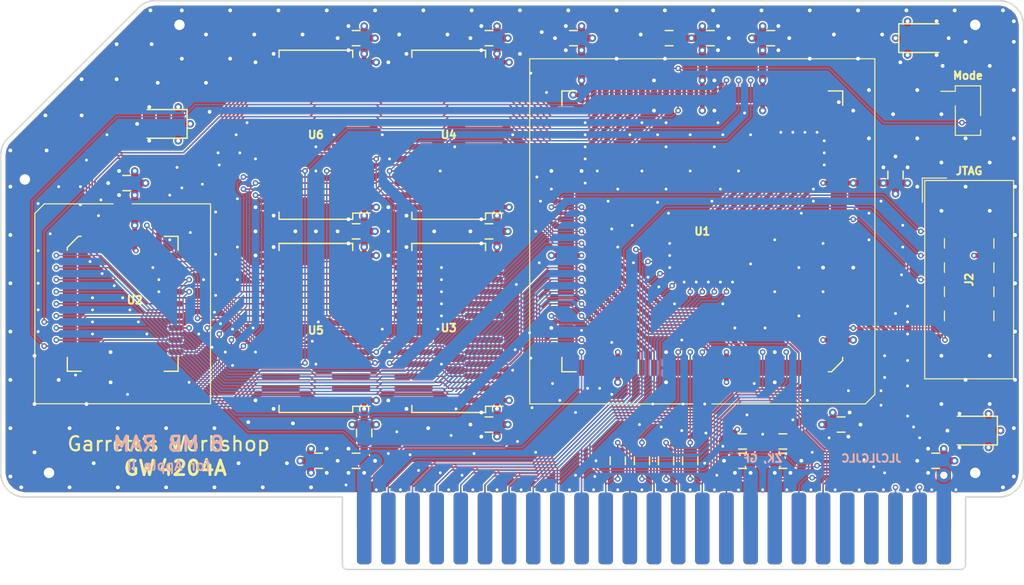
<source format=kicad_pcb>
(kicad_pcb (version 20171130) (host pcbnew "(5.1.2-1)-1")
  (layers (0 F.Cu signal) (1 In1.Cu power) (2 In2.Cu power) (31 B.Cu signal) (34 B.Paste user) (35 F.Paste user) (36 B.SilkS user) (37 F.SilkS user) (38 B.Mask user hide) (39 F.Mask user hide) (44 Edge.Cuts user))
  (net 0 "")
  (net 1 +5V)
  (net 2 GND)
  (net 3 /A4)
  (net 4 /D7)
  (net 5 /D6)
  (net 6 /A8)
  (net 7 /A7)
  (net 8 /A6)
  (net 9 /A5)
  (net 10 /A3)
  (net 11 /A2)
  (net 12 /A1)
  (net 13 /A0)
  (net 14 /A9)
  (net 15 /D1)
  (net 16 /D5)
  (net 17 /D0)
  (net 18 /D2)
  (net 19 /D3)
  (net 20 /D4)
  (net 21 /A10)
  (net 22 +12V)
  (net 23 -12V)
  (net 24 -5V)
  (net 25 /~IOSEL~)
  (net 26 /A11)
  (net 27 /A12)
  (net 28 /A13)
  (net 29 /A14)
  (net 30 /A15)
  (net 31 /R~W~)
  (net 32 /~IOSTRB~)
  (net 33 /RDY)
  (net 34 /DMA)
  (net 35 /~NMI~)
  (net 36 /~IRQ~)
  (net 37 /~RES~)
  (net 38 /~INH~)
  (net 39 /COLORREF)
  (net 40 /7M)
  (net 41 /Q3)
  (net 42 /PHI1)
  (net 43 /USER1)
  (net 44 /PHI0)
  (net 45 /~DEVSEL~)
  (net 46 /INTin)
  (net 47 /DMAin)
  (net 48 /TCK)
  (net 49 /TDO)
  (net 50 /TMS)
  (net 51 "Net-(J2-Pad6)")
  (net 52 "Net-(J2-Pad7)")
  (net 53 "Net-(J2-Pad8)")
  (net 54 /TDI)
  (net 55 /7Mr)
  (net 56 /PHI0r)
  (net 57 /Q3r)
  (net 58 /PHI1r)
  (net 59 /RA0)
  (net 60 /RA1)
  (net 61 /RA2)
  (net 62 /RA3)
  (net 63 /RA4)
  (net 64 /RA5)
  (net 65 /RA6)
  (net 66 /RA7)
  (net 67 /RA8)
  (net 68 /RA9)
  (net 69 /RA10)
  (net 70 /RD0)
  (net 71 /RD1)
  (net 72 /RD2)
  (net 73 /RD3)
  (net 74 /RD4)
  (net 75 /RD5)
  (net 76 /RD6)
  (net 77 /RD7)
  (net 78 /~RAS~)
  (net 79 /~CAS~0)
  (net 80 /~CAS~1)
  (net 81 /R~OE~)
  (net 82 /R~WE~)
  (net 83 /R~CS~)
  (net 84 "Net-(U1-Pad37)")
  (net 85 /~MODE~)
  (net 86 /VIDSYNC)
  (net 87 /C7Mout)
  (net 88 /PHI1out)
  (module stdpads:C_0805 (layer F.Cu) (at 115.99 126.238)
    (fp_text reference C18 hide)
    (fp_text value 2u2 hide)
    (pad 2 smd roundrect (at 0.85 0) (size 1.05 1.4) (layers F.Cu F.Paste F.Mask) (net 24 -5V))
    (pad 1 smd roundrect (at -0.85 0) (size 1.05 1.4) (layers F.Cu F.Paste F.Mask) (net 1 +5V))
  )
  (module stdpads:C_0805 (layer F.Cu) (at 71.413 128.27)
    (fp_text reference C8 hide)
    (fp_text value 2u2 hide)
    (pad 1 smd roundrect (at -0.85 0) (size 1.05 1.4) (layers F.Cu F.Paste F.Mask) (net 1 +5V))
    (pad 2 smd roundrect (at 0.85 0) (size 1.05 1.4) (layers F.Cu F.Paste F.Mask) (net 2 GND))
  )
  (module stdpads:IDC_SMD_2x05_P2.54mm_Vertical (layer F.Cu) (at 139.827 109.22)
    (fp_text reference J2 (at 0 0 90) (layer F.SilkS) (effects (font (size 0.8128 0.8128) (thickness 0.2032))))
    (fp_text value JTAG (at 0 -11.43) (layer F.SilkS) (effects (font (size 0.8128 0.8128) (thickness 0.2032))))
    (pad 4 smd roundrect (at 2.52 -2.54) (size 3 1) (layers F.Cu F.Paste F.Mask) (net 1 +5V))
    (pad 5 smd roundrect (at -2.52 0) (size 3 1) (layers F.Cu F.Paste F.Mask) (net 50 /TMS))
    (pad 1 smd roundrect (at -2.52 -5.08) (size 3 1) (layers F.Cu F.Paste F.Mask) (net 48 /TCK))
    (pad 9 smd roundrect (at -2.52 5.08) (size 3 1) (layers F.Cu F.Paste F.Mask) (net 54 /TDI))
    (pad 7 smd roundrect (at -2.52 2.54) (size 3 1) (layers F.Cu F.Paste F.Mask) (net 52 "Net-(J2-Pad7)"))
    (pad 6 smd roundrect (at 2.52 0) (size 3 1) (layers F.Cu F.Paste F.Mask) (net 51 "Net-(J2-Pad6)"))
    (pad 3 smd roundrect (at -2.52 -2.54) (size 3 1) (layers F.Cu F.Paste F.Mask) (net 49 /TDO))
    (pad 8 smd roundrect (at 2.52 2.54) (size 3 1) (layers F.Cu F.Paste F.Mask) (net 53 "Net-(J2-Pad8)"))
    (pad 10 smd roundrect (at 2.52 5.08) (size 3 1) (layers F.Cu F.Paste F.Mask) (net 2 GND))
    (pad 2 smd roundrect (at 2.52 -5.08) (size 3 1) (layers F.Cu F.Paste F.Mask) (net 2 GND))
  )
  (module stdpads:Fiducial (layer F.Cu) (at 40.513 96.139 90)
    (fp_text reference FID2 hide)
    (fp_text value Fiducial hide)
    (pad ~ smd circle (at 0 0 90) (size 1 1) (layers F.Cu F.Mask) (clearance 0.575))
  )
  (module stdpads:Fiducial (layer F.Cu) (at 54.229 82.423 90)
    (fp_text reference FID3 hide)
    (fp_text value Fiducial hide)
    (pad ~ smd circle (at 0 0 90) (size 1 1) (layers F.Cu F.Mask) (clearance 0.575))
  )
  (module stdpads:Fiducial (layer F.Cu) (at 143.002 82.423 270)
    (fp_text reference FID1 hide)
    (fp_text value Fiducial hide)
    (pad ~ smd circle (at 0 0 270) (size 1 1) (layers F.Cu F.Mask) (clearance 0.575))
  )
  (module stdpads:Fiducial (layer F.Cu) (at 40.513 129.54)
    (fp_text reference FID5 hide)
    (fp_text value Fiducial hide)
    (pad ~ smd circle (at 0 0) (size 1 1) (layers F.Cu F.Mask) (clearance 0.575))
  )
  (module stdpads:Fiducial (layer F.Cu) (at 143.002 129.54)
    (fp_text reference FID4 hide)
    (fp_text value Fiducial hide)
    (pad ~ smd circle (at 0 0) (size 1 1) (layers F.Cu F.Mask) (clearance 0.575))
  )
  (module stdpads:PLCC-84_SMDSocket (layer F.Cu) (at 111.76 104.14 180)
    (fp_text reference U1 (at 0 0) (layer F.SilkS) (effects (font (size 0.8128 0.8128) (thickness 0.2032))))
    (fp_text value EPM7128SL84)
    (pad 84 smd roundrect (at 1.27 -14.35 180) (size 0.6 1.7) (layers F.Cu F.Paste F.Mask) (net 55 /7Mr))
    (pad 83 smd roundrect (at 2.54 -14.35 180) (size 0.6 1.7) (layers F.Cu F.Paste F.Mask) (net 55 /7Mr))
    (pad 82 smd roundrect (at 3.81 -14.35 180) (size 0.6 1.7) (layers F.Cu F.Paste F.Mask) (net 2 GND))
    (pad 81 smd roundrect (at 5.08 -14.35 180) (size 0.6 1.7) (layers F.Cu F.Paste F.Mask) (net 9 /A5))
    (pad 80 smd roundrect (at 6.35 -14.35 180) (size 0.6 1.7) (layers F.Cu F.Paste F.Mask) (net 3 /A4))
    (pad 79 smd roundrect (at 7.62 -14.35 180) (size 0.6 1.7) (layers F.Cu F.Paste F.Mask) (net 10 /A3))
    (pad 78 smd roundrect (at 8.89 -14.35 180) (size 0.6 1.7) (layers F.Cu F.Paste F.Mask) (net 1 +5V))
    (pad 77 smd roundrect (at 10.16 -14.35 180) (size 0.6 1.7) (layers F.Cu F.Paste F.Mask) (net 11 /A2))
    (pad 76 smd roundrect (at 11.43 -14.35 180) (size 0.6 1.7) (layers F.Cu F.Paste F.Mask) (net 12 /A1))
    (pad 75 smd roundrect (at 12.7 -14.35 180) (size 0.6 1.7) (layers F.Cu F.Paste F.Mask) (net 13 /A0))
    (pad 74 smd roundrect (at 14.35 -12.7 180) (size 1.7 0.6) (layers F.Cu F.Paste F.Mask) (net 25 /~IOSEL~))
    (pad 73 smd roundrect (at 14.35 -11.43 180) (size 1.7 0.6) (layers F.Cu F.Paste F.Mask) (net 70 /RD0))
    (pad 72 smd roundrect (at 14.35 -10.16 180) (size 1.7 0.6) (layers F.Cu F.Paste F.Mask) (net 2 GND))
    (pad 71 smd roundrect (at 14.35 -8.89 180) (size 1.7 0.6) (layers F.Cu F.Paste F.Mask) (net 49 /TDO))
    (pad 70 smd roundrect (at 14.35 -7.62 180) (size 1.7 0.6) (layers F.Cu F.Paste F.Mask) (net 71 /RD1))
    (pad 69 smd roundrect (at 14.35 -6.35 180) (size 1.7 0.6) (layers F.Cu F.Paste F.Mask) (net 72 /RD2))
    (pad 68 smd roundrect (at 14.35 -5.08 180) (size 1.7 0.6) (layers F.Cu F.Paste F.Mask) (net 73 /RD3))
    (pad 67 smd roundrect (at 14.35 -3.81 180) (size 1.7 0.6) (layers F.Cu F.Paste F.Mask) (net 82 /R~WE~))
    (pad 66 smd roundrect (at 14.35 -2.54 180) (size 1.7 0.6) (layers F.Cu F.Paste F.Mask) (net 1 +5V))
    (pad 65 smd roundrect (at 14.35 -1.27 180) (size 1.7 0.6) (layers F.Cu F.Paste F.Mask) (net 74 /RD4))
    (pad 64 smd roundrect (at 14.35 0 180) (size 1.7 0.6) (layers F.Cu F.Paste F.Mask) (net 76 /RD6))
    (pad 63 smd roundrect (at 14.35 1.27 180) (size 1.7 0.6) (layers F.Cu F.Paste F.Mask) (net 75 /RD5))
    (pad 62 smd roundrect (at 14.35 2.54 180) (size 1.7 0.6) (layers F.Cu F.Paste F.Mask) (net 48 /TCK))
    (pad 61 smd roundrect (at 14.35 3.81 180) (size 1.7 0.6) (layers F.Cu F.Paste F.Mask) (net 77 /RD7))
    (pad 60 smd roundrect (at 14.35 5.08 180) (size 1.7 0.6) (layers F.Cu F.Paste F.Mask) (net 78 /~RAS~))
    (pad 59 smd roundrect (at 14.35 6.35 180) (size 1.7 0.6) (layers F.Cu F.Paste F.Mask) (net 2 GND))
    (pad 58 smd roundrect (at 14.35 7.62 180) (size 1.7 0.6) (layers F.Cu F.Paste F.Mask) (net 67 /RA8))
    (pad 57 smd roundrect (at 14.35 8.89 180) (size 1.7 0.6) (layers F.Cu F.Paste F.Mask) (net 65 /RA6))
    (pad 56 smd roundrect (at 14.35 10.16 180) (size 1.7 0.6) (layers F.Cu F.Paste F.Mask) (net 66 /RA7))
    (pad 55 smd roundrect (at 14.35 11.43 180) (size 1.7 0.6) (layers F.Cu F.Paste F.Mask) (net 63 /RA4))
    (pad 54 smd roundrect (at 14.35 12.7 180) (size 1.7 0.6) (layers F.Cu F.Paste F.Mask) (net 60 /RA1))
    (pad 53 smd roundrect (at 12.7 14.35 180) (size 0.6 1.7) (layers F.Cu F.Paste F.Mask) (net 1 +5V))
    (pad 52 smd roundrect (at 11.43 14.35 180) (size 0.6 1.7) (layers F.Cu F.Paste F.Mask) (net 59 /RA0))
    (pad 51 smd roundrect (at 10.16 14.35 180) (size 0.6 1.7) (layers F.Cu F.Paste F.Mask) (net 64 /RA5))
    (pad 50 smd roundrect (at 8.89 14.35 180) (size 0.6 1.7) (layers F.Cu F.Paste F.Mask) (net 61 /RA2))
    (pad 49 smd roundrect (at 7.62 14.35 180) (size 0.6 1.7) (layers F.Cu F.Paste F.Mask) (net 62 /RA3))
    (pad 48 smd roundrect (at 6.35 14.35 180) (size 0.6 1.7) (layers F.Cu F.Paste F.Mask) (net 69 /RA10))
    (pad 47 smd roundrect (at 5.08 14.35 180) (size 0.6 1.7) (layers F.Cu F.Paste F.Mask) (net 2 GND))
    (pad 46 smd roundrect (at 3.81 14.35 180) (size 0.6 1.7) (layers F.Cu F.Paste F.Mask) (net 68 /RA9))
    (pad 45 smd roundrect (at 2.54 14.35 180) (size 0.6 1.7) (layers F.Cu F.Paste F.Mask) (net 81 /R~OE~))
    (pad 44 smd roundrect (at 1.27 14.35 180) (size 0.6 1.7) (layers F.Cu F.Paste F.Mask) (net 85 /~MODE~))
    (pad 43 smd roundrect (at 0 14.35 180) (size 0.6 1.7) (layers F.Cu F.Paste F.Mask) (net 1 +5V))
    (pad 42 smd roundrect (at -1.27 14.35 180) (size 0.6 1.7) (layers F.Cu F.Paste F.Mask) (net 2 GND))
    (pad 41 smd roundrect (at -2.54 14.35 180) (size 0.6 1.7) (layers F.Cu F.Paste F.Mask) (net 83 /R~CS~))
    (pad 40 smd roundrect (at -3.81 14.35 180) (size 0.6 1.7) (layers F.Cu F.Paste F.Mask) (net 80 /~CAS~1))
    (pad 39 smd roundrect (at -5.08 14.35 180) (size 0.6 1.7) (layers F.Cu F.Paste F.Mask) (net 79 /~CAS~0))
    (pad 38 smd roundrect (at -6.35 14.35 180) (size 0.6 1.7) (layers F.Cu F.Paste F.Mask) (net 1 +5V))
    (pad 37 smd roundrect (at -7.62 14.35 180) (size 0.6 1.7) (layers F.Cu F.Paste F.Mask) (net 84 "Net-(U1-Pad37)"))
    (pad 36 smd roundrect (at -8.89 14.35 180) (size 0.6 1.7) (layers F.Cu F.Paste F.Mask) (net 17 /D0))
    (pad 35 smd roundrect (at -10.16 14.35 180) (size 0.6 1.7) (layers F.Cu F.Paste F.Mask) (net 15 /D1))
    (pad 34 smd roundrect (at -11.43 14.35 180) (size 0.6 1.7) (layers F.Cu F.Paste F.Mask) (net 18 /D2))
    (pad 33 smd roundrect (at -12.7 14.35 180) (size 0.6 1.7) (layers F.Cu F.Paste F.Mask) (net 19 /D3))
    (pad 32 smd roundrect (at -14.35 12.7 180) (size 1.7 0.6) (layers F.Cu F.Paste F.Mask) (net 2 GND))
    (pad 31 smd roundrect (at -14.35 11.43 180) (size 1.7 0.6) (layers F.Cu F.Paste F.Mask) (net 87 /C7Mout))
    (pad 30 smd roundrect (at -14.35 10.16 180) (size 1.7 0.6) (layers F.Cu F.Paste F.Mask) (net 88 /PHI1out))
    (pad 29 smd roundrect (at -14.35 8.89 180) (size 1.7 0.6) (layers F.Cu F.Paste F.Mask) (net 20 /D4))
    (pad 28 smd roundrect (at -14.35 7.62 180) (size 1.7 0.6) (layers F.Cu F.Paste F.Mask) (net 16 /D5))
    (pad 27 smd roundrect (at -14.35 6.35 180) (size 1.7 0.6) (layers F.Cu F.Paste F.Mask) (net 5 /D6))
    (pad 26 smd roundrect (at -14.35 5.08 180) (size 1.7 0.6) (layers F.Cu F.Paste F.Mask) (net 1 +5V))
    (pad 25 smd roundrect (at -14.35 3.81 180) (size 1.7 0.6) (layers F.Cu F.Paste F.Mask) (net 4 /D7))
    (pad 24 smd roundrect (at -14.35 2.54 180) (size 1.7 0.6) (layers F.Cu F.Paste F.Mask) (net 32 /~IOSTRB~))
    (pad 23 smd roundrect (at -14.35 1.27 180) (size 1.7 0.6) (layers F.Cu F.Paste F.Mask) (net 50 /TMS))
    (pad 22 smd roundrect (at -14.35 0 180) (size 1.7 0.6) (layers F.Cu F.Paste F.Mask) (net 38 /~INH~))
    (pad 21 smd roundrect (at -14.35 -1.27 180) (size 1.7 0.6) (layers F.Cu F.Paste F.Mask) (net 45 /~DEVSEL~))
    (pad 20 smd roundrect (at -14.35 -2.54 180) (size 1.7 0.6) (layers F.Cu F.Paste F.Mask) (net 31 /R~W~))
    (pad 19 smd roundrect (at -14.35 -3.81 180) (size 1.7 0.6) (layers F.Cu F.Paste F.Mask) (net 2 GND))
    (pad 18 smd roundrect (at -14.35 -5.08 180) (size 1.7 0.6) (layers F.Cu F.Paste F.Mask) (net 30 /A15))
    (pad 17 smd roundrect (at -14.35 -6.35 180) (size 1.7 0.6) (layers F.Cu F.Paste F.Mask) (net 29 /A14))
    (pad 16 smd roundrect (at -14.35 -7.62 180) (size 1.7 0.6) (layers F.Cu F.Paste F.Mask) (net 28 /A13))
    (pad 15 smd roundrect (at -14.35 -8.89 180) (size 1.7 0.6) (layers F.Cu F.Paste F.Mask) (net 27 /A12))
    (pad 14 smd roundrect (at -14.35 -10.16 180) (size 1.7 0.6) (layers F.Cu F.Paste F.Mask) (net 54 /TDI))
    (pad 13 smd roundrect (at -14.35 -11.43 180) (size 1.7 0.6) (layers F.Cu F.Paste F.Mask) (net 1 +5V))
    (pad 12 smd roundrect (at -14.35 -12.7 180) (size 1.7 0.6) (layers F.Cu F.Paste F.Mask) (net 26 /A11))
    (pad 11 smd roundrect (at -12.7 -14.35 180) (size 0.6 1.7) (layers F.Cu F.Paste F.Mask) (net 21 /A10))
    (pad 10 smd roundrect (at -11.43 -14.35 180) (size 0.6 1.7) (layers F.Cu F.Paste F.Mask) (net 14 /A9))
    (pad 9 smd roundrect (at -10.16 -14.35 180) (size 0.6 1.7) (layers F.Cu F.Paste F.Mask) (net 6 /A8))
    (pad 8 smd roundrect (at -8.89 -14.35 180) (size 0.6 1.7) (layers F.Cu F.Paste F.Mask) (net 56 /PHI0r))
    (pad 7 smd roundrect (at -7.62 -14.35 180) (size 0.6 1.7) (layers F.Cu F.Paste F.Mask) (net 2 GND))
    (pad 6 smd roundrect (at -6.35 -14.35 180) (size 0.6 1.7) (layers F.Cu F.Paste F.Mask) (net 57 /Q3r))
    (pad 5 smd roundrect (at -5.08 -14.35 180) (size 0.6 1.7) (layers F.Cu F.Paste F.Mask) (net 7 /A7))
    (pad 4 smd roundrect (at -3.81 -14.35 180) (size 0.6 1.7) (layers F.Cu F.Paste F.Mask) (net 8 /A6))
    (pad 3 smd roundrect (at -2.54 -14.35 180) (size 0.6 1.7) (layers F.Cu F.Paste F.Mask) (net 1 +5V))
    (pad 2 smd roundrect (at -1.27 -14.35 180) (size 0.6 1.7) (layers F.Cu F.Paste F.Mask) (net 58 /PHI1r))
    (pad 1 smd roundrect (at 0 -14.35 180) (size 0.6 1.7) (layers F.Cu F.Paste F.Mask) (net 37 /~RES~))
  )
  (module Connector_PinHeader_2.54mm:PinHeader_1x02_P2.54mm_Vertical_SMD_Pin1Left (layer F.Cu) (at 139.7 91.44)
    (fp_text reference JP1 hide)
    (fp_text value Mode (at 0 -3.683) (layer F.SilkS) (effects (font (size 0.8128 0.8128) (thickness 0.2032))))
    (pad 1 smd roundrect (at -1.655 -1.27) (size 2.51 1) (layers F.Cu F.Paste F.Mask) (net 2 GND))
    (pad 2 smd roundrect (at 1.655 1.27) (size 2.51 1) (layers F.Cu F.Paste F.Mask) (net 85 /~MODE~))
  )
  (module stdpads:SOP-24-26-300mil (layer F.Cu) (at 85.09 93.98 180)
    (fp_text reference U4 (at 0 0 180) (layer F.SilkS) (effects (font (size 0.8128 0.8128) (thickness 0.2032))))
    (fp_text value "4Mx4 DRAM")
    (pad 8 smd roundrect (at -3.7 1.27 180) (size 4 0.6) (layers F.Cu F.Mask) (net 69 /RA10))
    (pad 19 smd roundrect (at 3.7 1.27 180) (size 4 0.6) (layers F.Cu F.Mask) (net 67 /RA8))
    (pad 6 smd roundrect (at -3.7 -1.27 180) (size 4 0.6) (layers F.Cu F.Mask))
    (pad 21 smd roundrect (at 3.7 -1.27 180) (size 4 0.6) (layers F.Cu F.Mask) (net 68 /RA9))
    (pad 1 smd roundrect (at -3.7 -7.62 180) (size 4 0.6) (layers F.Cu F.Mask) (net 1 +5V))
    (pad 2 smd roundrect (at -3.7 -6.35 180) (size 4 0.6) (layers F.Cu F.Mask) (net 76 /RD6))
    (pad 3 smd roundrect (at -3.7 -5.08 180) (size 4 0.6) (layers F.Cu F.Mask) (net 77 /RD7))
    (pad 4 smd roundrect (at -3.7 -3.81 180) (size 4 0.6) (layers F.Cu F.Mask) (net 82 /R~WE~))
    (pad 5 smd roundrect (at -3.7 -2.54 180) (size 4 0.6) (layers F.Cu F.Mask) (net 78 /~RAS~))
    (pad 9 smd roundrect (at -3.7 2.54 180) (size 4 0.6) (layers F.Cu F.Mask) (net 62 /RA3))
    (pad 10 smd roundrect (at -3.7 3.81 180) (size 4 0.6) (layers F.Cu F.Mask) (net 61 /RA2))
    (pad 11 smd roundrect (at -3.7 5.08 180) (size 4 0.6) (layers F.Cu F.Mask) (net 64 /RA5))
    (pad 12 smd roundrect (at -3.7 6.35 180) (size 4 0.6) (layers F.Cu F.Mask) (net 59 /RA0))
    (pad 13 smd roundrect (at -3.7 7.62 180) (size 4 0.6) (layers F.Cu F.Mask) (net 1 +5V))
    (pad 15 smd roundrect (at 3.7 6.35 180) (size 4 0.6) (layers F.Cu F.Mask) (net 60 /RA1))
    (pad 16 smd roundrect (at 3.7 5.08 180) (size 4 0.6) (layers F.Cu F.Mask) (net 63 /RA4))
    (pad 17 smd roundrect (at 3.7 3.81 180) (size 4 0.6) (layers F.Cu F.Mask) (net 66 /RA7))
    (pad 18 smd roundrect (at 3.7 2.54 180) (size 4 0.6) (layers F.Cu F.Mask) (net 65 /RA6))
    (pad 22 smd roundrect (at 3.7 -2.54 180) (size 4 0.6) (layers F.Cu F.Mask) (net 2 GND))
    (pad 23 smd roundrect (at 3.7 -3.81 180) (size 4 0.6) (layers F.Cu F.Mask) (net 79 /~CAS~0))
    (pad 24 smd roundrect (at 3.7 -5.08 180) (size 4 0.6) (layers F.Cu F.Mask) (net 75 /RD5))
    (pad 25 smd roundrect (at 3.7 -6.35 180) (size 4 0.6) (layers F.Cu F.Mask) (net 74 /RD4))
    (pad 26 smd roundrect (at 3.7 -7.62 180) (size 4 0.6) (layers F.Cu F.Mask) (net 2 GND))
    (pad 14 smd roundrect (at 3.7 7.62 180) (size 4 0.6) (layers F.Cu F.Mask) (net 2 GND))
    (pad 1 smd roundrect (at -4.45 -7.62 180) (size 2.5 0.6) (layers F.Cu F.Paste F.Mask) (net 1 +5V))
    (pad 2 smd roundrect (at -4.45 -6.35 180) (size 2.5 0.6) (layers F.Cu F.Paste F.Mask) (net 76 /RD6))
    (pad 3 smd roundrect (at -4.45 -5.08 180) (size 2.5 0.6) (layers F.Cu F.Paste F.Mask) (net 77 /RD7))
    (pad 4 smd roundrect (at -4.45 -3.81 180) (size 2.5 0.6) (layers F.Cu F.Paste F.Mask) (net 82 /R~WE~))
    (pad 5 smd roundrect (at -4.45 -2.54 180) (size 2.5 0.6) (layers F.Cu F.Paste F.Mask) (net 78 /~RAS~))
    (pad 6 smd roundrect (at -4.45 -1.27 180) (size 2.5 0.6) (layers F.Cu F.Paste F.Mask))
    (pad 8 smd roundrect (at -4.45 1.27 180) (size 2.5 0.6) (layers F.Cu F.Paste F.Mask) (net 69 /RA10))
    (pad 9 smd roundrect (at -4.45 2.54 180) (size 2.5 0.6) (layers F.Cu F.Paste F.Mask) (net 62 /RA3))
    (pad 10 smd roundrect (at -4.45 3.81 180) (size 2.5 0.6) (layers F.Cu F.Paste F.Mask) (net 61 /RA2))
    (pad 11 smd roundrect (at -4.45 5.08 180) (size 2.5 0.6) (layers F.Cu F.Paste F.Mask) (net 64 /RA5))
    (pad 12 smd roundrect (at -4.45 6.35 180) (size 2.5 0.6) (layers F.Cu F.Paste F.Mask) (net 59 /RA0))
    (pad 13 smd roundrect (at -4.45 7.62 180) (size 2.5 0.6) (layers F.Cu F.Paste F.Mask) (net 1 +5V))
    (pad 14 smd roundrect (at 4.45 7.62 180) (size 2.5 0.6) (layers F.Cu F.Paste F.Mask) (net 2 GND))
    (pad 15 smd roundrect (at 4.45 6.35 180) (size 2.5 0.6) (layers F.Cu F.Paste F.Mask) (net 60 /RA1))
    (pad 16 smd roundrect (at 4.45 5.08 180) (size 2.5 0.6) (layers F.Cu F.Paste F.Mask) (net 63 /RA4))
    (pad 17 smd roundrect (at 4.45 3.81 180) (size 2.5 0.6) (layers F.Cu F.Paste F.Mask) (net 66 /RA7))
    (pad 18 smd roundrect (at 4.45 2.54 180) (size 2.5 0.6) (layers F.Cu F.Paste F.Mask) (net 65 /RA6))
    (pad 19 smd roundrect (at 4.45 1.27 180) (size 2.5 0.6) (layers F.Cu F.Paste F.Mask) (net 67 /RA8))
    (pad 21 smd roundrect (at 4.45 -1.27 180) (size 2.5 0.6) (layers F.Cu F.Paste F.Mask) (net 68 /RA9))
    (pad 22 smd roundrect (at 4.45 -2.54 180) (size 2.5 0.6) (layers F.Cu F.Paste F.Mask) (net 2 GND))
    (pad 23 smd roundrect (at 4.45 -3.81 180) (size 2.5 0.6) (layers F.Cu F.Paste F.Mask) (net 79 /~CAS~0))
    (pad 24 smd roundrect (at 4.45 -5.08 180) (size 2.5 0.6) (layers F.Cu F.Paste F.Mask) (net 75 /RD5))
    (pad 25 smd roundrect (at 4.45 -6.35 180) (size 2.5 0.6) (layers F.Cu F.Paste F.Mask) (net 74 /RD4))
    (pad 26 smd roundrect (at 4.45 -7.62 180) (size 2.5 0.6) (layers F.Cu F.Paste F.Mask) (net 2 GND))
  )
  (module stdpads:SOP-24-26-300mil (layer F.Cu) (at 71.12 93.98 180)
    (fp_text reference U6 (at 0 0 180) (layer F.SilkS) (effects (font (size 0.8128 0.8128) (thickness 0.2032))))
    (fp_text value "4Mx4 DRAM")
    (pad 8 smd roundrect (at -3.7 1.27 180) (size 4 0.6) (layers F.Cu F.Mask) (net 69 /RA10))
    (pad 19 smd roundrect (at 3.7 1.27 180) (size 4 0.6) (layers F.Cu F.Mask) (net 67 /RA8))
    (pad 6 smd roundrect (at -3.7 -1.27 180) (size 4 0.6) (layers F.Cu F.Mask))
    (pad 21 smd roundrect (at 3.7 -1.27 180) (size 4 0.6) (layers F.Cu F.Mask) (net 68 /RA9))
    (pad 1 smd roundrect (at -3.7 -7.62 180) (size 4 0.6) (layers F.Cu F.Mask) (net 1 +5V))
    (pad 2 smd roundrect (at -3.7 -6.35 180) (size 4 0.6) (layers F.Cu F.Mask) (net 76 /RD6))
    (pad 3 smd roundrect (at -3.7 -5.08 180) (size 4 0.6) (layers F.Cu F.Mask) (net 77 /RD7))
    (pad 4 smd roundrect (at -3.7 -3.81 180) (size 4 0.6) (layers F.Cu F.Mask) (net 82 /R~WE~))
    (pad 5 smd roundrect (at -3.7 -2.54 180) (size 4 0.6) (layers F.Cu F.Mask) (net 78 /~RAS~))
    (pad 9 smd roundrect (at -3.7 2.54 180) (size 4 0.6) (layers F.Cu F.Mask) (net 62 /RA3))
    (pad 10 smd roundrect (at -3.7 3.81 180) (size 4 0.6) (layers F.Cu F.Mask) (net 61 /RA2))
    (pad 11 smd roundrect (at -3.7 5.08 180) (size 4 0.6) (layers F.Cu F.Mask) (net 64 /RA5))
    (pad 12 smd roundrect (at -3.7 6.35 180) (size 4 0.6) (layers F.Cu F.Mask) (net 59 /RA0))
    (pad 13 smd roundrect (at -3.7 7.62 180) (size 4 0.6) (layers F.Cu F.Mask) (net 1 +5V))
    (pad 15 smd roundrect (at 3.7 6.35 180) (size 4 0.6) (layers F.Cu F.Mask) (net 60 /RA1))
    (pad 16 smd roundrect (at 3.7 5.08 180) (size 4 0.6) (layers F.Cu F.Mask) (net 63 /RA4))
    (pad 17 smd roundrect (at 3.7 3.81 180) (size 4 0.6) (layers F.Cu F.Mask) (net 66 /RA7))
    (pad 18 smd roundrect (at 3.7 2.54 180) (size 4 0.6) (layers F.Cu F.Mask) (net 65 /RA6))
    (pad 22 smd roundrect (at 3.7 -2.54 180) (size 4 0.6) (layers F.Cu F.Mask) (net 2 GND))
    (pad 23 smd roundrect (at 3.7 -3.81 180) (size 4 0.6) (layers F.Cu F.Mask) (net 80 /~CAS~1))
    (pad 24 smd roundrect (at 3.7 -5.08 180) (size 4 0.6) (layers F.Cu F.Mask) (net 75 /RD5))
    (pad 25 smd roundrect (at 3.7 -6.35 180) (size 4 0.6) (layers F.Cu F.Mask) (net 74 /RD4))
    (pad 26 smd roundrect (at 3.7 -7.62 180) (size 4 0.6) (layers F.Cu F.Mask) (net 2 GND))
    (pad 14 smd roundrect (at 3.7 7.62 180) (size 4 0.6) (layers F.Cu F.Mask) (net 2 GND))
    (pad 1 smd roundrect (at -4.45 -7.62 180) (size 2.5 0.6) (layers F.Cu F.Paste F.Mask) (net 1 +5V))
    (pad 2 smd roundrect (at -4.45 -6.35 180) (size 2.5 0.6) (layers F.Cu F.Paste F.Mask) (net 76 /RD6))
    (pad 3 smd roundrect (at -4.45 -5.08 180) (size 2.5 0.6) (layers F.Cu F.Paste F.Mask) (net 77 /RD7))
    (pad 4 smd roundrect (at -4.45 -3.81 180) (size 2.5 0.6) (layers F.Cu F.Paste F.Mask) (net 82 /R~WE~))
    (pad 5 smd roundrect (at -4.45 -2.54 180) (size 2.5 0.6) (layers F.Cu F.Paste F.Mask) (net 78 /~RAS~))
    (pad 6 smd roundrect (at -4.45 -1.27 180) (size 2.5 0.6) (layers F.Cu F.Paste F.Mask))
    (pad 8 smd roundrect (at -4.45 1.27 180) (size 2.5 0.6) (layers F.Cu F.Paste F.Mask) (net 69 /RA10))
    (pad 9 smd roundrect (at -4.45 2.54 180) (size 2.5 0.6) (layers F.Cu F.Paste F.Mask) (net 62 /RA3))
    (pad 10 smd roundrect (at -4.45 3.81 180) (size 2.5 0.6) (layers F.Cu F.Paste F.Mask) (net 61 /RA2))
    (pad 11 smd roundrect (at -4.45 5.08 180) (size 2.5 0.6) (layers F.Cu F.Paste F.Mask) (net 64 /RA5))
    (pad 12 smd roundrect (at -4.45 6.35 180) (size 2.5 0.6) (layers F.Cu F.Paste F.Mask) (net 59 /RA0))
    (pad 13 smd roundrect (at -4.45 7.62 180) (size 2.5 0.6) (layers F.Cu F.Paste F.Mask) (net 1 +5V))
    (pad 14 smd roundrect (at 4.45 7.62 180) (size 2.5 0.6) (layers F.Cu F.Paste F.Mask) (net 2 GND))
    (pad 15 smd roundrect (at 4.45 6.35 180) (size 2.5 0.6) (layers F.Cu F.Paste F.Mask) (net 60 /RA1))
    (pad 16 smd roundrect (at 4.45 5.08 180) (size 2.5 0.6) (layers F.Cu F.Paste F.Mask) (net 63 /RA4))
    (pad 17 smd roundrect (at 4.45 3.81 180) (size 2.5 0.6) (layers F.Cu F.Paste F.Mask) (net 66 /RA7))
    (pad 18 smd roundrect (at 4.45 2.54 180) (size 2.5 0.6) (layers F.Cu F.Paste F.Mask) (net 65 /RA6))
    (pad 19 smd roundrect (at 4.45 1.27 180) (size 2.5 0.6) (layers F.Cu F.Paste F.Mask) (net 67 /RA8))
    (pad 21 smd roundrect (at 4.45 -1.27 180) (size 2.5 0.6) (layers F.Cu F.Paste F.Mask) (net 68 /RA9))
    (pad 22 smd roundrect (at 4.45 -2.54 180) (size 2.5 0.6) (layers F.Cu F.Paste F.Mask) (net 2 GND))
    (pad 23 smd roundrect (at 4.45 -3.81 180) (size 2.5 0.6) (layers F.Cu F.Paste F.Mask) (net 80 /~CAS~1))
    (pad 24 smd roundrect (at 4.45 -5.08 180) (size 2.5 0.6) (layers F.Cu F.Paste F.Mask) (net 75 /RD5))
    (pad 25 smd roundrect (at 4.45 -6.35 180) (size 2.5 0.6) (layers F.Cu F.Paste F.Mask) (net 74 /RD4))
    (pad 26 smd roundrect (at 4.45 -7.62 180) (size 2.5 0.6) (layers F.Cu F.Paste F.Mask) (net 2 GND))
  )
  (module stdpads:SOP-24-26-300mil (layer F.Cu) (at 85.09 114.3 180)
    (fp_text reference U3 (at 0 0 180) (layer F.SilkS) (effects (font (size 0.8128 0.8128) (thickness 0.2032))))
    (fp_text value "4Mx4 DRAM")
    (pad 8 smd roundrect (at -3.7 1.27 180) (size 4 0.6) (layers F.Cu F.Mask) (net 59 /RA0))
    (pad 19 smd roundrect (at 3.7 1.27 180) (size 4 0.6) (layers F.Cu F.Mask) (net 63 /RA4))
    (pad 6 smd roundrect (at -3.7 -1.27 180) (size 4 0.6) (layers F.Cu F.Mask))
    (pad 21 smd roundrect (at 3.7 -1.27 180) (size 4 0.6) (layers F.Cu F.Mask) (net 60 /RA1))
    (pad 1 smd roundrect (at -3.7 -7.62 180) (size 4 0.6) (layers F.Cu F.Mask) (net 1 +5V))
    (pad 2 smd roundrect (at -3.7 -6.35 180) (size 4 0.6) (layers F.Cu F.Mask) (net 71 /RD1))
    (pad 3 smd roundrect (at -3.7 -5.08 180) (size 4 0.6) (layers F.Cu F.Mask) (net 73 /RD3))
    (pad 4 smd roundrect (at -3.7 -3.81 180) (size 4 0.6) (layers F.Cu F.Mask) (net 82 /R~WE~))
    (pad 5 smd roundrect (at -3.7 -2.54 180) (size 4 0.6) (layers F.Cu F.Mask) (net 78 /~RAS~))
    (pad 9 smd roundrect (at -3.7 2.54 180) (size 4 0.6) (layers F.Cu F.Mask) (net 64 /RA5))
    (pad 10 smd roundrect (at -3.7 3.81 180) (size 4 0.6) (layers F.Cu F.Mask) (net 61 /RA2))
    (pad 11 smd roundrect (at -3.7 5.08 180) (size 4 0.6) (layers F.Cu F.Mask) (net 62 /RA3))
    (pad 12 smd roundrect (at -3.7 6.35 180) (size 4 0.6) (layers F.Cu F.Mask) (net 69 /RA10))
    (pad 13 smd roundrect (at -3.7 7.62 180) (size 4 0.6) (layers F.Cu F.Mask) (net 1 +5V))
    (pad 15 smd roundrect (at 3.7 6.35 180) (size 4 0.6) (layers F.Cu F.Mask) (net 68 /RA9))
    (pad 16 smd roundrect (at 3.7 5.08 180) (size 4 0.6) (layers F.Cu F.Mask) (net 67 /RA8))
    (pad 17 smd roundrect (at 3.7 3.81 180) (size 4 0.6) (layers F.Cu F.Mask) (net 65 /RA6))
    (pad 18 smd roundrect (at 3.7 2.54 180) (size 4 0.6) (layers F.Cu F.Mask) (net 66 /RA7))
    (pad 22 smd roundrect (at 3.7 -2.54 180) (size 4 0.6) (layers F.Cu F.Mask) (net 2 GND))
    (pad 23 smd roundrect (at 3.7 -3.81 180) (size 4 0.6) (layers F.Cu F.Mask) (net 79 /~CAS~0))
    (pad 24 smd roundrect (at 3.7 -5.08 180) (size 4 0.6) (layers F.Cu F.Mask) (net 72 /RD2))
    (pad 25 smd roundrect (at 3.7 -6.35 180) (size 4 0.6) (layers F.Cu F.Mask) (net 70 /RD0))
    (pad 26 smd roundrect (at 3.7 -7.62 180) (size 4 0.6) (layers F.Cu F.Mask) (net 2 GND))
    (pad 14 smd roundrect (at 3.7 7.62 180) (size 4 0.6) (layers F.Cu F.Mask) (net 2 GND))
    (pad 1 smd roundrect (at -4.45 -7.62 180) (size 2.5 0.6) (layers F.Cu F.Paste F.Mask) (net 1 +5V))
    (pad 2 smd roundrect (at -4.45 -6.35 180) (size 2.5 0.6) (layers F.Cu F.Paste F.Mask) (net 71 /RD1))
    (pad 3 smd roundrect (at -4.45 -5.08 180) (size 2.5 0.6) (layers F.Cu F.Paste F.Mask) (net 73 /RD3))
    (pad 4 smd roundrect (at -4.45 -3.81 180) (size 2.5 0.6) (layers F.Cu F.Paste F.Mask) (net 82 /R~WE~))
    (pad 5 smd roundrect (at -4.45 -2.54 180) (size 2.5 0.6) (layers F.Cu F.Paste F.Mask) (net 78 /~RAS~))
    (pad 6 smd roundrect (at -4.45 -1.27 180) (size 2.5 0.6) (layers F.Cu F.Paste F.Mask))
    (pad 8 smd roundrect (at -4.45 1.27 180) (size 2.5 0.6) (layers F.Cu F.Paste F.Mask) (net 59 /RA0))
    (pad 9 smd roundrect (at -4.45 2.54 180) (size 2.5 0.6) (layers F.Cu F.Paste F.Mask) (net 64 /RA5))
    (pad 10 smd roundrect (at -4.45 3.81 180) (size 2.5 0.6) (layers F.Cu F.Paste F.Mask) (net 61 /RA2))
    (pad 11 smd roundrect (at -4.45 5.08 180) (size 2.5 0.6) (layers F.Cu F.Paste F.Mask) (net 62 /RA3))
    (pad 12 smd roundrect (at -4.45 6.35 180) (size 2.5 0.6) (layers F.Cu F.Paste F.Mask) (net 69 /RA10))
    (pad 13 smd roundrect (at -4.45 7.62 180) (size 2.5 0.6) (layers F.Cu F.Paste F.Mask) (net 1 +5V))
    (pad 14 smd roundrect (at 4.45 7.62 180) (size 2.5 0.6) (layers F.Cu F.Paste F.Mask) (net 2 GND))
    (pad 15 smd roundrect (at 4.45 6.35 180) (size 2.5 0.6) (layers F.Cu F.Paste F.Mask) (net 68 /RA9))
    (pad 16 smd roundrect (at 4.45 5.08 180) (size 2.5 0.6) (layers F.Cu F.Paste F.Mask) (net 67 /RA8))
    (pad 17 smd roundrect (at 4.45 3.81 180) (size 2.5 0.6) (layers F.Cu F.Paste F.Mask) (net 65 /RA6))
    (pad 18 smd roundrect (at 4.45 2.54 180) (size 2.5 0.6) (layers F.Cu F.Paste F.Mask) (net 66 /RA7))
    (pad 19 smd roundrect (at 4.45 1.27 180) (size 2.5 0.6) (layers F.Cu F.Paste F.Mask) (net 63 /RA4))
    (pad 21 smd roundrect (at 4.45 -1.27 180) (size 2.5 0.6) (layers F.Cu F.Paste F.Mask) (net 60 /RA1))
    (pad 22 smd roundrect (at 4.45 -2.54 180) (size 2.5 0.6) (layers F.Cu F.Paste F.Mask) (net 2 GND))
    (pad 23 smd roundrect (at 4.45 -3.81 180) (size 2.5 0.6) (layers F.Cu F.Paste F.Mask) (net 79 /~CAS~0))
    (pad 24 smd roundrect (at 4.45 -5.08 180) (size 2.5 0.6) (layers F.Cu F.Paste F.Mask) (net 72 /RD2))
    (pad 25 smd roundrect (at 4.45 -6.35 180) (size 2.5 0.6) (layers F.Cu F.Paste F.Mask) (net 70 /RD0))
    (pad 26 smd roundrect (at 4.45 -7.62 180) (size 2.5 0.6) (layers F.Cu F.Paste F.Mask) (net 2 GND))
  )
  (module stdpads:SOP-24-26-300mil (layer F.Cu) (at 71.12 114.3 180)
    (fp_text reference U5 (at 0 -0.254 180) (layer F.SilkS) (effects (font (size 0.8128 0.8128) (thickness 0.2032))))
    (fp_text value "4Mx4 DRAM")
    (pad 8 smd roundrect (at -3.7 1.27 180) (size 4 0.6) (layers F.Cu F.Mask) (net 59 /RA0))
    (pad 19 smd roundrect (at 3.7 1.27 180) (size 4 0.6) (layers F.Cu F.Mask) (net 63 /RA4))
    (pad 6 smd roundrect (at -3.7 -1.27 180) (size 4 0.6) (layers F.Cu F.Mask))
    (pad 21 smd roundrect (at 3.7 -1.27 180) (size 4 0.6) (layers F.Cu F.Mask) (net 60 /RA1))
    (pad 1 smd roundrect (at -3.7 -7.62 180) (size 4 0.6) (layers F.Cu F.Mask) (net 1 +5V))
    (pad 2 smd roundrect (at -3.7 -6.35 180) (size 4 0.6) (layers F.Cu F.Mask) (net 71 /RD1))
    (pad 3 smd roundrect (at -3.7 -5.08 180) (size 4 0.6) (layers F.Cu F.Mask) (net 73 /RD3))
    (pad 4 smd roundrect (at -3.7 -3.81 180) (size 4 0.6) (layers F.Cu F.Mask) (net 82 /R~WE~))
    (pad 5 smd roundrect (at -3.7 -2.54 180) (size 4 0.6) (layers F.Cu F.Mask) (net 78 /~RAS~))
    (pad 9 smd roundrect (at -3.7 2.54 180) (size 4 0.6) (layers F.Cu F.Mask) (net 64 /RA5))
    (pad 10 smd roundrect (at -3.7 3.81 180) (size 4 0.6) (layers F.Cu F.Mask) (net 61 /RA2))
    (pad 11 smd roundrect (at -3.7 5.08 180) (size 4 0.6) (layers F.Cu F.Mask) (net 62 /RA3))
    (pad 12 smd roundrect (at -3.7 6.35 180) (size 4 0.6) (layers F.Cu F.Mask) (net 69 /RA10))
    (pad 13 smd roundrect (at -3.7 7.62 180) (size 4 0.6) (layers F.Cu F.Mask) (net 1 +5V))
    (pad 15 smd roundrect (at 3.7 6.35 180) (size 4 0.6) (layers F.Cu F.Mask) (net 68 /RA9))
    (pad 16 smd roundrect (at 3.7 5.08 180) (size 4 0.6) (layers F.Cu F.Mask) (net 67 /RA8))
    (pad 17 smd roundrect (at 3.7 3.81 180) (size 4 0.6) (layers F.Cu F.Mask) (net 65 /RA6))
    (pad 18 smd roundrect (at 3.7 2.54 180) (size 4 0.6) (layers F.Cu F.Mask) (net 66 /RA7))
    (pad 22 smd roundrect (at 3.7 -2.54 180) (size 4 0.6) (layers F.Cu F.Mask) (net 2 GND))
    (pad 23 smd roundrect (at 3.7 -3.81 180) (size 4 0.6) (layers F.Cu F.Mask) (net 80 /~CAS~1))
    (pad 24 smd roundrect (at 3.7 -5.08 180) (size 4 0.6) (layers F.Cu F.Mask) (net 72 /RD2))
    (pad 25 smd roundrect (at 3.7 -6.35 180) (size 4 0.6) (layers F.Cu F.Mask) (net 70 /RD0))
    (pad 26 smd roundrect (at 3.7 -7.62 180) (size 4 0.6) (layers F.Cu F.Mask) (net 2 GND))
    (pad 14 smd roundrect (at 3.7 7.62 180) (size 4 0.6) (layers F.Cu F.Mask) (net 2 GND))
    (pad 1 smd roundrect (at -4.45 -7.62 180) (size 2.5 0.6) (layers F.Cu F.Paste F.Mask) (net 1 +5V))
    (pad 2 smd roundrect (at -4.45 -6.35 180) (size 2.5 0.6) (layers F.Cu F.Paste F.Mask) (net 71 /RD1))
    (pad 3 smd roundrect (at -4.45 -5.08 180) (size 2.5 0.6) (layers F.Cu F.Paste F.Mask) (net 73 /RD3))
    (pad 4 smd roundrect (at -4.45 -3.81 180) (size 2.5 0.6) (layers F.Cu F.Paste F.Mask) (net 82 /R~WE~))
    (pad 5 smd roundrect (at -4.45 -2.54 180) (size 2.5 0.6) (layers F.Cu F.Paste F.Mask) (net 78 /~RAS~))
    (pad 6 smd roundrect (at -4.45 -1.27 180) (size 2.5 0.6) (layers F.Cu F.Paste F.Mask))
    (pad 8 smd roundrect (at -4.45 1.27 180) (size 2.5 0.6) (layers F.Cu F.Paste F.Mask) (net 59 /RA0))
    (pad 9 smd roundrect (at -4.45 2.54 180) (size 2.5 0.6) (layers F.Cu F.Paste F.Mask) (net 64 /RA5))
    (pad 10 smd roundrect (at -4.45 3.81 180) (size 2.5 0.6) (layers F.Cu F.Paste F.Mask) (net 61 /RA2))
    (pad 11 smd roundrect (at -4.45 5.08 180) (size 2.5 0.6) (layers F.Cu F.Paste F.Mask) (net 62 /RA3))
    (pad 12 smd roundrect (at -4.45 6.35 180) (size 2.5 0.6) (layers F.Cu F.Paste F.Mask) (net 69 /RA10))
    (pad 13 smd roundrect (at -4.45 7.62 180) (size 2.5 0.6) (layers F.Cu F.Paste F.Mask) (net 1 +5V))
    (pad 14 smd roundrect (at 4.45 7.62 180) (size 2.5 0.6) (layers F.Cu F.Paste F.Mask) (net 2 GND))
    (pad 15 smd roundrect (at 4.45 6.35 180) (size 2.5 0.6) (layers F.Cu F.Paste F.Mask) (net 68 /RA9))
    (pad 16 smd roundrect (at 4.45 5.08 180) (size 2.5 0.6) (layers F.Cu F.Paste F.Mask) (net 67 /RA8))
    (pad 17 smd roundrect (at 4.45 3.81 180) (size 2.5 0.6) (layers F.Cu F.Paste F.Mask) (net 65 /RA6))
    (pad 18 smd roundrect (at 4.45 2.54 180) (size 2.5 0.6) (layers F.Cu F.Paste F.Mask) (net 66 /RA7))
    (pad 19 smd roundrect (at 4.45 1.27 180) (size 2.5 0.6) (layers F.Cu F.Paste F.Mask) (net 63 /RA4))
    (pad 21 smd roundrect (at 4.45 -1.27 180) (size 2.5 0.6) (layers F.Cu F.Paste F.Mask) (net 60 /RA1))
    (pad 22 smd roundrect (at 4.45 -2.54 180) (size 2.5 0.6) (layers F.Cu F.Paste F.Mask) (net 2 GND))
    (pad 23 smd roundrect (at 4.45 -3.81 180) (size 2.5 0.6) (layers F.Cu F.Paste F.Mask) (net 80 /~CAS~1))
    (pad 24 smd roundrect (at 4.45 -5.08 180) (size 2.5 0.6) (layers F.Cu F.Paste F.Mask) (net 72 /RD2))
    (pad 25 smd roundrect (at 4.45 -6.35 180) (size 2.5 0.6) (layers F.Cu F.Paste F.Mask) (net 70 /RD0))
    (pad 26 smd roundrect (at 4.45 -7.62 180) (size 2.5 0.6) (layers F.Cu F.Paste F.Mask) (net 2 GND))
  )
  (module stdpads:CP_EIA-3528 (layer F.Cu) (at 55.118 92.837 180)
    (fp_text reference C16 hide)
    (fp_text value DNP)
    (pad 2 smd roundrect (at 1.5375 0 180) (size 1.325 2.35) (layers F.Cu F.Paste F.Mask) (roundrect_rratio 0.188679) (net 2 GND))
    (pad 1 smd roundrect (at -1.5375 0 180) (size 1.325 2.35) (layers F.Cu F.Paste F.Mask) (roundrect_rratio 0.188679) (net 1 +5V))
  )
  (module stdpads:CP_EIA-3528 (layer F.Cu) (at 140.335 125.095 180)
    (fp_text reference C14 hide)
    (fp_text value DNP)
    (pad 1 smd roundrect (at -1.5375 0 180) (size 1.325 2.35) (layers F.Cu F.Paste F.Mask) (roundrect_rratio 0.188679) (net 1 +5V))
    (pad 2 smd roundrect (at 1.5375 0 180) (size 1.325 2.35) (layers F.Cu F.Paste F.Mask) (roundrect_rratio 0.188679) (net 2 GND))
  )
  (module stdpads:PLCC-32_SMDSocket (layer F.Cu) (at 50.8 111.76)
    (fp_text reference U2 (at 1.27 -0.381) (layer F.SilkS) (effects (font (size 0.8128 0.8128) (thickness 0.2032))))
    (fp_text value "512Kx8 Flash")
    (pad 32 smd roundrect (at 1.27 -6.8375) (size 0.6 1.475) (layers F.Cu F.Paste F.Mask) (net 1 +5V))
    (pad 31 smd roundrect (at 2.54 -6.8375) (size 0.6 1.475) (layers F.Cu F.Paste F.Mask) (net 82 /R~WE~))
    (pad 30 smd roundrect (at 3.81 -6.8375) (size 0.6 1.475) (layers F.Cu F.Paste F.Mask) (net 65 /RA6))
    (pad 29 smd roundrect (at 5.5625 -5.08) (size 1.475 0.6) (layers F.Cu F.Paste F.Mask) (net 62 /RA3))
    (pad 28 smd roundrect (at 5.5625 -3.81) (size 1.475 0.6) (layers F.Cu F.Paste F.Mask) (net 61 /RA2))
    (pad 27 smd roundrect (at 5.5625 -2.54) (size 1.475 0.6) (layers F.Cu F.Paste F.Mask) (net 6 /A8))
    (pad 26 smd roundrect (at 5.5625 -1.27) (size 1.475 0.6) (layers F.Cu F.Paste F.Mask) (net 14 /A9))
    (pad 25 smd roundrect (at 5.5625 0) (size 1.475 0.6) (layers F.Cu F.Paste F.Mask) (net 59 /RA0))
    (pad 24 smd roundrect (at 5.5625 1.27) (size 1.475 0.6) (layers F.Cu F.Paste F.Mask) (net 81 /R~OE~))
    (pad 23 smd roundrect (at 5.5625 2.54) (size 1.475 0.6) (layers F.Cu F.Paste F.Mask) (net 21 /A10))
    (pad 22 smd roundrect (at 5.5625 3.81) (size 1.475 0.6) (layers F.Cu F.Paste F.Mask) (net 83 /R~CS~))
    (pad 21 smd roundrect (at 5.5625 5.08) (size 1.475 0.6) (layers F.Cu F.Paste F.Mask) (net 77 /RD7))
    (pad 20 smd roundrect (at 3.81 6.8375) (size 0.6 1.475) (layers F.Cu F.Paste F.Mask) (net 76 /RD6))
    (pad 19 smd roundrect (at 2.54 6.8375) (size 0.6 1.475) (layers F.Cu F.Paste F.Mask) (net 75 /RD5))
    (pad 18 smd roundrect (at 1.27 6.8375) (size 0.6 1.475) (layers F.Cu F.Paste F.Mask) (net 74 /RD4))
    (pad 17 smd roundrect (at 0 6.8375) (size 0.6 1.475) (layers F.Cu F.Paste F.Mask) (net 73 /RD3))
    (pad 16 smd roundrect (at -1.27 6.8375) (size 0.6 1.475) (layers F.Cu F.Paste F.Mask) (net 2 GND))
    (pad 15 smd roundrect (at -2.54 6.8375) (size 0.6 1.475) (layers F.Cu F.Paste F.Mask) (net 72 /RD2))
    (pad 14 smd roundrect (at -3.81 6.8375) (size 0.6 1.475) (layers F.Cu F.Paste F.Mask) (net 71 /RD1))
    (pad 13 smd roundrect (at -5.5625 5.08) (size 1.475 0.6) (layers F.Cu F.Paste F.Mask) (net 70 /RD0))
    (pad 12 smd roundrect (at -5.5625 3.81) (size 1.475 0.6) (layers F.Cu F.Paste F.Mask) (net 13 /A0))
    (pad 11 smd roundrect (at -5.5625 2.54) (size 1.475 0.6) (layers F.Cu F.Paste F.Mask) (net 12 /A1))
    (pad 10 smd roundrect (at -5.5625 1.27) (size 1.475 0.6) (layers F.Cu F.Paste F.Mask) (net 11 /A2))
    (pad 9 smd roundrect (at -5.5625 0) (size 1.475 0.6) (layers F.Cu F.Paste F.Mask) (net 10 /A3))
    (pad 8 smd roundrect (at -5.5625 -1.27) (size 1.475 0.6) (layers F.Cu F.Paste F.Mask) (net 3 /A4))
    (pad 7 smd roundrect (at -5.5625 -2.54) (size 1.475 0.6) (layers F.Cu F.Paste F.Mask) (net 9 /A5))
    (pad 6 smd roundrect (at -5.5625 -3.81) (size 1.475 0.6) (layers F.Cu F.Paste F.Mask) (net 8 /A6))
    (pad 5 smd roundrect (at -5.5625 -5.08) (size 1.475 0.6) (layers F.Cu F.Paste F.Mask) (net 7 /A7))
    (pad 4 smd roundrect (at -3.81 -6.8375) (size 0.6 1.475) (layers F.Cu F.Paste F.Mask) (net 60 /RA1))
    (pad 3 smd roundrect (at -2.54 -6.8375) (size 0.6 1.475) (layers F.Cu F.Paste F.Mask) (net 63 /RA4))
    (pad 2 smd roundrect (at -1.27 -6.8375) (size 0.6 1.475) (layers F.Cu F.Paste F.Mask) (net 64 /RA5))
    (pad 1 smd roundrect (at 0 -6.8375) (size 0.6 1.475) (layers F.Cu F.Paste F.Mask) (net 66 /RA7))
  )
  (module stdpads:C_0805 (layer F.Cu) (at 75.35 128.27 180)
    (fp_text reference C19 hide)
    (fp_text value 2u2 hide)
    (pad 2 smd roundrect (at 0.85 0 180) (size 1.05 1.4) (layers F.Cu F.Paste F.Mask) (net 2 GND))
    (pad 1 smd roundrect (at -0.85 0 180) (size 1.05 1.4) (layers F.Cu F.Paste F.Mask) (net 22 +12V))
  )
  (module stdpads:C_0805 (layer F.Cu) (at 98.21 83.82 180)
    (fp_text reference C5 hide)
    (fp_text value 2u2 hide)
    (pad 2 smd roundrect (at 0.85 0 180) (size 1.05 1.4) (layers F.Cu F.Paste F.Mask) (net 2 GND))
    (pad 1 smd roundrect (at -0.85 0 180) (size 1.05 1.4) (layers F.Cu F.Paste F.Mask) (net 1 +5V))
  )
  (module stdpads:PasteHole_1.1mm_PTH (layer F.Cu) (at 40.513 98.679 90)
    (fp_text reference H2 hide)
    (fp_text value " " hide)
    (pad 1 thru_hole circle (at 0 0 90) (size 2 2) (drill 1.1) (layers *.Cu *.Mask) (net 2 GND))
  )
  (module stdpads:PasteHole_1.1mm_PTH (layer F.Cu) (at 56.769 82.423 90)
    (fp_text reference H3 hide)
    (fp_text value " " hide)
    (pad 1 thru_hole circle (at 0 0 90) (size 2 2) (drill 1.1) (layers *.Cu *.Mask) (net 2 GND))
  )
  (module stdpads:PasteHole_1.1mm_PTH (layer F.Cu) (at 140.462 82.423 270)
    (fp_text reference H1 hide)
    (fp_text value " " hide)
    (pad 1 thru_hole circle (at 0 0 270) (size 2 2) (drill 1.1) (layers *.Cu *.Mask) (net 2 GND))
  )
  (module stdpads:AppleIIBus_Edge (layer F.Cu) (at 106.68 135.382)
    (fp_text reference J1 hide)
    (fp_text value AppleIIBus)
    (pad 26 smd roundrect (at 30.48 0 180) (size 1.524 7.54) (layers B.Cu B.Mask) (net 2 GND))
    (pad 27 smd roundrect (at 27.94 0 180) (size 1.524 7.54) (layers B.Cu B.Mask) (net 47 /DMAin))
    (pad 28 smd roundrect (at 25.4 0 180) (size 1.524 7.54) (layers B.Cu B.Mask) (net 46 /INTin))
    (pad 50 smd roundrect (at -30.48 0 180) (size 1.524 7.54) (layers B.Cu B.Mask) (net 22 +12V))
    (pad 49 smd roundrect (at -27.94 0 180) (size 1.524 7.54) (layers B.Cu B.Mask) (net 17 /D0))
    (pad 48 smd roundrect (at -25.4 0 180) (size 1.524 7.54) (layers B.Cu B.Mask) (net 15 /D1))
    (pad 47 smd roundrect (at -22.86 0 180) (size 1.524 7.54) (layers B.Cu B.Mask) (net 18 /D2))
    (pad 46 smd roundrect (at -20.32 0 180) (size 1.524 7.54) (layers B.Cu B.Mask) (net 19 /D3))
    (pad 45 smd roundrect (at -17.78 0 180) (size 1.524 7.54) (layers B.Cu B.Mask) (net 20 /D4))
    (pad 44 smd roundrect (at -15.24 0 180) (size 1.524 7.54) (layers B.Cu B.Mask) (net 16 /D5))
    (pad 43 smd roundrect (at -12.7 0 180) (size 1.524 7.54) (layers B.Cu B.Mask) (net 5 /D6))
    (pad 42 smd roundrect (at -10.16 0 180) (size 1.524 7.54) (layers B.Cu B.Mask) (net 4 /D7))
    (pad 41 smd roundrect (at -7.62 0 180) (size 1.524 7.54) (layers B.Cu B.Mask) (net 45 /~DEVSEL~))
    (pad 40 smd roundrect (at -5.08 0 180) (size 1.524 7.54) (layers B.Cu B.Mask) (net 44 /PHI0))
    (pad 39 smd roundrect (at -2.54 0 180) (size 1.524 7.54) (layers B.Cu B.Mask) (net 43 /USER1))
    (pad 38 smd roundrect (at 0 0 180) (size 1.524 7.54) (layers B.Cu B.Mask) (net 42 /PHI1))
    (pad 37 smd roundrect (at 2.54 0 180) (size 1.524 7.54) (layers B.Cu B.Mask) (net 41 /Q3))
    (pad 36 smd roundrect (at 5.08 0 180) (size 1.524 7.54) (layers B.Cu B.Mask) (net 40 /7M))
    (pad 35 smd roundrect (at 7.62 0 180) (size 1.524 7.54) (layers B.Cu B.Mask) (net 39 /COLORREF))
    (pad 34 smd roundrect (at 10.16 0 180) (size 1.524 7.54) (layers B.Cu B.Mask) (net 24 -5V))
    (pad 33 smd roundrect (at 12.7 0 180) (size 1.524 7.54) (layers B.Cu B.Mask) (net 23 -12V))
    (pad 32 smd roundrect (at 15.24 0 180) (size 1.524 7.54) (layers B.Cu B.Mask) (net 38 /~INH~))
    (pad 31 smd roundrect (at 17.78 0 180) (size 1.524 7.54) (layers B.Cu B.Mask) (net 37 /~RES~))
    (pad 30 smd roundrect (at 20.32 0 180) (size 1.524 7.54) (layers B.Cu B.Mask) (net 36 /~IRQ~))
    (pad 29 smd roundrect (at 22.86 0 180) (size 1.524 7.54) (layers B.Cu B.Mask) (net 35 /~NMI~))
    (pad 25 smd roundrect (at 30.48 0 180) (size 1.524 7.54) (layers F.Cu F.Mask) (net 1 +5V))
    (pad 24 smd roundrect (at 27.94 0 180) (size 1.524 7.54) (layers F.Cu F.Mask) (net 47 /DMAin))
    (pad 23 smd roundrect (at 25.4 0 180) (size 1.524 7.54) (layers F.Cu F.Mask) (net 46 /INTin))
    (pad 22 smd roundrect (at 22.86 0 180) (size 1.524 7.54) (layers F.Cu F.Mask) (net 34 /DMA))
    (pad 21 smd roundrect (at 20.32 0 180) (size 1.524 7.54) (layers F.Cu F.Mask) (net 33 /RDY))
    (pad 20 smd roundrect (at 17.78 0 180) (size 1.524 7.54) (layers F.Cu F.Mask) (net 32 /~IOSTRB~))
    (pad 19 smd roundrect (at 15.24 0 180) (size 1.524 7.54) (layers F.Cu F.Mask) (net 86 /VIDSYNC))
    (pad 18 smd roundrect (at 12.7 0 180) (size 1.524 7.54) (layers F.Cu F.Mask) (net 31 /R~W~))
    (pad 17 smd roundrect (at 10.16 0 180) (size 1.524 7.54) (layers F.Cu F.Mask) (net 30 /A15))
    (pad 16 smd roundrect (at 7.62 0 180) (size 1.524 7.54) (layers F.Cu F.Mask) (net 29 /A14))
    (pad 15 smd roundrect (at 5.08 0 180) (size 1.524 7.54) (layers F.Cu F.Mask) (net 28 /A13))
    (pad 14 smd roundrect (at 2.54 0 180) (size 1.524 7.54) (layers F.Cu F.Mask) (net 27 /A12))
    (pad 13 smd roundrect (at 0 0 180) (size 1.524 7.54) (layers F.Cu F.Mask) (net 26 /A11))
    (pad 12 smd roundrect (at -2.54 0 180) (size 1.524 7.54) (layers F.Cu F.Mask) (net 21 /A10))
    (pad 11 smd roundrect (at -5.08 0 180) (size 1.524 7.54) (layers F.Cu F.Mask) (net 14 /A9))
    (pad 10 smd roundrect (at -7.62 0 180) (size 1.524 7.54) (layers F.Cu F.Mask) (net 6 /A8))
    (pad 9 smd roundrect (at -10.16 0 180) (size 1.524 7.54) (layers F.Cu F.Mask) (net 7 /A7))
    (pad 8 smd roundrect (at -12.7 0 180) (size 1.524 7.54) (layers F.Cu F.Mask) (net 8 /A6))
    (pad 7 smd roundrect (at -15.24 0 180) (size 1.524 7.54) (layers F.Cu F.Mask) (net 9 /A5))
    (pad 6 smd roundrect (at -17.78 0 180) (size 1.524 7.54) (layers F.Cu F.Mask) (net 3 /A4))
    (pad 5 smd roundrect (at -20.32 0 180) (size 1.524 7.54) (layers F.Cu F.Mask) (net 10 /A3))
    (pad 4 smd roundrect (at -22.86 0 180) (size 1.524 7.54) (layers F.Cu F.Mask) (net 11 /A2))
    (pad 3 smd roundrect (at -25.4 0 180) (size 1.524 7.54) (layers F.Cu F.Mask) (net 12 /A1))
    (pad 2 smd roundrect (at -27.94 0 180) (size 1.524 7.54) (layers F.Cu F.Mask) (net 13 /A0))
    (pad 1 smd roundrect (at -30.48 0 180) (size 1.524 7.54) (layers F.Cu F.Mask) (net 25 /~IOSEL~))
  )
  (module stdpads:PasteHole_1.1mm_PTH (layer F.Cu) (at 140.462 129.54)
    (fp_text reference H4 hide)
    (fp_text value " " hide)
    (pad 1 thru_hole circle (at 0 0) (size 2 2) (drill 1.1) (layers *.Cu *.Mask) (net 2 GND))
  )
  (module stdpads:PasteHole_1.1mm_PTH (layer F.Cu) (at 43.053 129.54)
    (fp_text reference H5 hide)
    (fp_text value " " hide)
    (pad 1 thru_hole circle (at 0 0) (size 2 2) (drill 1.1) (layers *.Cu *.Mask) (net 2 GND))
  )
  (module stdpads:C_0805 (layer F.Cu) (at 120.23 128.27 180)
    (fp_text reference C20 hide)
    (fp_text value 2u2 hide)
    (pad 1 smd roundrect (at -0.85 0 180) (size 1.05 1.4) (layers F.Cu F.Paste F.Mask) (net 2 GND))
    (pad 2 smd roundrect (at 0.85 0 180) (size 1.05 1.4) (layers F.Cu F.Paste F.Mask) (net 23 -12V))
  )
  (module stdpads:C_0805 (layer F.Cu) (at 115.99 128.27)
    (fp_text reference C17 hide)
    (fp_text value 2u2 hide)
    (pad 1 smd roundrect (at -0.85 0) (size 1.05 1.4) (layers F.Cu F.Paste F.Mask) (net 2 GND))
    (pad 2 smd roundrect (at 0.85 0) (size 1.05 1.4) (layers F.Cu F.Paste F.Mask) (net 24 -5V))
  )
  (module stdpads:R_0805 (layer F.Cu) (at 110.49 128.27 270)
    (fp_text reference R4 hide)
    (fp_text value 15 hide)
    (pad 1 smd roundrect (at -0.95 0 270) (size 0.85 1.4) (layers F.Cu F.Paste F.Mask) (net 55 /7Mr))
    (pad 2 smd roundrect (at 0.95 0 270) (size 0.85 1.4) (layers F.Cu F.Paste F.Mask) (net 40 /7M))
  )
  (module stdpads:R_0805 (layer F.Cu) (at 102.87 128.27 270)
    (fp_text reference R1 hide)
    (fp_text value 100 hide)
    (pad 1 smd roundrect (at -0.95 0 270) (size 0.85 1.4) (layers F.Cu F.Paste F.Mask) (net 56 /PHI0r))
    (pad 2 smd roundrect (at 0.95 0 270) (size 0.85 1.4) (layers F.Cu F.Paste F.Mask) (net 44 /PHI0))
  )
  (module stdpads:R_0805 (layer F.Cu) (at 107.95 128.27 270)
    (fp_text reference R3 hide)
    (fp_text value 100 hide)
    (pad 2 smd roundrect (at 0.95 0 270) (size 0.85 1.4) (layers F.Cu F.Paste F.Mask) (net 41 /Q3))
    (pad 1 smd roundrect (at -0.95 0 270) (size 0.85 1.4) (layers F.Cu F.Paste F.Mask) (net 57 /Q3r))
  )
  (module stdpads:R_0805 (layer F.Cu) (at 105.41 128.27 270)
    (fp_text reference R2 hide)
    (fp_text value 100 hide)
    (pad 2 smd roundrect (at 0.95 0 270) (size 0.85 1.4) (layers F.Cu F.Paste F.Mask) (net 42 /PHI1))
    (pad 1 smd roundrect (at -0.95 0 270) (size 0.85 1.4) (layers F.Cu F.Paste F.Mask) (net 58 /PHI1r))
  )
  (module stdpads:C_0805 (layer F.Cu) (at 112.61 83.82)
    (fp_text reference C11 hide)
    (fp_text value 2u2 hide)
    (pad 1 smd roundrect (at -0.85 0) (size 1.05 1.4) (layers F.Cu F.Paste F.Mask) (net 1 +5V))
    (pad 2 smd roundrect (at 0.85 0) (size 1.05 1.4) (layers F.Cu F.Paste F.Mask) (net 2 GND))
  )
  (module stdpads:C_0805 (layer F.Cu) (at 118.96 83.82)
    (fp_text reference C12 hide)
    (fp_text value 2u2 hide)
    (pad 2 smd roundrect (at 0.85 0) (size 1.05 1.4) (layers F.Cu F.Paste F.Mask) (net 2 GND))
    (pad 1 smd roundrect (at -0.85 0) (size 1.05 1.4) (layers F.Cu F.Paste F.Mask) (net 1 +5V))
  )
  (module stdpads:C_0805 (layer F.Cu) (at 75.35 104.14 180)
    (fp_text reference C1 hide)
    (fp_text value 2u2 hide)
    (pad 1 smd roundrect (at -0.85 0 180) (size 1.05 1.4) (layers F.Cu F.Paste F.Mask) (net 1 +5V))
    (pad 2 smd roundrect (at 0.85 0 180) (size 1.05 1.4) (layers F.Cu F.Paste F.Mask) (net 2 GND))
  )
  (module stdpads:C_0805 (layer F.Cu) (at 89.32 104.14 180)
    (fp_text reference C2 hide)
    (fp_text value 2u2 hide)
    (pad 2 smd roundrect (at 0.85 0 180) (size 1.05 1.4) (layers F.Cu F.Paste F.Mask) (net 2 GND))
    (pad 1 smd roundrect (at -0.85 0 180) (size 1.05 1.4) (layers F.Cu F.Paste F.Mask) (net 1 +5V))
  )
  (module stdpads:C_0805 (layer F.Cu) (at 51.22 99.06 180)
    (fp_text reference C3 hide)
    (fp_text value 2u2 hide)
    (pad 1 smd roundrect (at -0.85 0 180) (size 1.05 1.4) (layers F.Cu F.Paste F.Mask) (net 1 +5V))
    (pad 2 smd roundrect (at 0.85 0 180) (size 1.05 1.4) (layers F.Cu F.Paste F.Mask) (net 2 GND))
  )
  (module stdpads:C_0805 (layer F.Cu) (at 75.35 83.82 180)
    (fp_text reference C4 hide)
    (fp_text value 2u2 hide)
    (pad 1 smd roundrect (at -0.85 0 180) (size 1.05 1.4) (layers F.Cu F.Paste F.Mask) (net 1 +5V))
    (pad 2 smd roundrect (at 0.85 0 180) (size 1.05 1.4) (layers F.Cu F.Paste F.Mask) (net 2 GND))
  )
  (module stdpads:C_0805 (layer F.Cu) (at 89.32 83.82 180)
    (fp_text reference C10 hide)
    (fp_text value 2u2 hide)
    (pad 1 smd roundrect (at -0.85 0 180) (size 1.05 1.4) (layers F.Cu F.Paste F.Mask) (net 1 +5V))
    (pad 2 smd roundrect (at 0.85 0 180) (size 1.05 1.4) (layers F.Cu F.Paste F.Mask) (net 2 GND))
  )
  (module stdpads:C_0805 (layer F.Cu) (at 132.08 98.21 90)
    (fp_text reference C6 hide)
    (fp_text value 2u2 hide)
    (pad 1 smd roundrect (at -0.85 0 90) (size 1.05 1.4) (layers F.Cu F.Paste F.Mask) (net 1 +5V))
    (pad 2 smd roundrect (at 0.85 0 90) (size 1.05 1.4) (layers F.Cu F.Paste F.Mask) (net 2 GND))
  )
  (module stdpads:C_0805 (layer F.Cu) (at 89.32 124.46 180)
    (fp_text reference C7 hide)
    (fp_text value 2u2 hide)
    (pad 2 smd roundrect (at 0.85 0 180) (size 1.05 1.4) (layers F.Cu F.Paste F.Mask) (net 2 GND))
    (pad 1 smd roundrect (at -0.85 0 180) (size 1.05 1.4) (layers F.Cu F.Paste F.Mask) (net 1 +5V))
  )
  (module stdpads:C_0805 (layer F.Cu) (at 76.2 125.349 270)
    (fp_text reference C21 hide)
    (fp_text value 2u2 hide)
    (pad 1 smd roundrect (at -0.85 0 270) (size 1.05 1.4) (layers F.Cu F.Paste F.Mask) (net 1 +5V))
    (pad 2 smd roundrect (at 0.85 0 270) (size 1.05 1.4) (layers F.Cu F.Paste F.Mask) (net 22 +12V))
  )
  (module stdpads:C_0805 (layer F.Cu) (at 126.365 124.46)
    (fp_text reference C9 hide)
    (fp_text value 2u2 hide)
    (pad 1 smd roundrect (at -0.85 0) (size 1.05 1.4) (layers F.Cu F.Paste F.Mask) (net 1 +5V))
    (pad 2 smd roundrect (at 0.85 0) (size 1.05 1.4) (layers F.Cu F.Paste F.Mask) (net 2 GND))
  )
  (module stdpads:C_0805 (layer F.Cu) (at 136.31 128.27 180)
    (fp_text reference C13 hide)
    (fp_text value 2u2 hide)
    (pad 1 smd roundrect (at -0.85 0 180) (size 1.05 1.4) (layers F.Cu F.Paste F.Mask) (net 1 +5V))
    (pad 2 smd roundrect (at 0.85 0 180) (size 1.05 1.4) (layers F.Cu F.Paste F.Mask) (net 2 GND))
  )
  (module stdpads:CP_EIA-3528 (layer F.Cu) (at 134.8875 83.82)
    (fp_text reference C15 hide)
    (fp_text value DNP)
    (pad 2 smd roundrect (at 1.5375 0) (size 1.325 2.35) (layers F.Cu F.Paste F.Mask) (roundrect_rratio 0.188679) (net 2 GND))
    (pad 1 smd roundrect (at -1.5375 0) (size 1.325 2.35) (layers F.Cu F.Paste F.Mask) (roundrect_rratio 0.188679) (net 1 +5V))
  )
  (module stdpads:R_0805 (layer F.Cu) (at 108.27 83.82 180)
    (fp_text reference R5 hide)
    (fp_text value 22k hide)
    (pad 2 smd roundrect (at 0.95 0 180) (size 0.85 1.4) (layers F.Cu F.Paste F.Mask) (net 85 /~MODE~))
    (pad 1 smd roundrect (at -0.95 0 180) (size 0.85 1.4) (layers F.Cu F.Paste F.Mask) (net 1 +5V))
  )
  (module stdpads:C_0805 (layer F.Cu) (at 120.23 126.238)
    (fp_text reference C22 hide)
    (fp_text value 2u2 hide)
    (pad 1 smd roundrect (at -0.85 0) (size 1.05 1.4) (layers F.Cu F.Paste F.Mask) (net 23 -12V))
    (pad 2 smd roundrect (at 0.85 0) (size 1.05 1.4) (layers F.Cu F.Paste F.Mask) (net 24 -5V))
  )
  (gr_arc (start 54.229 82.423) (end 54.229 79.883) (angle -36.86989765) (layer Edge.Cuts) (width 0.15))
  (gr_arc (start 40.513 96.139) (end 37.973 96.139) (angle 36.86992923) (layer Edge.Cuts) (width 0.15))
  (gr_line (start 52.705 80.391) (end 38.481 94.615) (layer Edge.Cuts) (width 0.15))
  (gr_arc (start 143.002 82.423) (end 145.542 82.423) (angle -90) (layer Edge.Cuts) (width 0.15))
  (gr_text JLCJLCJLC (at 129.54 128.016) (layer B.SilkS) (effects (font (size 0.8128 0.8128) (thickness 0.2032)) (justify mirror)))
  (gr_text "ZK, GF" (at 118.11 128.016) (layer B.SilkS) (effects (font (size 0.8128 0.8128) (thickness 0.2032)) (justify mirror)))
  (gr_text GW (at 52.578 129.032) (layer F.SilkS) (effects (font (size 1.524 1.524) (thickness 0.3))))
  (gr_text "Garrett’s Workshop" (at 55.626 126.492) (layer F.SilkS) (effects (font (size 1.5 1.5) (thickness 0.225))))
  (gr_text "for Apple II" (at 55.626 128.778) (layer B.SilkS) (effects (font (size 1.016 1.016) (thickness 0.2)) (justify mirror)))
  (gr_text "8 MB RAM" (at 55.626 126.492) (layer B.SilkS) (effects (font (size 1.524 1.524) (thickness 0.3)) (justify mirror)))
  (gr_arc (start 143.002 129.54) (end 143.002 132.08) (angle -90) (layer Edge.Cuts) (width 0.15))
  (gr_line (start 139.446 132.08) (end 139.446 139.192) (layer Edge.Cuts) (width 0.15))
  (gr_line (start 143.002 132.08) (end 139.446 132.08) (layer Edge.Cuts) (width 0.15))
  (gr_arc (start 40.513 129.54) (end 37.973 129.54) (angle -90) (layer Edge.Cuts) (width 0.15))
  (gr_line (start 37.973 129.54) (end 37.973 96.139) (layer Edge.Cuts) (width 0.15))
  (gr_text 4204A (at 58.166 129.032) (layer F.SilkS) (effects (font (size 1.524 1.524) (thickness 0.3))))
  (gr_line (start 73.914 132.08) (end 73.914 139.192) (layer Edge.Cuts) (width 0.15))
  (gr_arc (start 138.938 139.192) (end 138.938 139.7) (angle -90) (layer Edge.Cuts) (width 0.15))
  (gr_arc (start 74.422 139.192) (end 73.914 139.192) (angle -90) (layer Edge.Cuts) (width 0.15))
  (gr_line (start 143.002 79.883) (end 54.229 79.883) (angle 90) (layer Edge.Cuts) (width 0.15))
  (gr_line (start 145.542 129.54) (end 145.542 82.423) (angle 90) (layer Edge.Cuts) (width 0.15))
  (gr_line (start 40.513 132.08) (end 73.914 132.08) (layer Edge.Cuts) (width 0.15))
  (gr_line (start 138.938 139.7) (end 74.422 139.7) (layer Edge.Cuts) (width 0.15))
  (via (at 137.16 127) (size 0.8) (drill 0.4) (layers F.Cu B.Cu) (net 1))
  (segment (start 137.16 128.27) (end 137.16 127) (width 0.762) (layer F.Cu) (net 1))
  (via (at 138.303 128.27) (size 0.8) (drill 0.4) (layers F.Cu B.Cu) (net 1))
  (segment (start 137.16 128.27) (end 138.303 128.27) (width 0.762) (layer F.Cu) (net 1))
  (via (at 127.635 99.06) (size 0.8) (drill 0.4) (layers F.Cu B.Cu) (net 1))
  (segment (start 126.11 99.06) (end 127.635 99.06) (width 0.508) (layer F.Cu) (net 1))
  (via (at 124.46 99.06) (size 0.6) (drill 0.3) (layers F.Cu B.Cu) (net 1))
  (segment (start 126.11 99.06) (end 124.46 99.06) (width 0.508) (layer F.Cu) (net 1))
  (via (at 124.46 115.57) (size 0.6) (drill 0.3) (layers F.Cu B.Cu) (net 1))
  (segment (start 126.11 115.57) (end 124.46 115.57) (width 0.508) (layer F.Cu) (net 1))
  (via (at 127.635 115.57) (size 0.8) (drill 0.4) (layers F.Cu B.Cu) (net 1))
  (segment (start 126.11 115.57) (end 127.635 115.57) (width 0.508) (layer F.Cu) (net 1))
  (via (at 114.3 116.84) (size 0.6) (drill 0.3) (layers F.Cu B.Cu) (net 1))
  (segment (start 114.3 118.49) (end 114.3 116.84) (width 0.508) (layer F.Cu) (net 1))
  (via (at 114.3 120.015) (size 0.6) (drill 0.3) (layers F.Cu B.Cu) (net 1))
  (segment (start 114.3 118.49) (end 114.3 120.015) (width 0.508) (layer F.Cu) (net 1))
  (via (at 102.87 120.015) (size 0.8) (drill 0.4) (layers F.Cu B.Cu) (net 1))
  (segment (start 102.87 118.49) (end 102.87 120.015) (width 0.508) (layer F.Cu) (net 1))
  (via (at 102.87 116.84) (size 0.6) (drill 0.3) (layers F.Cu B.Cu) (net 1))
  (segment (start 102.87 118.49) (end 102.87 116.84) (width 0.508) (layer F.Cu) (net 1))
  (via (at 99.06 106.68) (size 0.6) (drill 0.3) (layers F.Cu B.Cu) (net 1))
  (segment (start 97.41 106.68) (end 99.06 106.68) (width 0.508) (layer F.Cu) (net 1))
  (via (at 95.885 106.68) (size 0.8) (drill 0.4) (layers F.Cu B.Cu) (net 1))
  (segment (start 97.41 106.68) (end 95.885 106.68) (width 0.508) (layer F.Cu) (net 1))
  (via (at 99.06 88.265) (size 0.8) (drill 0.4) (layers F.Cu B.Cu) (net 1))
  (segment (start 99.06 89.79) (end 99.06 88.265) (width 0.508) (layer F.Cu) (net 1))
  (via (at 111.76 88.265) (size 0.8) (drill 0.4) (layers F.Cu B.Cu) (net 1))
  (segment (start 111.76 89.79) (end 111.76 88.265) (width 0.508) (layer F.Cu) (net 1))
  (via (at 111.76 91.44) (size 0.8) (drill 0.4) (layers F.Cu B.Cu) (net 1))
  (segment (start 111.76 89.79) (end 111.76 91.44) (width 0.508) (layer F.Cu) (net 1))
  (via (at 118.11 91.44) (size 0.8) (drill 0.4) (layers F.Cu B.Cu) (net 1))
  (segment (start 118.11 89.79) (end 118.11 91.44) (width 0.508) (layer F.Cu) (net 1))
  (via (at 118.11 88.265) (size 0.8) (drill 0.4) (layers F.Cu B.Cu) (net 1))
  (segment (start 118.11 89.79) (end 118.11 88.265) (width 0.508) (layer F.Cu) (net 1))
  (via (at 111.76 85.09) (size 0.8) (drill 0.4) (layers F.Cu B.Cu) (net 1))
  (segment (start 111.76 83.82) (end 111.76 85.09) (width 0.762) (layer F.Cu) (net 1))
  (via (at 111.76 82.55) (size 0.8) (drill 0.4) (layers F.Cu B.Cu) (net 1))
  (segment (start 111.76 83.82) (end 111.76 82.55) (width 0.762) (layer F.Cu) (net 1))
  (via (at 110.617 83.82) (size 0.8) (drill 0.4) (layers F.Cu B.Cu) (net 1))
  (segment (start 111.76 83.82) (end 110.617 83.82) (width 0.762) (layer F.Cu) (net 1))
  (via (at 116.967 83.82) (size 0.8) (drill 0.4) (layers F.Cu B.Cu) (net 1))
  (segment (start 118.11 83.82) (end 116.967 83.82) (width 0.762) (layer F.Cu) (net 1))
  (via (at 118.11 82.55) (size 0.8) (drill 0.4) (layers F.Cu B.Cu) (net 1))
  (segment (start 118.11 83.82) (end 118.11 82.55) (width 0.762) (layer F.Cu) (net 1))
  (via (at 118.11 85.09) (size 0.8) (drill 0.4) (layers F.Cu B.Cu) (net 1))
  (segment (start 118.11 83.82) (end 118.11 85.09) (width 0.762) (layer F.Cu) (net 1))
  (via (at 99.06 85.09) (size 0.8) (drill 0.4) (layers F.Cu B.Cu) (net 1))
  (segment (start 99.06 83.82) (end 99.06 85.09) (width 0.762) (layer F.Cu) (net 1))
  (via (at 100.203 83.82) (size 0.8) (drill 0.4) (layers F.Cu B.Cu) (net 1))
  (segment (start 99.06 83.82) (end 100.203 83.82) (width 0.762) (layer F.Cu) (net 1))
  (via (at 99.06 82.55) (size 0.8) (drill 0.4) (layers F.Cu B.Cu) (net 1))
  (segment (start 99.06 83.82) (end 99.06 82.55) (width 0.762) (layer F.Cu) (net 1))
  (segment (start 99.06 85.09) (end 99.06 88.265) (width 0.762) (layer F.Cu) (net 1))
  (segment (start 111.76 88.265) (end 111.76 85.09) (width 0.762) (layer F.Cu) (net 1))
  (segment (start 118.11 88.265) (end 118.11 85.09) (width 0.762) (layer F.Cu) (net 1))
  (via (at 130.81 99.06) (size 0.8) (drill 0.4) (layers F.Cu B.Cu) (net 1))
  (segment (start 127.635 99.06) (end 130.81 99.06) (width 0.762) (layer F.Cu) (net 1))
  (segment (start 132.08 99.06) (end 130.81 99.06) (width 0.762) (layer F.Cu) (net 1))
  (via (at 132.08 100.203) (size 0.8) (drill 0.4) (layers F.Cu B.Cu) (net 1))
  (segment (start 132.08 99.06) (end 132.08 100.203) (width 0.762) (layer F.Cu) (net 1))
  (via (at 133.35 99.06) (size 0.8) (drill 0.4) (layers F.Cu B.Cu) (net 1))
  (segment (start 132.08 99.06) (end 133.35 99.06) (width 0.762) (layer F.Cu) (net 1))
  (via (at 90.17 102.489) (size 0.8) (drill 0.4) (layers F.Cu B.Cu) (net 1))
  (segment (start 90.17 104.14) (end 90.17 102.489) (width 0.762) (layer F.Cu) (net 1))
  (via (at 90.17 105.791) (size 0.8) (drill 0.4) (layers F.Cu B.Cu) (net 1))
  (segment (start 90.17 104.14) (end 90.17 105.791) (width 0.762) (layer F.Cu) (net 1))
  (via (at 91.313 104.14) (size 0.8) (drill 0.4) (layers F.Cu B.Cu) (net 1))
  (segment (start 90.17 104.14) (end 91.313 104.14) (width 0.762) (layer F.Cu) (net 1))
  (segment (start 90.17 102.489) (end 90.17 101.6) (width 0.508) (layer F.Cu) (net 1))
  (segment (start 90.17 101.6) (end 88.79 101.6) (width 0.508) (layer F.Cu) (net 1))
  (segment (start 90.17 105.791) (end 90.17 106.68) (width 0.508) (layer F.Cu) (net 1))
  (segment (start 90.17 106.68) (end 88.79 106.68) (width 0.508) (layer F.Cu) (net 1))
  (via (at 76.2 102.489) (size 0.8) (drill 0.4) (layers F.Cu B.Cu) (net 1))
  (segment (start 76.2 104.14) (end 76.2 102.489) (width 0.762) (layer F.Cu) (net 1))
  (via (at 77.343 104.14) (size 0.8) (drill 0.4) (layers F.Cu B.Cu) (net 1))
  (segment (start 76.2 104.14) (end 77.343 104.14) (width 0.762) (layer F.Cu) (net 1))
  (segment (start 76.2 101.6) (end 74.82 101.6) (width 0.508) (layer F.Cu) (net 1))
  (segment (start 76.2 102.489) (end 76.2 101.6) (width 0.508) (layer F.Cu) (net 1))
  (segment (start 76.2 104.14) (end 76.2 105.791) (width 0.762) (layer F.Cu) (net 1))
  (via (at 76.2 105.791) (size 0.8) (drill 0.4) (layers F.Cu B.Cu) (net 1))
  (segment (start 76.2 106.68) (end 74.82 106.68) (width 0.508) (layer F.Cu) (net 1))
  (segment (start 76.2 105.791) (end 76.2 106.68) (width 0.508) (layer F.Cu) (net 1))
  (via (at 77.343 83.82) (size 0.8) (drill 0.4) (layers F.Cu B.Cu) (net 1))
  (segment (start 76.2 85.471) (end 76.2 86.36) (width 0.508) (layer F.Cu) (net 1))
  (segment (start 76.2 83.82) (end 77.343 83.82) (width 0.762) (layer F.Cu) (net 1))
  (via (at 76.2 85.471) (size 0.8) (drill 0.4) (layers F.Cu B.Cu) (net 1))
  (segment (start 76.2 83.82) (end 76.2 85.471) (width 0.762) (layer F.Cu) (net 1))
  (segment (start 76.2 86.36) (end 74.82 86.36) (width 0.508) (layer F.Cu) (net 1))
  (via (at 91.313 83.82) (size 0.8) (drill 0.4) (layers F.Cu B.Cu) (net 1))
  (segment (start 90.17 85.471) (end 90.17 86.36) (width 0.508) (layer F.Cu) (net 1))
  (segment (start 90.17 83.82) (end 91.313 83.82) (width 0.762) (layer F.Cu) (net 1))
  (segment (start 90.17 83.82) (end 90.17 85.471) (width 0.762) (layer F.Cu) (net 1))
  (segment (start 90.17 86.36) (end 88.79 86.36) (width 0.508) (layer F.Cu) (net 1))
  (via (at 90.17 85.471) (size 0.8) (drill 0.4) (layers F.Cu B.Cu) (net 1))
  (segment (start 90.17 124.46) (end 90.17 122.809) (width 0.762) (layer F.Cu) (net 1))
  (segment (start 90.17 122.809) (end 90.17 121.92) (width 0.508) (layer F.Cu) (net 1))
  (via (at 91.313 124.46) (size 0.8) (drill 0.4) (layers F.Cu B.Cu) (net 1))
  (segment (start 90.17 124.46) (end 91.313 124.46) (width 0.762) (layer F.Cu) (net 1))
  (via (at 90.17 122.809) (size 0.8) (drill 0.4) (layers F.Cu B.Cu) (net 1))
  (segment (start 90.17 121.92) (end 88.79 121.92) (width 0.508) (layer F.Cu) (net 1))
  (via (at 76.2 122.809) (size 0.8) (drill 0.4) (layers F.Cu B.Cu) (net 1))
  (segment (start 76.2 122.809) (end 76.2 121.92) (width 0.508) (layer F.Cu) (net 1))
  (segment (start 76.2 121.92) (end 74.82 121.92) (width 0.508) (layer F.Cu) (net 1))
  (via (at 76.2 82.55) (size 0.8) (drill 0.4) (layers F.Cu B.Cu) (net 1))
  (segment (start 76.2 83.82) (end 76.2 82.55) (width 0.762) (layer F.Cu) (net 1))
  (via (at 90.17 82.55) (size 0.8) (drill 0.4) (layers F.Cu B.Cu) (net 1))
  (segment (start 90.17 83.82) (end 90.17 82.55) (width 0.762) (layer F.Cu) (net 1))
  (via (at 90.17 125.73) (size 0.8) (drill 0.4) (layers F.Cu B.Cu) (net 1))
  (segment (start 90.17 124.46) (end 90.17 125.73) (width 0.762) (layer F.Cu) (net 1))
  (via (at 77.47 106.68) (size 0.8) (drill 0.4) (layers F.Cu B.Cu) (net 1))
  (segment (start 74.82 106.68) (end 77.47 106.68) (width 0.508) (layer F.Cu) (net 1))
  (via (at 77.47 101.6) (size 0.8) (drill 0.4) (layers F.Cu B.Cu) (net 1))
  (segment (start 74.82 101.6) (end 77.47 101.6) (width 0.508) (layer F.Cu) (net 1))
  (via (at 77.47 86.36) (size 0.8) (drill 0.4) (layers F.Cu B.Cu) (net 1))
  (segment (start 75.57 86.36) (end 77.47 86.36) (width 0.508) (layer F.Cu) (net 1))
  (via (at 91.44 86.36) (size 0.8) (drill 0.4) (layers F.Cu B.Cu) (net 1))
  (segment (start 89.54 86.36) (end 91.44 86.36) (width 0.508) (layer F.Cu) (net 1))
  (via (at 91.44 101.6) (size 0.8) (drill 0.4) (layers F.Cu B.Cu) (net 1))
  (segment (start 88.79 101.6) (end 91.44 101.6) (width 0.508) (layer F.Cu) (net 1))
  (segment (start 88.79 121.92) (end 91.44 121.92) (width 0.508) (layer F.Cu) (net 1))
  (via (at 91.44 121.92) (size 0.8) (drill 0.4) (layers F.Cu B.Cu) (net 1))
  (via (at 77.47 121.92) (size 0.8) (drill 0.4) (layers F.Cu B.Cu) (net 1))
  (segment (start 74.82 121.92) (end 77.47 121.92) (width 0.508) (layer F.Cu) (net 1))
  (via (at 52.07 103.505) (size 0.8) (drill 0.4) (layers F.Cu B.Cu) (net 1))
  (segment (start 52.07 104.9225) (end 52.07 103.505) (width 0.508) (layer F.Cu) (net 1))
  (via (at 52.07 100.33) (size 0.8) (drill 0.4) (layers F.Cu B.Cu) (net 1))
  (via (at 52.07 97.79) (size 0.8) (drill 0.4) (layers F.Cu B.Cu) (net 1))
  (segment (start 52.07 99.06) (end 52.07 97.79) (width 0.762) (layer F.Cu) (net 1))
  (via (at 53.213 99.06) (size 0.8) (drill 0.4) (layers F.Cu B.Cu) (net 1))
  (segment (start 52.07 99.06) (end 53.213 99.06) (width 0.762) (layer F.Cu) (net 1))
  (via (at 125.476 123.19) (size 0.8) (drill 0.4) (layers F.Cu B.Cu) (net 1))
  (segment (start 125.515 123.229) (end 125.476 123.19) (width 0.762) (layer F.Cu) (net 1))
  (segment (start 125.515 124.46) (end 125.515 123.229) (width 0.762) (layer F.Cu) (net 1))
  (via (at 124.333 124.46) (size 0.8) (drill 0.4) (layers F.Cu B.Cu) (net 1))
  (segment (start 125.515 124.46) (end 124.333 124.46) (width 0.762) (layer F.Cu) (net 1))
  (via (at 98.171 89.789) (size 0.8) (drill 0.4) (layers F.Cu B.Cu) (net 1))
  (segment (start 98.172 89.79) (end 98.171 89.789) (width 0.508) (layer F.Cu) (net 1))
  (segment (start 99.06 89.79) (end 98.172 89.79) (width 0.508) (layer F.Cu) (net 1))
  (segment (start 52.07 99.06) (end 52.07 100.33) (width 0.762) (layer F.Cu) (net 1))
  (segment (start 52.07 103.505) (end 52.07 100.33) (width 0.762) (layer F.Cu) (net 1))
  (via (at 52.197 106.172) (size 0.6) (drill 0.3) (layers F.Cu B.Cu) (net 1))
  (segment (start 52.07 106.045) (end 52.197 106.172) (width 0.508) (layer F.Cu) (net 1))
  (segment (start 52.07 104.9225) (end 52.07 106.045) (width 0.508) (layer F.Cu) (net 1))
  (via (at 143.129 125.095) (size 0.8) (drill 0.4) (layers F.Cu B.Cu) (net 1))
  (segment (start 141.8725 126.8595) (end 141.859 126.873) (width 0.762) (layer F.Cu) (net 1))
  (via (at 141.859 126.873) (size 0.8) (drill 0.4) (layers F.Cu B.Cu) (net 1))
  (segment (start 141.8725 125.095) (end 141.8725 123.3305) (width 0.762) (layer F.Cu) (net 1))
  (segment (start 141.8725 125.095) (end 143.129 125.095) (width 0.762) (layer F.Cu) (net 1))
  (segment (start 141.8725 125.095) (end 141.8725 126.8595) (width 0.762) (layer F.Cu) (net 1))
  (segment (start 141.8725 123.3305) (end 141.859 123.317) (width 0.762) (layer F.Cu) (net 1))
  (via (at 141.859 123.317) (size 0.8) (drill 0.4) (layers F.Cu B.Cu) (net 1))
  (segment (start 56.6555 94.6015) (end 56.642 94.615) (width 0.762) (layer F.Cu) (net 1))
  (via (at 57.912 92.837) (size 0.8) (drill 0.4) (layers F.Cu B.Cu) (net 1))
  (via (at 56.642 94.615) (size 0.8) (drill 0.4) (layers F.Cu B.Cu) (net 1))
  (segment (start 56.6555 92.837) (end 56.6555 91.0725) (width 0.762) (layer F.Cu) (net 1))
  (segment (start 56.6555 92.837) (end 57.912 92.837) (width 0.762) (layer F.Cu) (net 1))
  (segment (start 56.6555 92.837) (end 56.6555 94.6015) (width 0.762) (layer F.Cu) (net 1))
  (via (at 56.642 91.059) (size 0.8) (drill 0.4) (layers F.Cu B.Cu) (net 1))
  (segment (start 56.6555 91.0725) (end 56.642 91.059) (width 0.762) (layer F.Cu) (net 1))
  (via (at 140.335 106.68) (size 0.6) (drill 0.3) (layers F.Cu B.Cu) (net 1))
  (segment (start 142.347 106.68) (end 140.335 106.68) (width 0.508) (layer F.Cu) (net 1))
  (via (at 132.08 83.82) (size 0.8) (drill 0.4) (layers F.Cu B.Cu) (net 1))
  (segment (start 133.35 83.82) (end 132.08 83.82) (width 0.762) (layer F.Cu) (net 1))
  (via (at 133.35 82.042) (size 0.8) (drill 0.4) (layers F.Cu B.Cu) (net 1))
  (segment (start 133.35 83.82) (end 133.35 82.042) (width 0.762) (layer F.Cu) (net 1))
  (via (at 133.35 85.598) (size 0.8) (drill 0.4) (layers F.Cu B.Cu) (net 1))
  (segment (start 133.35 83.82) (end 133.35 85.598) (width 0.762) (layer F.Cu) (net 1))
  (segment (start 109.22 83.82) (end 110.617 83.82) (width 0.762) (layer F.Cu) (net 1))
  (via (at 137.16 129.794) (size 1.524) (drill 0.762) (layers F.Cu B.Cu) (net 1))
  (segment (start 137.16 128.27) (end 137.16 129.794) (width 1.524) (layer F.Cu) (net 1))
  (segment (start 137.16 135.382) (end 137.16 129.794) (width 1.524) (layer F.Cu) (net 1))
  (segment (start 70.563 129.491) (end 70.612 129.54) (width 0.762) (layer F.Cu) (net 1))
  (via (at 70.612 129.54) (size 0.8) (drill 0.4) (layers F.Cu B.Cu) (net 1))
  (segment (start 70.563 128.27) (end 70.563 129.491) (width 0.762) (layer F.Cu) (net 1))
  (via (at 69.469 128.27) (size 0.8) (drill 0.4) (layers F.Cu B.Cu) (net 1))
  (segment (start 70.563 128.27) (end 69.469 128.27) (width 0.762) (layer F.Cu) (net 1))
  (via (at 70.612 127) (size 0.8) (drill 0.4) (layers F.Cu B.Cu) (net 1))
  (segment (start 70.563 127.049) (end 70.612 127) (width 0.762) (layer F.Cu) (net 1))
  (segment (start 70.563 128.27) (end 70.563 127.049) (width 0.762) (layer F.Cu) (net 1))
  (segment (start 76.2 124.499) (end 76.2 122.809) (width 0.762) (layer F.Cu) (net 1))
  (segment (start 74.969 124.499) (end 74.93 124.46) (width 0.762) (layer F.Cu) (net 1))
  (via (at 74.93 124.46) (size 0.8) (drill 0.4) (layers F.Cu B.Cu) (net 1))
  (segment (start 76.2 124.499) (end 74.969 124.499) (width 0.762) (layer F.Cu) (net 1))
  (via (at 77.47 124.46) (size 0.8) (drill 0.4) (layers F.Cu B.Cu) (net 1))
  (segment (start 77.431 124.499) (end 77.47 124.46) (width 0.762) (layer F.Cu) (net 1))
  (segment (start 76.2 124.499) (end 77.431 124.499) (width 0.762) (layer F.Cu) (net 1))
  (segment (start 115.14 125.271) (end 115.14 126.238) (width 0.508) (layer F.Cu) (net 1))
  (segment (start 115.443 124.968) (end 115.14 125.271) (width 0.508) (layer F.Cu) (net 1))
  (via (at 115.443 124.968) (size 0.6) (drill 0.3) (layers F.Cu B.Cu) (net 1))
  (via (at 144.526 94.361) (size 0.8) (drill 0.4) (layers F.Cu B.Cu) (net 2))
  (via (at 53.721 80.899) (size 0.8) (drill 0.4) (layers F.Cu B.Cu) (net 2))
  (via (at 38.989 95.631) (size 0.8) (drill 0.4) (layers F.Cu B.Cu) (net 2))
  (via (at 46.482 88.138) (size 0.8) (drill 0.4) (layers F.Cu B.Cu) (net 2))
  (via (at 42.672 91.948) (size 0.8) (drill 0.4) (layers F.Cu B.Cu) (net 2))
  (via (at 45.212 131.064) (size 0.8) (drill 0.4) (layers F.Cu B.Cu) (net 2))
  (via (at 143.383 131.064) (size 0.8) (drill 0.4) (layers F.Cu B.Cu) (net 2))
  (via (at 144.526 129.921) (size 0.8) (drill 0.4) (layers F.Cu B.Cu) (net 2))
  (via (at 38.989 104.521) (size 0.8) (drill 0.4) (layers F.Cu B.Cu) (net 2))
  (via (at 38.989 124.841) (size 0.8) (drill 0.4) (layers F.Cu B.Cu) (net 2))
  (via (at 38.989 119.761) (size 0.8) (drill 0.4) (layers F.Cu B.Cu) (net 2))
  (via (at 38.989 109.601) (size 0.8) (drill 0.4) (layers F.Cu B.Cu) (net 2))
  (via (at 60.452 131.064) (size 0.8) (drill 0.4) (layers F.Cu B.Cu) (net 2))
  (via (at 65.532 131.064) (size 0.8) (drill 0.4) (layers F.Cu B.Cu) (net 2))
  (via (at 70.612 131.064) (size 0.8) (drill 0.4) (layers F.Cu B.Cu) (net 2))
  (via (at 117.983 80.899) (size 0.8) (drill 0.4) (layers F.Cu B.Cu) (net 2))
  (via (at 112.903 80.899) (size 0.8) (drill 0.4) (layers F.Cu B.Cu) (net 2))
  (via (at 107.823 80.899) (size 0.8) (drill 0.4) (layers F.Cu B.Cu) (net 2))
  (via (at 102.743 80.899) (size 0.8) (drill 0.4) (layers F.Cu B.Cu) (net 2))
  (via (at 72.263 80.899) (size 0.8) (drill 0.4) (layers F.Cu B.Cu) (net 2))
  (via (at 77.343 80.899) (size 0.8) (drill 0.4) (layers F.Cu B.Cu) (net 2))
  (via (at 97.663 80.899) (size 0.8) (drill 0.4) (layers F.Cu B.Cu) (net 2))
  (via (at 92.583 80.899) (size 0.8) (drill 0.4) (layers F.Cu B.Cu) (net 2))
  (via (at 87.503 80.899) (size 0.8) (drill 0.4) (layers F.Cu B.Cu) (net 2))
  (via (at 82.423 80.899) (size 0.8) (drill 0.4) (layers F.Cu B.Cu) (net 2))
  (via (at 40.132 131.064) (size 0.8) (drill 0.4) (layers F.Cu B.Cu) (net 2))
  (via (at 38.989 129.921) (size 0.8) (drill 0.4) (layers F.Cu B.Cu) (net 2))
  (via (at 144.526 82.042) (size 0.8) (drill 0.4) (layers F.Cu B.Cu) (net 2))
  (via (at 143.383 80.899) (size 0.8) (drill 0.4) (layers F.Cu B.Cu) (net 2))
  (via (at 115.189 129.54) (size 0.8) (drill 0.4) (layers F.Cu B.Cu) (net 2))
  (segment (start 115.14 129.491) (end 115.189 129.54) (width 0.762) (layer F.Cu) (net 2))
  (segment (start 115.14 128.27) (end 115.14 129.491) (width 0.762) (layer F.Cu) (net 2))
  (via (at 114.046 128.27) (size 0.8) (drill 0.4) (layers F.Cu B.Cu) (net 2))
  (segment (start 115.14 128.27) (end 114.046 128.27) (width 0.762) (layer F.Cu) (net 2))
  (via (at 134.366 128.27) (size 0.8) (drill 0.4) (layers F.Cu B.Cu) (net 2))
  (segment (start 135.46 128.27) (end 134.366 128.27) (width 0.762) (layer F.Cu) (net 2))
  (via (at 135.509 127) (size 0.8) (drill 0.4) (layers F.Cu B.Cu) (net 2))
  (segment (start 135.46 127.049) (end 135.509 127) (width 0.762) (layer F.Cu) (net 2))
  (segment (start 135.46 128.27) (end 135.46 127.049) (width 0.762) (layer F.Cu) (net 2))
  (via (at 135.509 129.54) (size 0.8) (drill 0.4) (layers F.Cu B.Cu) (net 2))
  (segment (start 135.46 129.491) (end 135.509 129.54) (width 0.762) (layer F.Cu) (net 2))
  (segment (start 135.46 128.27) (end 135.46 129.491) (width 0.762) (layer F.Cu) (net 2))
  (via (at 74.549 127) (size 0.8) (drill 0.4) (layers F.Cu B.Cu) (net 2))
  (segment (start 74.5 127.049) (end 74.549 127) (width 0.762) (layer F.Cu) (net 2))
  (segment (start 74.5 128.27) (end 74.5 127.049) (width 0.762) (layer F.Cu) (net 2))
  (via (at 74.549 129.54) (size 0.8) (drill 0.4) (layers F.Cu B.Cu) (net 2))
  (segment (start 74.5 129.491) (end 74.549 129.54) (width 0.762) (layer F.Cu) (net 2))
  (segment (start 74.5 128.27) (end 74.5 129.491) (width 0.762) (layer F.Cu) (net 2))
  (via (at 73.406 128.27) (size 0.8) (drill 0.4) (layers F.Cu B.Cu) (net 2))
  (segment (start 74.5 128.27) (end 73.406 128.27) (width 0.762) (layer F.Cu) (net 2))
  (via (at 97.79 131.318) (size 0.6) (drill 0.3) (layers F.Cu B.Cu) (net 2))
  (via (at 85.09 131.318) (size 0.6) (drill 0.3) (layers F.Cu B.Cu) (net 2))
  (via (at 87.63 131.318) (size 0.6) (drill 0.3) (layers F.Cu B.Cu) (net 2))
  (via (at 102.87 131.318) (size 0.6) (drill 0.3) (layers F.Cu B.Cu) (net 2))
  (via (at 105.41 131.318) (size 0.6) (drill 0.3) (layers F.Cu B.Cu) (net 2))
  (via (at 107.95 131.318) (size 0.6) (drill 0.3) (layers F.Cu B.Cu) (net 2))
  (via (at 110.49 131.318) (size 0.6) (drill 0.3) (layers F.Cu B.Cu) (net 2))
  (via (at 113.03 131.318) (size 0.6) (drill 0.3) (layers F.Cu B.Cu) (net 2))
  (via (at 115.57 131.318) (size 0.6) (drill 0.3) (layers F.Cu B.Cu) (net 2))
  (via (at 118.11 131.318) (size 0.6) (drill 0.3) (layers F.Cu B.Cu) (net 2))
  (via (at 100.33 131.318) (size 0.6) (drill 0.3) (layers F.Cu B.Cu) (net 2))
  (via (at 95.25 131.318) (size 0.6) (drill 0.3) (layers F.Cu B.Cu) (net 2))
  (via (at 92.71 131.318) (size 0.6) (drill 0.3) (layers F.Cu B.Cu) (net 2))
  (via (at 90.17 131.318) (size 0.6) (drill 0.3) (layers F.Cu B.Cu) (net 2))
  (via (at 80.01 131.318) (size 0.6) (drill 0.3) (layers F.Cu B.Cu) (net 2))
  (via (at 77.47 131.318) (size 0.6) (drill 0.3) (layers F.Cu B.Cu) (net 2))
  (via (at 82.55 131.318) (size 0.6) (drill 0.3) (layers F.Cu B.Cu) (net 2))
  (via (at 74.295 130.81) (size 0.6) (drill 0.3) (layers F.Cu B.Cu) (net 2))
  (via (at 144.526 124.841) (size 0.8) (drill 0.4) (layers F.Cu B.Cu) (net 2))
  (via (at 144.653 119.761) (size 0.8) (drill 0.4) (layers F.Cu B.Cu) (net 2))
  (via (at 144.653 114.681) (size 0.8) (drill 0.4) (layers F.Cu B.Cu) (net 2))
  (via (at 144.653 109.601) (size 0.8) (drill 0.4) (layers F.Cu B.Cu) (net 2))
  (via (at 144.653 104.521) (size 0.8) (drill 0.4) (layers F.Cu B.Cu) (net 2))
  (via (at 144.526 84.201) (size 0.8) (drill 0.4) (layers F.Cu B.Cu) (net 2))
  (via (at 138.303 80.899) (size 0.8) (drill 0.4) (layers F.Cu B.Cu) (net 2))
  (via (at 133.223 80.899) (size 0.8) (drill 0.4) (layers F.Cu B.Cu) (net 2))
  (via (at 128.143 80.899) (size 0.8) (drill 0.4) (layers F.Cu B.Cu) (net 2))
  (via (at 123.063 80.899) (size 0.8) (drill 0.4) (layers F.Cu B.Cu) (net 2))
  (via (at 67.183 80.899) (size 0.8) (drill 0.4) (layers F.Cu B.Cu) (net 2))
  (via (at 62.103 80.899) (size 0.8) (drill 0.4) (layers F.Cu B.Cu) (net 2))
  (via (at 57.023 80.899) (size 0.8) (drill 0.4) (layers F.Cu B.Cu) (net 2))
  (via (at 50.292 131.064) (size 0.8) (drill 0.4) (layers F.Cu B.Cu) (net 2))
  (via (at 55.372 131.064) (size 0.8) (drill 0.4) (layers F.Cu B.Cu) (net 2))
  (via (at 62.992 128.524) (size 0.8) (drill 0.4) (layers F.Cu B.Cu) (net 2))
  (via (at 38.989 99.441) (size 0.8) (drill 0.4) (layers F.Cu B.Cu) (net 2))
  (via (at 50.165 84.455) (size 0.8) (drill 0.4) (layers F.Cu B.Cu) (net 2))
  (via (at 127.635 107.95) (size 0.8) (drill 0.4) (layers F.Cu B.Cu) (net 2))
  (segment (start 126.11 107.95) (end 127.635 107.95) (width 0.508) (layer F.Cu) (net 2))
  (via (at 124.46 107.95) (size 0.8) (drill 0.4) (layers F.Cu B.Cu) (net 2))
  (segment (start 126.11 107.95) (end 124.46 107.95) (width 0.508) (layer F.Cu) (net 2))
  (via (at 107.95 116.84) (size 0.8) (drill 0.4) (layers F.Cu B.Cu) (net 2))
  (segment (start 107.95 118.49) (end 107.95 116.84) (width 0.508) (layer F.Cu) (net 2))
  (via (at 107.95 120.015) (size 0.8) (drill 0.4) (layers F.Cu B.Cu) (net 2))
  (segment (start 107.95 118.49) (end 107.95 120.015) (width 0.508) (layer F.Cu) (net 2))
  (via (at 95.885 97.79) (size 0.8) (drill 0.4) (layers F.Cu B.Cu) (net 2))
  (segment (start 97.41 97.79) (end 95.885 97.79) (width 0.508) (layer F.Cu) (net 2))
  (via (at 99.06 97.79) (size 0.8) (drill 0.4) (layers F.Cu B.Cu) (net 2))
  (segment (start 97.41 97.79) (end 99.06 97.79) (width 0.508) (layer F.Cu) (net 2))
  (via (at 106.68 88.265) (size 0.8) (drill 0.4) (layers F.Cu B.Cu) (net 2))
  (segment (start 106.68 89.79) (end 106.68 88.265) (width 0.508) (layer F.Cu) (net 2))
  (via (at 106.68 91.44) (size 0.8) (drill 0.4) (layers F.Cu B.Cu) (net 2))
  (segment (start 106.68 89.79) (end 106.68 91.44) (width 0.508) (layer F.Cu) (net 2))
  (via (at 113.03 88.265) (size 0.8) (drill 0.4) (layers F.Cu B.Cu) (net 2))
  (segment (start 113.03 89.79) (end 113.03 88.265) (width 0.508) (layer F.Cu) (net 2))
  (via (at 113.03 91.44) (size 0.8) (drill 0.4) (layers F.Cu B.Cu) (net 2))
  (segment (start 113.03 89.79) (end 113.03 91.44) (width 0.508) (layer F.Cu) (net 2))
  (via (at 119.38 116.84) (size 0.8) (drill 0.4) (layers F.Cu B.Cu) (net 2))
  (segment (start 119.38 118.49) (end 119.38 116.84) (width 0.508) (layer F.Cu) (net 2))
  (via (at 119.38 120.015) (size 0.8) (drill 0.4) (layers F.Cu B.Cu) (net 2))
  (segment (start 119.38 118.49) (end 119.38 120.015) (width 0.508) (layer F.Cu) (net 2))
  (via (at 95.885 114.3) (size 0.8) (drill 0.4) (layers F.Cu B.Cu) (net 2))
  (segment (start 97.41 114.3) (end 95.885 114.3) (width 0.508) (layer F.Cu) (net 2))
  (via (at 121.031 129.54) (size 0.8) (drill 0.4) (layers F.Cu B.Cu) (net 2))
  (segment (start 121.08 129.491) (end 121.031 129.54) (width 0.762) (layer F.Cu) (net 2))
  (segment (start 121.08 128.27) (end 121.08 129.491) (width 0.762) (layer F.Cu) (net 2))
  (via (at 122.174 128.27) (size 0.8) (drill 0.4) (layers F.Cu B.Cu) (net 2))
  (segment (start 121.08 128.27) (end 122.174 128.27) (width 0.762) (layer F.Cu) (net 2))
  (via (at 113.411 85.09) (size 0.8) (drill 0.4) (layers F.Cu B.Cu) (net 2))
  (segment (start 113.46 85.041) (end 113.411 85.09) (width 0.762) (layer F.Cu) (net 2))
  (segment (start 113.46 83.82) (end 113.46 85.041) (width 0.762) (layer F.Cu) (net 2))
  (segment (start 113.46 82.599) (end 113.411 82.55) (width 0.762) (layer F.Cu) (net 2))
  (via (at 113.411 82.55) (size 0.8) (drill 0.4) (layers F.Cu B.Cu) (net 2))
  (segment (start 113.46 83.82) (end 113.46 82.599) (width 0.762) (layer F.Cu) (net 2))
  (via (at 114.554 83.82) (size 0.8) (drill 0.4) (layers F.Cu B.Cu) (net 2))
  (segment (start 113.46 83.82) (end 114.554 83.82) (width 0.762) (layer F.Cu) (net 2))
  (via (at 119.761 82.55) (size 0.8) (drill 0.4) (layers F.Cu B.Cu) (net 2))
  (segment (start 119.81 82.599) (end 119.761 82.55) (width 0.762) (layer F.Cu) (net 2))
  (segment (start 119.81 83.82) (end 119.81 82.599) (width 0.762) (layer F.Cu) (net 2))
  (segment (start 119.81 85.041) (end 119.761 85.09) (width 0.762) (layer F.Cu) (net 2))
  (via (at 119.761 85.09) (size 0.8) (drill 0.4) (layers F.Cu B.Cu) (net 2))
  (segment (start 119.81 83.82) (end 119.81 85.041) (width 0.762) (layer F.Cu) (net 2))
  (via (at 120.904 83.82) (size 0.8) (drill 0.4) (layers F.Cu B.Cu) (net 2))
  (segment (start 119.81 83.82) (end 120.904 83.82) (width 0.762) (layer F.Cu) (net 2))
  (via (at 96.266 83.82) (size 0.8) (drill 0.4) (layers F.Cu B.Cu) (net 2))
  (segment (start 97.36 83.82) (end 96.266 83.82) (width 0.762) (layer F.Cu) (net 2))
  (via (at 97.409 85.09) (size 0.8) (drill 0.4) (layers F.Cu B.Cu) (net 2))
  (segment (start 97.36 85.041) (end 97.409 85.09) (width 0.762) (layer F.Cu) (net 2))
  (segment (start 97.36 83.82) (end 97.36 85.041) (width 0.762) (layer F.Cu) (net 2))
  (segment (start 97.36 82.599) (end 97.409 82.55) (width 0.762) (layer F.Cu) (net 2))
  (via (at 97.409 82.55) (size 0.8) (drill 0.4) (layers F.Cu B.Cu) (net 2))
  (segment (start 97.36 83.82) (end 97.36 82.599) (width 0.762) (layer F.Cu) (net 2))
  (via (at 130.81 97.409) (size 0.8) (drill 0.4) (layers F.Cu B.Cu) (net 2))
  (segment (start 130.859 97.36) (end 130.81 97.409) (width 0.762) (layer F.Cu) (net 2))
  (segment (start 132.08 97.36) (end 130.859 97.36) (width 0.762) (layer F.Cu) (net 2))
  (via (at 132.08 96.266) (size 0.8) (drill 0.4) (layers F.Cu B.Cu) (net 2))
  (segment (start 132.08 97.36) (end 132.08 96.266) (width 0.762) (layer F.Cu) (net 2))
  (segment (start 133.301 97.36) (end 133.35 97.409) (width 0.762) (layer F.Cu) (net 2))
  (via (at 133.35 97.409) (size 0.8) (drill 0.4) (layers F.Cu B.Cu) (net 2))
  (segment (start 132.08 97.36) (end 133.301 97.36) (width 0.762) (layer F.Cu) (net 2))
  (via (at 88.519 105.41) (size 0.8) (drill 0.4) (layers F.Cu B.Cu) (net 2))
  (segment (start 88.47 105.361) (end 88.519 105.41) (width 0.762) (layer F.Cu) (net 2))
  (segment (start 88.47 104.14) (end 88.47 105.361) (width 0.762) (layer F.Cu) (net 2))
  (via (at 88.519 102.87) (size 0.8) (drill 0.4) (layers F.Cu B.Cu) (net 2))
  (segment (start 88.47 102.919) (end 88.519 102.87) (width 0.762) (layer F.Cu) (net 2))
  (segment (start 88.47 104.14) (end 88.47 102.919) (width 0.762) (layer F.Cu) (net 2))
  (via (at 87.376 104.14) (size 0.8) (drill 0.4) (layers F.Cu B.Cu) (net 2))
  (segment (start 88.47 104.14) (end 87.376 104.14) (width 0.762) (layer F.Cu) (net 2))
  (segment (start 74.5 105.361) (end 74.549 105.41) (width 0.762) (layer F.Cu) (net 2))
  (via (at 74.549 105.41) (size 0.8) (drill 0.4) (layers F.Cu B.Cu) (net 2))
  (segment (start 74.5 104.14) (end 74.5 105.361) (width 0.762) (layer F.Cu) (net 2))
  (via (at 74.549 102.87) (size 0.8) (drill 0.4) (layers F.Cu B.Cu) (net 2))
  (segment (start 74.5 104.14) (end 73.406 104.14) (width 0.762) (layer F.Cu) (net 2))
  (segment (start 74.5 104.14) (end 74.5 102.919) (width 0.762) (layer F.Cu) (net 2))
  (segment (start 74.5 102.919) (end 74.549 102.87) (width 0.762) (layer F.Cu) (net 2))
  (via (at 73.406 104.14) (size 0.8) (drill 0.4) (layers F.Cu B.Cu) (net 2))
  (segment (start 74.5 83.82) (end 74.5 82.599) (width 0.762) (layer F.Cu) (net 2))
  (via (at 73.406 83.82) (size 0.8) (drill 0.4) (layers F.Cu B.Cu) (net 2))
  (via (at 74.549 85.09) (size 0.8) (drill 0.4) (layers F.Cu B.Cu) (net 2))
  (segment (start 74.5 82.599) (end 74.549 82.55) (width 0.762) (layer F.Cu) (net 2))
  (segment (start 74.5 85.041) (end 74.549 85.09) (width 0.762) (layer F.Cu) (net 2))
  (segment (start 74.5 83.82) (end 74.5 85.041) (width 0.762) (layer F.Cu) (net 2))
  (segment (start 74.5 83.82) (end 73.406 83.82) (width 0.762) (layer F.Cu) (net 2))
  (via (at 74.549 82.55) (size 0.8) (drill 0.4) (layers F.Cu B.Cu) (net 2))
  (segment (start 88.47 82.599) (end 88.519 82.55) (width 0.762) (layer F.Cu) (net 2))
  (via (at 88.519 82.55) (size 0.8) (drill 0.4) (layers F.Cu B.Cu) (net 2))
  (segment (start 88.47 83.82) (end 88.47 82.599) (width 0.762) (layer F.Cu) (net 2))
  (via (at 87.376 83.82) (size 0.8) (drill 0.4) (layers F.Cu B.Cu) (net 2))
  (segment (start 88.47 83.82) (end 88.47 85.041) (width 0.762) (layer F.Cu) (net 2))
  (segment (start 88.47 83.82) (end 87.376 83.82) (width 0.762) (layer F.Cu) (net 2))
  (segment (start 88.47 85.041) (end 88.519 85.09) (width 0.762) (layer F.Cu) (net 2))
  (via (at 88.519 85.09) (size 0.8) (drill 0.4) (layers F.Cu B.Cu) (net 2))
  (via (at 88.519 123.19) (size 0.8) (drill 0.4) (layers F.Cu B.Cu) (net 2))
  (segment (start 88.47 123.239) (end 88.519 123.19) (width 0.762) (layer F.Cu) (net 2))
  (segment (start 88.47 124.46) (end 88.47 123.239) (width 0.762) (layer F.Cu) (net 2))
  (via (at 87.376 124.46) (size 0.8) (drill 0.4) (layers F.Cu B.Cu) (net 2))
  (segment (start 88.47 125.681) (end 88.519 125.73) (width 0.762) (layer F.Cu) (net 2))
  (segment (start 88.47 124.46) (end 87.376 124.46) (width 0.762) (layer F.Cu) (net 2))
  (segment (start 88.47 124.46) (end 88.47 125.681) (width 0.762) (layer F.Cu) (net 2))
  (via (at 88.519 125.73) (size 0.8) (drill 0.4) (layers F.Cu B.Cu) (net 2))
  (via (at 78.74 106.68) (size 0.8) (drill 0.4) (layers F.Cu B.Cu) (net 2))
  (segment (start 80.64 106.68) (end 78.74 106.68) (width 0.508) (layer F.Cu) (net 2))
  (via (at 78.74 101.6) (size 0.8) (drill 0.4) (layers F.Cu B.Cu) (net 2))
  (segment (start 81.39 101.6) (end 78.74 101.6) (width 0.508) (layer F.Cu) (net 2))
  (via (at 78.74 86.36) (size 0.8) (drill 0.4) (layers F.Cu B.Cu) (net 2))
  (segment (start 80.64 86.36) (end 78.74 86.36) (width 0.508) (layer F.Cu) (net 2))
  (via (at 78.74 121.92) (size 0.8) (drill 0.4) (layers F.Cu B.Cu) (net 2))
  (segment (start 80.64 121.92) (end 78.74 121.92) (width 0.508) (layer F.Cu) (net 2))
  (via (at 64.77 121.92) (size 0.8) (drill 0.4) (layers F.Cu B.Cu) (net 2))
  (segment (start 67.42 121.92) (end 64.77 121.92) (width 0.508) (layer F.Cu) (net 2))
  (via (at 64.77 106.68) (size 0.8) (drill 0.4) (layers F.Cu B.Cu) (net 2))
  (segment (start 66.67 106.68) (end 64.77 106.68) (width 0.508) (layer F.Cu) (net 2))
  (via (at 64.77 101.6) (size 0.8) (drill 0.4) (layers F.Cu B.Cu) (net 2))
  (segment (start 67.42 101.6) (end 64.77 101.6) (width 0.508) (layer F.Cu) (net 2))
  (via (at 64.77 86.36) (size 0.8) (drill 0.4) (layers F.Cu B.Cu) (net 2))
  (segment (start 67.42 86.36) (end 64.77 86.36) (width 0.508) (layer F.Cu) (net 2))
  (via (at 66.675 85.471) (size 0.8) (drill 0.4) (layers F.Cu B.Cu) (net 2))
  (segment (start 66.67 85.476) (end 66.675 85.471) (width 0.508) (layer F.Cu) (net 2))
  (segment (start 66.67 86.36) (end 66.67 85.476) (width 0.508) (layer F.Cu) (net 2))
  (via (at 80.645 85.471) (size 0.8) (drill 0.4) (layers F.Cu B.Cu) (net 2))
  (segment (start 80.64 85.476) (end 80.645 85.471) (width 0.508) (layer F.Cu) (net 2))
  (segment (start 80.64 86.36) (end 80.64 85.476) (width 0.508) (layer F.Cu) (net 2))
  (via (at 66.675 102.489) (size 0.8) (drill 0.4) (layers F.Cu B.Cu) (net 2))
  (segment (start 66.67 102.484) (end 66.675 102.489) (width 0.508) (layer F.Cu) (net 2))
  (segment (start 66.67 101.6) (end 66.67 102.484) (width 0.508) (layer F.Cu) (net 2))
  (via (at 80.645 102.489) (size 0.8) (drill 0.4) (layers F.Cu B.Cu) (net 2))
  (segment (start 80.64 102.484) (end 80.645 102.489) (width 0.508) (layer F.Cu) (net 2))
  (segment (start 80.64 101.6) (end 80.64 102.484) (width 0.508) (layer F.Cu) (net 2))
  (via (at 80.645 105.791) (size 0.8) (drill 0.4) (layers F.Cu B.Cu) (net 2))
  (segment (start 80.64 105.796) (end 80.645 105.791) (width 0.508) (layer F.Cu) (net 2))
  (segment (start 80.64 106.68) (end 80.64 105.796) (width 0.508) (layer F.Cu) (net 2))
  (via (at 66.675 105.791) (size 0.8) (drill 0.4) (layers F.Cu B.Cu) (net 2))
  (segment (start 66.67 105.796) (end 66.675 105.791) (width 0.508) (layer F.Cu) (net 2))
  (segment (start 66.67 106.68) (end 66.67 105.796) (width 0.508) (layer F.Cu) (net 2))
  (via (at 66.675 122.809) (size 0.8) (drill 0.4) (layers F.Cu B.Cu) (net 2))
  (segment (start 66.67 122.804) (end 66.675 122.809) (width 0.508) (layer F.Cu) (net 2))
  (segment (start 66.67 121.92) (end 66.67 122.804) (width 0.508) (layer F.Cu) (net 2))
  (segment (start 80.64 122.804) (end 80.645 122.809) (width 0.508) (layer F.Cu) (net 2))
  (via (at 80.645 122.809) (size 0.8) (drill 0.4) (layers F.Cu B.Cu) (net 2))
  (segment (start 80.64 121.92) (end 80.64 122.804) (width 0.508) (layer F.Cu) (net 2))
  (via (at 49.276 99.06) (size 0.8) (drill 0.4) (layers F.Cu B.Cu) (net 2))
  (segment (start 50.37 99.06) (end 49.276 99.06) (width 0.762) (layer F.Cu) (net 2))
  (via (at 50.419 97.79) (size 0.8) (drill 0.4) (layers F.Cu B.Cu) (net 2))
  (segment (start 50.37 97.839) (end 50.419 97.79) (width 0.762) (layer F.Cu) (net 2))
  (segment (start 50.37 99.06) (end 50.37 97.839) (width 0.762) (layer F.Cu) (net 2))
  (via (at 50.419 100.33) (size 0.8) (drill 0.4) (layers F.Cu B.Cu) (net 2))
  (segment (start 50.37 100.281) (end 50.419 100.33) (width 0.762) (layer F.Cu) (net 2))
  (segment (start 50.37 99.06) (end 50.37 100.281) (width 0.762) (layer F.Cu) (net 2))
  (via (at 127.254 123.19) (size 0.8) (drill 0.4) (layers F.Cu B.Cu) (net 2))
  (segment (start 127.215 123.229) (end 127.254 123.19) (width 0.762) (layer F.Cu) (net 2))
  (segment (start 127.215 124.46) (end 127.215 123.229) (width 0.762) (layer F.Cu) (net 2))
  (via (at 128.397 124.46) (size 0.8) (drill 0.4) (layers F.Cu B.Cu) (net 2))
  (segment (start 127.215 124.46) (end 128.397 124.46) (width 0.762) (layer F.Cu) (net 2))
  (via (at 127.635 91.44) (size 0.8) (drill 0.4) (layers F.Cu B.Cu) (net 2))
  (segment (start 126.11 91.44) (end 127.635 91.44) (width 0.508) (layer F.Cu) (net 2))
  (via (at 126.111 90.551) (size 0.8) (drill 0.4) (layers F.Cu B.Cu) (net 2))
  (segment (start 126.11 90.552) (end 126.111 90.551) (width 0.508) (layer F.Cu) (net 2))
  (segment (start 126.11 91.44) (end 126.11 90.552) (width 0.508) (layer F.Cu) (net 2))
  (via (at 78.867 96.52) (size 0.6) (drill 0.3) (layers F.Cu B.Cu) (net 2))
  (segment (start 81.39 96.52) (end 78.867 96.52) (width 0.1524) (layer F.Cu) (net 2))
  (via (at 78.867 116.84) (size 0.6) (drill 0.3) (layers F.Cu B.Cu) (net 2))
  (via (at 49.53 120.015) (size 0.8) (drill 0.4) (layers F.Cu B.Cu) (net 2))
  (segment (start 49.53 118.5975) (end 49.53 120.015) (width 0.508) (layer F.Cu) (net 2))
  (via (at 49.53 116.84) (size 0.8) (drill 0.4) (layers F.Cu B.Cu) (net 2))
  (segment (start 49.53 118.5975) (end 49.53 116.84) (width 0.508) (layer F.Cu) (net 2))
  (segment (start 66.67 116.84) (end 64.77 116.84) (width 0.1524) (layer F.Cu) (net 2))
  (via (at 64.77 116.84) (size 0.6) (drill 0.3) (layers F.Cu B.Cu) (net 2))
  (segment (start 67.42 96.52) (end 64.77 96.52) (width 0.1524) (layer F.Cu) (net 2))
  (via (at 64.77 96.52) (size 0.6) (drill 0.3) (layers F.Cu B.Cu) (net 2))
  (via (at 54.61 110.49) (size 0.6) (drill 0.3) (layers F.Cu B.Cu) (net 2))
  (via (at 54.61 109.22) (size 0.6) (drill 0.3) (layers F.Cu B.Cu) (net 2))
  (via (at 53.975 107.95) (size 0.6) (drill 0.3) (layers F.Cu B.Cu) (net 2))
  (segment (start 138.7975 125.095) (end 137.541 125.095) (width 0.762) (layer F.Cu) (net 2))
  (segment (start 138.7975 125.095) (end 138.7975 126.8595) (width 0.762) (layer F.Cu) (net 2))
  (segment (start 138.7975 123.3305) (end 138.811 123.317) (width 0.762) (layer F.Cu) (net 2))
  (segment (start 138.7975 125.095) (end 138.7975 123.3305) (width 0.762) (layer F.Cu) (net 2))
  (segment (start 138.7975 126.8595) (end 138.811 126.873) (width 0.762) (layer F.Cu) (net 2))
  (via (at 137.541 125.095) (size 0.8) (drill 0.4) (layers F.Cu B.Cu) (net 2))
  (via (at 138.811 123.317) (size 0.8) (drill 0.4) (layers F.Cu B.Cu) (net 2))
  (via (at 138.811 126.873) (size 0.8) (drill 0.4) (layers F.Cu B.Cu) (net 2))
  (segment (start 53.5805 92.837) (end 53.5805 91.0725) (width 0.762) (layer F.Cu) (net 2))
  (segment (start 53.5805 92.837) (end 52.324 92.837) (width 0.762) (layer F.Cu) (net 2))
  (segment (start 53.5805 92.837) (end 53.5805 94.6015) (width 0.762) (layer F.Cu) (net 2))
  (segment (start 53.5805 91.0725) (end 53.594 91.059) (width 0.762) (layer F.Cu) (net 2))
  (segment (start 53.5805 94.6015) (end 53.594 94.615) (width 0.762) (layer F.Cu) (net 2))
  (via (at 52.324 92.837) (size 0.8) (drill 0.4) (layers F.Cu B.Cu) (net 2))
  (via (at 53.594 94.615) (size 0.8) (drill 0.4) (layers F.Cu B.Cu) (net 2))
  (via (at 53.594 91.059) (size 0.8) (drill 0.4) (layers F.Cu B.Cu) (net 2))
  (via (at 53.34 114.935) (size 0.6) (drill 0.3) (layers F.Cu B.Cu) (net 2))
  (via (at 51.562 112.395) (size 0.6) (drill 0.3) (layers F.Cu B.Cu) (net 2))
  (via (at 50.8 111.125) (size 0.6) (drill 0.3) (layers F.Cu B.Cu) (net 2))
  (via (at 49.911 109.855) (size 0.6) (drill 0.3) (layers F.Cu B.Cu) (net 2))
  (via (at 48.641 108.585) (size 0.6) (drill 0.3) (layers F.Cu B.Cu) (net 2))
  (via (at 52.451 113.665) (size 0.6) (drill 0.3) (layers F.Cu B.Cu) (net 2))
  (via (at 58.801 114.935) (size 0.6) (drill 0.3) (layers F.Cu B.Cu) (net 2))
  (via (at 120.65 131.318) (size 0.6) (drill 0.3) (layers F.Cu B.Cu) (net 2))
  (via (at 125.73 131.318) (size 0.6) (drill 0.3) (layers F.Cu B.Cu) (net 2))
  (via (at 128.27 131.318) (size 0.6) (drill 0.3) (layers F.Cu B.Cu) (net 2))
  (via (at 130.81 131.318) (size 0.6) (drill 0.3) (layers F.Cu B.Cu) (net 2))
  (via (at 133.35 131.318) (size 0.6) (drill 0.3) (layers F.Cu B.Cu) (net 2))
  (via (at 135.89 131.318) (size 0.6) (drill 0.3) (layers F.Cu B.Cu) (net 2))
  (via (at 123.19 131.318) (size 0.6) (drill 0.3) (layers F.Cu B.Cu) (net 2))
  (via (at 38.989 114.681) (size 0.8) (drill 0.4) (layers F.Cu B.Cu) (net 2))
  (via (at 144.526 89.281) (size 0.8) (drill 0.4) (layers F.Cu B.Cu) (net 2))
  (via (at 60.833 95.885) (size 0.6) (drill 0.3) (layers F.Cu B.Cu) (net 2))
  (via (at 63.119 95.885) (size 0.6) (drill 0.3) (layers F.Cu B.Cu) (net 2))
  (via (at 64.643 83.439) (size 0.8) (drill 0.4) (layers F.Cu B.Cu) (net 2))
  (via (at 69.723 83.439) (size 0.8) (drill 0.4) (layers F.Cu B.Cu) (net 2))
  (via (at 59.563 83.439) (size 0.8) (drill 0.4) (layers F.Cu B.Cu) (net 2))
  (via (at 79.883 83.439) (size 0.8) (drill 0.4) (layers F.Cu B.Cu) (net 2))
  (via (at 84.963 83.439) (size 0.8) (drill 0.4) (layers F.Cu B.Cu) (net 2))
  (via (at 94.869 83.185) (size 0.8) (drill 0.4) (layers F.Cu B.Cu) (net 2))
  (via (at 105.283 83.439) (size 0.8) (drill 0.4) (layers F.Cu B.Cu) (net 2))
  (via (at 125.603 83.439) (size 0.8) (drill 0.4) (layers F.Cu B.Cu) (net 2))
  (via (at 130.683 83.439) (size 0.8) (drill 0.4) (layers F.Cu B.Cu) (net 2))
  (via (at 102.743 85.979) (size 0.8) (drill 0.4) (layers F.Cu B.Cu) (net 2))
  (via (at 107.823 85.979) (size 0.8) (drill 0.4) (layers F.Cu B.Cu) (net 2))
  (via (at 123.063 85.979) (size 0.8) (drill 0.4) (layers F.Cu B.Cu) (net 2))
  (via (at 128.143 85.979) (size 0.8) (drill 0.4) (layers F.Cu B.Cu) (net 2))
  (via (at 41.529 122.301) (size 0.8) (drill 0.4) (layers F.Cu B.Cu) (net 2))
  (via (at 41.529 127.381) (size 0.8) (drill 0.4) (layers F.Cu B.Cu) (net 2))
  (via (at 41.529 117.221) (size 0.8) (drill 0.4) (layers F.Cu B.Cu) (net 2))
  (via (at 141.986 86.741) (size 0.8) (drill 0.4) (layers F.Cu B.Cu) (net 2))
  (via (at 141.986 101.981) (size 0.8) (drill 0.4) (layers F.Cu B.Cu) (net 2))
  (via (at 141.986 117.221) (size 0.8) (drill 0.4) (layers F.Cu B.Cu) (net 2))
  (via (at 141.986 122.301) (size 0.8) (drill 0.4) (layers F.Cu B.Cu) (net 2))
  (via (at 139.446 119.761) (size 0.8) (drill 0.4) (layers F.Cu B.Cu) (net 2))
  (via (at 139.446 99.441) (size 0.8) (drill 0.4) (layers F.Cu B.Cu) (net 2))
  (via (at 139.446 84.201) (size 0.8) (drill 0.4) (layers F.Cu B.Cu) (net 2))
  (via (at 137.033 86.741) (size 0.8) (drill 0.4) (layers F.Cu B.Cu) (net 2))
  (via (at 136.906 101.981) (size 0.8) (drill 0.4) (layers F.Cu B.Cu) (net 2))
  (via (at 134.366 99.441) (size 0.8) (drill 0.4) (layers F.Cu B.Cu) (net 2))
  (via (at 134.366 94.361) (size 0.8) (drill 0.4) (layers F.Cu B.Cu) (net 2))
  (via (at 134.366 89.281) (size 0.8) (drill 0.4) (layers F.Cu B.Cu) (net 2))
  (via (at 131.826 91.821) (size 0.8) (drill 0.4) (layers F.Cu B.Cu) (net 2))
  (via (at 129.286 89.281) (size 0.8) (drill 0.4) (layers F.Cu B.Cu) (net 2))
  (via (at 132.588 86.36) (size 0.8) (drill 0.4) (layers F.Cu B.Cu) (net 2))
  (via (at 129.286 94.361) (size 0.8) (drill 0.4) (layers F.Cu B.Cu) (net 2))
  (via (at 136.906 122.301) (size 0.8) (drill 0.4) (layers F.Cu B.Cu) (net 2))
  (via (at 136.906 117.221) (size 0.8) (drill 0.4) (layers F.Cu B.Cu) (net 2))
  (via (at 92.583 85.471) (size 0.8) (drill 0.4) (layers F.Cu B.Cu) (net 2))
  (via (at 62.103 85.979) (size 0.8) (drill 0.4) (layers F.Cu B.Cu) (net 2))
  (via (at 57.023 85.979) (size 0.8) (drill 0.4) (layers F.Cu B.Cu) (net 2))
  (via (at 59.563 88.519) (size 0.8) (drill 0.4) (layers F.Cu B.Cu) (net 2))
  (via (at 68.072 128.524) (size 0.8) (drill 0.4) (layers F.Cu B.Cu) (net 2))
  (via (at 47.752 128.524) (size 0.8) (drill 0.4) (layers F.Cu B.Cu) (net 2))
  (via (at 45.212 124.841) (size 0.8) (drill 0.4) (layers F.Cu B.Cu) (net 2))
  (via (at 50.292 124.841) (size 0.8) (drill 0.4) (layers F.Cu B.Cu) (net 2))
  (via (at 44.069 119.761) (size 0.8) (drill 0.4) (layers F.Cu B.Cu) (net 2))
  (via (at 46.99 122.301) (size 0.8) (drill 0.4) (layers F.Cu B.Cu) (net 2))
  (via (at 55.372 124.841) (size 0.8) (drill 0.4) (layers F.Cu B.Cu) (net 2))
  (via (at 60.452 124.841) (size 0.8) (drill 0.4) (layers F.Cu B.Cu) (net 2))
  (via (at 64.008 124.206) (size 0.8) (drill 0.4) (layers F.Cu B.Cu) (net 2))
  (via (at 68.707 124.333) (size 0.8) (drill 0.4) (layers F.Cu B.Cu) (net 2))
  (via (at 82.931 124.841) (size 0.8) (drill 0.4) (layers F.Cu B.Cu) (net 2))
  (via (at 83.566 104.14) (size 0.8) (drill 0.4) (layers F.Cu B.Cu) (net 2))
  (via (at 71.12 104.14) (size 0.8) (drill 0.4) (layers F.Cu B.Cu) (net 2))
  (via (at 68.961 104.14) (size 0.8) (drill 0.4) (layers F.Cu B.Cu) (net 2))
  (via (at 56.515 97.409) (size 0.6) (drill 0.3) (layers F.Cu B.Cu) (net 2))
  (via (at 55.753 100.33) (size 0.6) (drill 0.3) (layers F.Cu B.Cu) (net 2))
  (via (at 57.023 99.568) (size 0.6) (drill 0.3) (layers F.Cu B.Cu) (net 2))
  (via (at 71.12 95.25) (size 0.6) (drill 0.3) (layers F.Cu B.Cu) (net 2))
  (via (at 85.725 95.25) (size 0.6) (drill 0.3) (layers F.Cu B.Cu) (net 2))
  (via (at 78.105 93.98) (size 0.6) (drill 0.3) (layers F.Cu B.Cu) (net 2))
  (via (at 94.361 98.425) (size 0.6) (drill 0.3) (layers F.Cu B.Cu) (net 2))
  (via (at 84.201 97.79) (size 0.6) (drill 0.3) (layers F.Cu B.Cu) (net 2))
  (via (at 62.865 105.791) (size 0.6) (drill 0.3) (layers F.Cu B.Cu) (net 2))
  (via (at 62.865 109.22) (size 0.6) (drill 0.3) (layers F.Cu B.Cu) (net 2))
  (via (at 61.595 116.84) (size 0.6) (drill 0.3) (layers F.Cu B.Cu) (net 2))
  (via (at 57.785 120.015) (size 0.6) (drill 0.3) (layers F.Cu B.Cu) (net 2))
  (via (at 62.357 118.237) (size 0.6) (drill 0.3) (layers F.Cu B.Cu) (net 2))
  (via (at 61.087 113.8555) (size 0.6) (drill 0.3) (layers F.Cu B.Cu) (net 2))
  (via (at 64.516 114.3) (size 0.6) (drill 0.3) (layers F.Cu B.Cu) (net 2))
  (via (at 60.579 110.871) (size 0.6) (drill 0.3) (layers F.Cu B.Cu) (net 2))
  (via (at 59.309 109.22) (size 0.6) (drill 0.3) (layers F.Cu B.Cu) (net 2))
  (via (at 47.371 107.315) (size 0.6) (drill 0.3) (layers F.Cu B.Cu) (net 2))
  (via (at 130.556 120.904) (size 0.6) (drill 0.3) (layers F.Cu B.Cu) (net 2))
  (via (at 130.937 119.507) (size 0.6) (drill 0.3) (layers F.Cu B.Cu) (net 2))
  (via (at 130.937 117.221) (size 0.6) (drill 0.3) (layers F.Cu B.Cu) (net 2))
  (via (at 132.715 108.712) (size 0.6) (drill 0.3) (layers F.Cu B.Cu) (net 2))
  (via (at 108.839 111.76) (size 0.6) (drill 0.3) (layers F.Cu B.Cu) (net 2))
  (via (at 115.189 114.3) (size 0.6) (drill 0.3) (layers F.Cu B.Cu) (net 2))
  (via (at 101.854 100.965) (size 0.6) (drill 0.3) (layers F.Cu B.Cu) (net 2))
  (via (at 102.235 103.886) (size 0.6) (drill 0.3) (layers F.Cu B.Cu) (net 2))
  (via (at 94.615 107.442) (size 0.6) (drill 0.3) (layers F.Cu B.Cu) (net 2))
  (via (at 51.308 121.285) (size 0.6) (drill 0.3) (layers F.Cu B.Cu) (net 2))
  (via (at 45.847 119.253) (size 0.6) (drill 0.3) (layers F.Cu B.Cu) (net 2))
  (via (at 55.753 105.029) (size 0.6) (drill 0.3) (layers F.Cu B.Cu) (net 2))
  (via (at 63.881 92.71) (size 0.6) (drill 0.3) (layers F.Cu B.Cu) (net 2))
  (via (at 62.738 93.98) (size 0.6) (drill 0.3) (layers F.Cu B.Cu) (net 2))
  (via (at 49.149 93.98) (size 0.6) (drill 0.3) (layers F.Cu B.Cu) (net 2))
  (via (at 41.91 101.219) (size 0.6) (drill 0.3) (layers F.Cu B.Cu) (net 2))
  (via (at 43.18 104.394) (size 0.6) (drill 0.3) (layers F.Cu B.Cu) (net 2))
  (via (at 41.91 114.681) (size 0.6) (drill 0.3) (layers F.Cu B.Cu) (net 2))
  (via (at 144.653 99.441) (size 0.8) (drill 0.4) (layers F.Cu B.Cu) (net 2))
  (via (at 99.441 92.71) (size 0.6) (drill 0.3) (layers F.Cu B.Cu) (net 2))
  (via (at 99.441 95.25) (size 0.6) (drill 0.3) (layers F.Cu B.Cu) (net 2))
  (via (at 99.441 96.52) (size 0.6) (drill 0.3) (layers F.Cu B.Cu) (net 2))
  (via (at 99.441 93.98) (size 0.6) (drill 0.3) (layers F.Cu B.Cu) (net 2))
  (via (at 104.14 93.98) (size 0.6) (drill 0.3) (layers F.Cu B.Cu) (net 2))
  (via (at 107.061 93.98) (size 0.6) (drill 0.3) (layers F.Cu B.Cu) (net 2))
  (via (at 93.726 87.503) (size 0.6) (drill 0.3) (layers F.Cu B.Cu) (net 2))
  (via (at 95.377 89.535) (size 0.6) (drill 0.3) (layers F.Cu B.Cu) (net 2))
  (via (at 71.12 97.79) (size 0.6) (drill 0.3) (layers F.Cu B.Cu) (net 2))
  (via (at 46.482 91.948) (size 0.8) (drill 0.4) (layers F.Cu B.Cu) (net 2))
  (via (at 50.165 88.138) (size 0.8) (drill 0.4) (layers F.Cu B.Cu) (net 2))
  (via (at 53.848 84.455) (size 0.8) (drill 0.4) (layers F.Cu B.Cu) (net 2))
  (via (at 42.799 95.631) (size 0.8) (drill 0.4) (layers F.Cu B.Cu) (net 2))
  (via (at 60.96 97.155) (size 0.6) (drill 0.3) (layers F.Cu B.Cu) (net 2))
  (via (at 62.865 100.711) (size 0.6) (drill 0.3) (layers F.Cu B.Cu) (net 2))
  (via (at 60.579 106.553) (size 0.6) (drill 0.3) (layers F.Cu B.Cu) (net 2))
  (via (at 57.912 104.267) (size 0.6) (drill 0.3) (layers F.Cu B.Cu) (net 2))
  (via (at 60.579 102.108) (size 0.6) (drill 0.3) (layers F.Cu B.Cu) (net 2))
  (via (at 59.182 99.187) (size 0.6) (drill 0.3) (layers F.Cu B.Cu) (net 2))
  (via (at 46.355 101.346) (size 0.6) (drill 0.3) (layers F.Cu B.Cu) (net 2))
  (via (at 46.355 99.441) (size 0.6) (drill 0.3) (layers F.Cu B.Cu) (net 2))
  (via (at 41.91 106.172) (size 0.6) (drill 0.3) (layers F.Cu B.Cu) (net 2))
  (via (at 41.91 109.601) (size 0.6) (drill 0.3) (layers F.Cu B.Cu) (net 2))
  (via (at 41.91 112.395) (size 0.6) (drill 0.3) (layers F.Cu B.Cu) (net 2))
  (via (at 47.625 114.935) (size 0.6) (drill 0.3) (layers F.Cu B.Cu) (net 2))
  (via (at 47.625 112.395) (size 0.6) (drill 0.3) (layers F.Cu B.Cu) (net 2))
  (via (at 47.625 113.665) (size 0.6) (drill 0.3) (layers F.Cu B.Cu) (net 2))
  (via (at 47.625 111.125) (size 0.6) (drill 0.3) (layers F.Cu B.Cu) (net 2))
  (via (at 47.625 111.125) (size 0.6) (drill 0.3) (layers F.Cu B.Cu) (net 2))
  (via (at 113.665 109.474) (size 0.6) (drill 0.3) (layers F.Cu B.Cu) (net 2))
  (via (at 112.395 109.474) (size 0.6) (drill 0.3) (layers F.Cu B.Cu) (net 2))
  (via (at 111.125 109.474) (size 0.6) (drill 0.3) (layers F.Cu B.Cu) (net 2))
  (via (at 109.855 109.474) (size 0.6) (drill 0.3) (layers F.Cu B.Cu) (net 2))
  (via (at 108.331 106.68) (size 0.6) (drill 0.3) (layers F.Cu B.Cu) (net 2))
  (via (at 108.331 107.95) (size 0.6) (drill 0.3) (layers F.Cu B.Cu) (net 2))
  (via (at 123.444 99.695) (size 0.6) (drill 0.3) (layers F.Cu B.Cu) (net 2))
  (via (at 123.444 100.965) (size 0.6) (drill 0.3) (layers F.Cu B.Cu) (net 2))
  (via (at 112.776 100.965) (size 0.6) (drill 0.3) (layers F.Cu B.Cu) (net 2))
  (via (at 124.587 94.615) (size 0.6) (drill 0.3) (layers F.Cu B.Cu) (net 2))
  (via (at 124.587 95.885) (size 0.6) (drill 0.3) (layers F.Cu B.Cu) (net 2))
  (via (at 124.587 97.155) (size 0.6) (drill 0.3) (layers F.Cu B.Cu) (net 2))
  (via (at 100.711 97.79) (size 0.6) (drill 0.3) (layers F.Cu B.Cu) (net 2))
  (via (at 102.87 105.791) (size 0.6) (drill 0.3) (layers F.Cu B.Cu) (net 2))
  (via (at 104.521 107.442) (size 0.6) (drill 0.3) (layers F.Cu B.Cu) (net 2))
  (via (at 106.045 108.966) (size 0.6) (drill 0.3) (layers F.Cu B.Cu) (net 2))
  (via (at 107.188 109.982) (size 0.6) (drill 0.3) (layers F.Cu B.Cu) (net 2))
  (via (at 108.204 102.235) (size 0.6) (drill 0.3) (layers F.Cu B.Cu) (net 2))
  (via (at 130.556 100.965) (size 0.6) (drill 0.3) (layers F.Cu B.Cu) (net 2))
  (via (at 129.286 102.235) (size 0.6) (drill 0.3) (layers F.Cu B.Cu) (net 2))
  (via (at 129.286 105.029) (size 0.6) (drill 0.3) (layers F.Cu B.Cu) (net 2))
  (via (at 118.364 114.3) (size 0.6) (drill 0.3) (layers F.Cu B.Cu) (net 2))
  (via (at 109.601 115.57) (size 0.6) (drill 0.3) (layers F.Cu B.Cu) (net 2))
  (via (at 108.331 105.41) (size 0.6) (drill 0.3) (layers F.Cu B.Cu) (net 2))
  (via (at 106.553 122.301) (size 0.6) (drill 0.3) (layers F.Cu B.Cu) (net 2))
  (via (at 100.965 120.65) (size 0.6) (drill 0.3) (layers F.Cu B.Cu) (net 2))
  (via (at 99.695 120.65) (size 0.6) (drill 0.3) (layers F.Cu B.Cu) (net 2))
  (via (at 102.235 121.285) (size 0.6) (drill 0.3) (layers F.Cu B.Cu) (net 2))
  (via (at 98.425 123.19) (size 0.6) (drill 0.3) (layers F.Cu B.Cu) (net 2))
  (via (at 94.234 127.381) (size 0.6) (drill 0.3) (layers F.Cu B.Cu) (net 2))
  (via (at 81.026 127.635) (size 0.6) (drill 0.3) (layers F.Cu B.Cu) (net 2))
  (via (at 114.935 109.474) (size 0.6) (drill 0.3) (layers F.Cu B.Cu) (net 2))
  (via (at 113.665 99.695) (size 0.6) (drill 0.3) (layers F.Cu B.Cu) (net 2))
  (via (at 95.885 99.695) (size 0.6) (drill 0.3) (layers F.Cu B.Cu) (net 2))
  (via (at 94.742 100.965) (size 0.6) (drill 0.3) (layers F.Cu B.Cu) (net 2))
  (via (at 91.821 118.745) (size 0.6) (drill 0.3) (layers F.Cu B.Cu) (net 2))
  (via (at 84.328 118.11) (size 0.6) (drill 0.3) (layers F.Cu B.Cu) (net 2))
  (via (at 94.234 104.14) (size 0.6) (drill 0.3) (layers F.Cu B.Cu) (net 2))
  (via (at 70.739 115.697) (size 0.6) (drill 0.3) (layers F.Cu B.Cu) (net 2))
  (via (at 71.374 113.665) (size 0.6) (drill 0.3) (layers F.Cu B.Cu) (net 2))
  (via (at 62.357 114.427) (size 0.6) (drill 0.3) (layers F.Cu B.Cu) (net 2))
  (via (at 46.99 96.647) (size 0.6) (drill 0.3) (layers F.Cu B.Cu) (net 2))
  (via (at 44.069 99.441) (size 0.6) (drill 0.3) (layers F.Cu B.Cu) (net 2))
  (via (at 64.77 104.14) (size 0.8) (drill 0.4) (layers F.Cu B.Cu) (net 2))
  (via (at 127.127 120.904) (size 0.6) (drill 0.3) (layers F.Cu B.Cu) (net 2))
  (via (at 93.853 122.682) (size 0.6) (drill 0.3) (layers F.Cu B.Cu) (net 2))
  (via (at 96.012 120.142) (size 0.6) (drill 0.3) (layers F.Cu B.Cu) (net 2))
  (via (at 85.344 125.603) (size 0.6) (drill 0.3) (layers F.Cu B.Cu) (net 2))
  (via (at 78.74 104.14) (size 0.6) (drill 0.3) (layers F.Cu B.Cu) (net 2))
  (via (at 105.156 124.46) (size 0.6) (drill 0.3) (layers F.Cu B.Cu) (net 2))
  (via (at 109.601 125.095) (size 0.6) (drill 0.3) (layers F.Cu B.Cu) (net 2))
  (via (at 112.141 125.349) (size 0.6) (drill 0.3) (layers F.Cu B.Cu) (net 2))
  (via (at 112.014 122.301) (size 0.6) (drill 0.3) (layers F.Cu B.Cu) (net 2))
  (via (at 109.728 122.301) (size 0.6) (drill 0.3) (layers F.Cu B.Cu) (net 2))
  (via (at 107.442 124.714) (size 0.6) (drill 0.3) (layers F.Cu B.Cu) (net 2))
  (via (at 100.584 128.27) (size 0.6) (drill 0.3) (layers F.Cu B.Cu) (net 2))
  (via (at 78.74 127.508) (size 0.6) (drill 0.3) (layers F.Cu B.Cu) (net 2))
  (via (at 113.919 111.76) (size 0.6) (drill 0.3) (layers F.Cu B.Cu) (net 2))
  (via (at 136.906 96.901) (size 0.8) (drill 0.4) (layers F.Cu B.Cu) (net 2))
  (via (at 141.986 96.901) (size 0.8) (drill 0.4) (layers F.Cu B.Cu) (net 2))
  (via (at 139.446 94.361) (size 0.8) (drill 0.4) (layers F.Cu B.Cu) (net 2))
  (via (at 136.906 91.821) (size 0.8) (drill 0.4) (layers F.Cu B.Cu) (net 2))
  (via (at 136.398 82.042) (size 0.8) (drill 0.4) (layers F.Cu B.Cu) (net 2))
  (segment (start 136.425 82.069) (end 136.398 82.042) (width 0.762) (layer F.Cu) (net 2))
  (segment (start 136.425 83.82) (end 136.425 82.069) (width 0.762) (layer F.Cu) (net 2))
  (via (at 136.398 85.598) (size 0.8) (drill 0.4) (layers F.Cu B.Cu) (net 2))
  (segment (start 136.425 85.571) (end 136.398 85.598) (width 0.762) (layer F.Cu) (net 2))
  (segment (start 136.425 83.82) (end 136.425 85.571) (width 0.762) (layer F.Cu) (net 2))
  (via (at 137.668 83.82) (size 0.8) (drill 0.4) (layers F.Cu B.Cu) (net 2))
  (segment (start 136.425 83.82) (end 137.668 83.82) (width 0.762) (layer F.Cu) (net 2))
  (via (at 92.075 116.586) (size 0.6) (drill 0.3) (layers F.Cu B.Cu) (net 2))
  (via (at 93.726 117.475) (size 0.6) (drill 0.3) (layers F.Cu B.Cu) (net 2))
  (via (at 92.202 109.728) (size 0.6) (drill 0.3) (layers F.Cu B.Cu) (net 2))
  (via (at 83.947 114.427) (size 0.6) (drill 0.3) (layers F.Cu B.Cu) (net 2))
  (via (at 84.328 113.03) (size 0.6) (drill 0.3) (layers F.Cu B.Cu) (net 2))
  (via (at 84.328 110.49) (size 0.6) (drill 0.3) (layers F.Cu B.Cu) (net 2))
  (via (at 84.328 111.76) (size 0.6) (drill 0.3) (layers F.Cu B.Cu) (net 2))
  (via (at 84.328 109.22) (size 0.6) (drill 0.3) (layers F.Cu B.Cu) (net 2))
  (via (at 84.328 107.95) (size 0.6) (drill 0.3) (layers F.Cu B.Cu) (net 2))
  (via (at 73.025 93.98) (size 0.6) (drill 0.3) (layers F.Cu B.Cu) (net 2))
  (via (at 91.821 93.98) (size 0.6) (drill 0.3) (layers F.Cu B.Cu) (net 2))
  (via (at 132.842 103.505) (size 0.6) (drill 0.3) (layers F.Cu B.Cu) (net 2))
  (via (at 132.842 105.791) (size 0.6) (drill 0.3) (layers F.Cu B.Cu) (net 2))
  (via (at 99.441 99.06) (size 0.6) (drill 0.3) (layers F.Cu B.Cu) (net 2))
  (via (at 115.57 97.79) (size 0.6) (drill 0.3) (layers F.Cu B.Cu) (net 2))
  (via (at 110.49 97.79) (size 0.6) (drill 0.3) (layers F.Cu B.Cu) (net 2))
  (via (at 105.41 97.79) (size 0.6) (drill 0.3) (layers F.Cu B.Cu) (net 2))
  (via (at 107.95 95.25) (size 0.6) (drill 0.3) (layers F.Cu B.Cu) (net 2))
  (via (at 107.061 101.092) (size 0.6) (drill 0.3) (layers F.Cu B.Cu) (net 2))
  (via (at 107.95 99.695) (size 0.6) (drill 0.3) (layers F.Cu B.Cu) (net 2))
  (via (at 102.87 99.695) (size 0.6) (drill 0.3) (layers F.Cu B.Cu) (net 2))
  (via (at 104.394 103.505) (size 0.6) (drill 0.3) (layers F.Cu B.Cu) (net 2))
  (via (at 122.174 102.235) (size 0.6) (drill 0.3) (layers F.Cu B.Cu) (net 2))
  (via (at 119.38 105.029) (size 0.6) (drill 0.3) (layers F.Cu B.Cu) (net 2))
  (via (at 124.46 105.41) (size 0.6) (drill 0.3) (layers F.Cu B.Cu) (net 2))
  (via (at 121.92 107.95) (size 0.6) (drill 0.3) (layers F.Cu B.Cu) (net 2))
  (via (at 116.84 107.569) (size 0.6) (drill 0.3) (layers F.Cu B.Cu) (net 2))
  (via (at 119.38 110.49) (size 0.6) (drill 0.3) (layers F.Cu B.Cu) (net 2))
  (via (at 121.92 113.03) (size 0.6) (drill 0.3) (layers F.Cu B.Cu) (net 2))
  (via (at 124.46 110.49) (size 0.6) (drill 0.3) (layers F.Cu B.Cu) (net 2))
  (via (at 125.095 125.857) (size 0.6) (drill 0.3) (layers F.Cu B.Cu) (net 2))
  (via (at 92.329 126.238) (size 0.6) (drill 0.3) (layers F.Cu B.Cu) (net 2))
  (via (at 96.774 121.92) (size 0.6) (drill 0.3) (layers F.Cu B.Cu) (net 2))
  (via (at 60.198 116.332) (size 0.6) (drill 0.3) (layers F.Cu B.Cu) (net 2))
  (via (at 117.221 120.142) (size 0.6) (drill 0.3) (layers F.Cu B.Cu) (net 2))
  (via (at 71.12 118.11) (size 0.6) (drill 0.3) (layers F.Cu B.Cu) (net 2))
  (segment (start 80.64 116.84) (end 78.867 116.84) (width 0.1524) (layer F.Cu) (net 2))
  (via (at 133.35 113.665) (size 0.6) (drill 0.3) (layers F.Cu B.Cu) (net 2))
  (via (at 133.35 114.935) (size 0.6) (drill 0.3) (layers F.Cu B.Cu) (net 2))
  (via (at 133.35 123.571) (size 0.6) (drill 0.3) (layers F.Cu B.Cu) (net 2))
  (via (at 133.35 120.396) (size 0.6) (drill 0.3) (layers F.Cu B.Cu) (net 2))
  (via (at 133.35 117.729) (size 0.6) (drill 0.3) (layers F.Cu B.Cu) (net 2))
  (via (at 132.08 112.776) (size 0.6) (drill 0.3) (layers F.Cu B.Cu) (net 2))
  (via (at 133.35 112.014) (size 0.6) (drill 0.3) (layers F.Cu B.Cu) (net 2))
  (via (at 133.985 124.714) (size 0.6) (drill 0.3) (layers F.Cu B.Cu) (net 2))
  (via (at 107.95 92.71) (size 0.6) (drill 0.3) (layers F.Cu B.Cu) (net 2))
  (via (at 105.41 92.71) (size 0.6) (drill 0.3) (layers F.Cu B.Cu) (net 2))
  (via (at 113.411 92.71) (size 0.6) (drill 0.3) (layers F.Cu B.Cu) (net 2))
  (via (at 113.919 93.98) (size 0.6) (drill 0.3) (layers F.Cu B.Cu) (net 2))
  (via (at 116.205 91.694) (size 0.6) (drill 0.3) (layers F.Cu B.Cu) (net 2))
  (via (at 110.49 93.98) (size 0.6) (drill 0.3) (layers F.Cu B.Cu) (net 2))
  (via (at 121.285 93.726) (size 0.6) (drill 0.3) (layers F.Cu B.Cu) (net 2))
  (via (at 122.555 93.726) (size 0.6) (drill 0.3) (layers F.Cu B.Cu) (net 2))
  (via (at 123.825 93.726) (size 0.6) (drill 0.3) (layers F.Cu B.Cu) (net 2))
  (via (at 120.015 93.726) (size 0.6) (drill 0.3) (layers F.Cu B.Cu) (net 2))
  (via (at 116.84 93.98) (size 0.6) (drill 0.3) (layers F.Cu B.Cu) (net 2))
  (via (at 113.03 95.25) (size 0.6) (drill 0.3) (layers F.Cu B.Cu) (net 2))
  (via (at 54.483 88.519) (size 0.8) (drill 0.4) (layers F.Cu B.Cu) (net 2))
  (via (at 59.944 91.567) (size 0.8) (drill 0.4) (layers F.Cu B.Cu) (net 2))
  (via (at 93.599 114.808) (size 0.6) (drill 0.3) (layers F.Cu B.Cu) (net 2))
  (segment (start 98.806 114.3) (end 97.41 114.3) (width 0.508) (layer F.Cu) (net 2))
  (segment (start 99.06 114.554) (end 98.806 114.3) (width 0.508) (layer F.Cu) (net 2))
  (via (at 99.06 114.554) (size 0.6) (drill 0.3) (layers F.Cu B.Cu) (net 2))
  (via (at 60.452 112.649) (size 0.6) (drill 0.3) (layers F.Cu B.Cu) (net 2))
  (via (at 48.514 100.838) (size 0.6) (drill 0.3) (layers F.Cu B.Cu) (net 2))
  (via (at 48.26 102.489) (size 0.6) (drill 0.3) (layers F.Cu B.Cu) (net 2))
  (via (at 81.915 129.286) (size 0.6) (drill 0.3) (layers F.Cu B.Cu) (net 2))
  (via (at 84.201 129.54) (size 0.6) (drill 0.3) (layers F.Cu B.Cu) (net 2))
  (via (at 86.487 129.794) (size 0.6) (drill 0.3) (layers F.Cu B.Cu) (net 2))
  (via (at 98.425 129.794) (size 0.6) (drill 0.3) (layers F.Cu B.Cu) (net 2))
  (via (at 138.43 131.318) (size 0.6) (drill 0.3) (layers F.Cu B.Cu) (net 2))
  (via (at 102.235 115.824) (size 0.6) (drill 0.3) (layers F.Cu B.Cu) (net 2))
  (via (at 100.457 129.921) (size 0.6) (drill 0.3) (layers F.Cu B.Cu) (net 2))
  (via (at 113.284 129.794) (size 0.6) (drill 0.3) (layers F.Cu B.Cu) (net 2))
  (segment (start 137.16 135.382) (end 137.16 131.572) (width 1.524) (layer B.Cu) (net 2))
  (via (at 134.62 125.857) (size 0.6) (drill 0.3) (layers F.Cu B.Cu) (net 2))
  (via (at 129.794 128.905) (size 0.6) (drill 0.3) (layers F.Cu B.Cu) (net 2))
  (via (at 130.937 129.54) (size 0.6) (drill 0.3) (layers F.Cu B.Cu) (net 2))
  (via (at 128.778 128.143) (size 0.6) (drill 0.3) (layers F.Cu B.Cu) (net 2))
  (via (at 72.263 127) (size 0.8) (drill 0.4) (layers F.Cu B.Cu) (net 2))
  (segment (start 72.263 128.27) (end 72.263 127) (width 0.762) (layer F.Cu) (net 2))
  (via (at 72.263 129.54) (size 0.8) (drill 0.4) (layers F.Cu B.Cu) (net 2))
  (segment (start 72.263 128.27) (end 72.263 129.54) (width 0.762) (layer F.Cu) (net 2))
  (segment (start 72.263 128.27) (end 73.406 128.27) (width 0.762) (layer F.Cu) (net 2))
  (via (at 79.629 125.222) (size 0.6) (drill 0.3) (layers F.Cu B.Cu) (net 2))
  (via (at 112.014 128.524) (size 0.6) (drill 0.3) (layers F.Cu B.Cu) (net 2))
  (via (at 116.459 123.444) (size 0.6) (drill 0.3) (layers F.Cu B.Cu) (net 2))
  (via (at 121.285 123.952) (size 0.6) (drill 0.3) (layers F.Cu B.Cu) (net 2))
  (via (at 127.127 125.73) (size 0.8) (drill 0.4) (layers F.Cu B.Cu) (net 2))
  (segment (start 127.215 125.642) (end 127.127 125.73) (width 0.508) (layer F.Cu) (net 2))
  (segment (start 127.215 124.46) (end 127.215 125.642) (width 0.508) (layer F.Cu) (net 2))
  (via (at 130.556 122.428) (size 0.6) (drill 0.3) (layers F.Cu B.Cu) (net 2))
  (via (at 118.11 125.476) (size 0.6) (drill 0.3) (layers F.Cu B.Cu) (net 2))
  (via (at 113.919 126.746) (size 0.6) (drill 0.3) (layers F.Cu B.Cu) (net 2))
  (via (at 123.317 127.381) (size 0.6) (drill 0.3) (layers F.Cu B.Cu) (net 2))
  (via (at 122.809 121.92) (size 0.6) (drill 0.3) (layers F.Cu B.Cu) (net 2))
  (via (at 87.757 127.508) (size 0.6) (drill 0.3) (layers F.Cu B.Cu) (net 2))
  (via (at 85.852 122.809) (size 0.6) (drill 0.3) (layers F.Cu B.Cu) (net 2))
  (via (at 78.105 114.427) (size 0.6) (drill 0.3) (layers F.Cu B.Cu) (net 2))
  (segment (start 88.9 130.81) (end 88.9 135.382) (width 0.1524) (layer F.Cu) (net 3))
  (segment (start 88.9 130.81) (end 89.83981 129.87019) (width 0.1524) (layer F.Cu) (net 3))
  (segment (start 89.83981 129.87019) (end 94.41548 129.87019) (width 0.1524) (layer F.Cu) (net 3))
  (segment (start 94.41548 129.87019) (end 101.98472 122.30095) (width 0.1524) (layer F.Cu) (net 3))
  (segment (start 101.98472 122.30095) (end 104.52105 122.30095) (width 0.1524) (layer F.Cu) (net 3))
  (segment (start 104.52105 122.30095) (end 105.41 121.412) (width 0.1524) (layer F.Cu) (net 3))
  (segment (start 105.41 121.412) (end 105.41 120.015) (width 0.1524) (layer F.Cu) (net 3))
  (segment (start 105.41 120.015) (end 105.41 118.49) (width 0.1524) (layer F.Cu) (net 3))
  (via (at 99.06 110.49) (size 0.6) (drill 0.3) (layers F.Cu B.Cu) (net 3))
  (segment (start 105.41 116.84) (end 99.06 110.49) (width 0.1524) (layer F.Cu) (net 3))
  (segment (start 105.41 118.49) (end 105.41 116.84) (width 0.1524) (layer F.Cu) (net 3))
  (segment (start 45.2375 110.49) (end 43.815 110.49) (width 0.1524) (layer F.Cu) (net 3))
  (via (at 43.815 110.49) (size 0.6) (drill 0.3) (layers F.Cu B.Cu) (net 3))
  (segment (start 51.000264 110.49) (end 43.815 110.49) (width 0.1524) (layer B.Cu) (net 3))
  (segment (start 61.185644 120.67538) (end 51.000264 110.49) (width 0.1524) (layer B.Cu) (net 3))
  (segment (start 84.81062 120.67538) (end 61.185644 120.67538) (width 0.1524) (layer B.Cu) (net 3))
  (segment (start 94.996 110.49) (end 84.81062 120.67538) (width 0.1524) (layer B.Cu) (net 3))
  (segment (start 99.06 110.49) (end 94.996 110.49) (width 0.1524) (layer B.Cu) (net 3))
  (via (at 114.3 110.49) (size 0.6) (drill 0.3) (layers F.Cu B.Cu) (net 4))
  (segment (start 114.3 109.22) (end 114.3 110.49) (width 0.1524) (layer F.Cu) (net 4))
  (segment (start 123.19 100.33) (end 114.3 109.22) (width 0.1524) (layer F.Cu) (net 4))
  (segment (start 126.11 100.33) (end 123.19 100.33) (width 0.1524) (layer F.Cu) (net 4))
  (segment (start 111.682322 111.42981) (end 113.36019 111.42981) (width 0.1524) (layer B.Cu) (net 4))
  (segment (start 107.315 120.015) (end 107.315 115.797132) (width 0.1524) (layer B.Cu) (net 4))
  (segment (start 96.52 135.382) (end 96.52 130.81) (width 0.1524) (layer B.Cu) (net 4))
  (segment (start 114.046 110.744) (end 114.3 110.49) (width 0.1524) (layer B.Cu) (net 4))
  (segment (start 113.36019 111.42981) (end 114.046 110.744) (width 0.1524) (layer B.Cu) (net 4))
  (segment (start 107.315 115.797132) (end 111.682322 111.42981) (width 0.1524) (layer B.Cu) (net 4))
  (segment (start 96.52 130.81) (end 107.315 120.015) (width 0.1524) (layer B.Cu) (net 4))
  (via (at 113.03 110.49) (size 0.6) (drill 0.3) (layers F.Cu B.Cu) (net 5))
  (segment (start 113.03 109.22) (end 113.03 110.49) (width 0.1524) (layer F.Cu) (net 5))
  (segment (start 124.46 97.79) (end 113.03 109.22) (width 0.1524) (layer F.Cu) (net 5))
  (segment (start 126.11 97.79) (end 124.46 97.79) (width 0.1524) (layer F.Cu) (net 5))
  (segment (start 93.98 130.81) (end 93.98 135.382) (width 0.1524) (layer B.Cu) (net 5))
  (segment (start 94.869 129.921) (end 93.98 130.81) (width 0.1524) (layer B.Cu) (net 5))
  (segment (start 107.01019 115.670876) (end 107.01019 119.888744) (width 0.1524) (layer B.Cu) (net 5))
  (segment (start 111.556066 111.125) (end 107.01019 115.670876) (width 0.1524) (layer B.Cu) (net 5))
  (segment (start 96.977934 129.921) (end 94.869 129.921) (width 0.1524) (layer B.Cu) (net 5))
  (segment (start 112.395 111.125) (end 111.556066 111.125) (width 0.1524) (layer B.Cu) (net 5))
  (segment (start 107.01019 119.888744) (end 96.977934 129.921) (width 0.1524) (layer B.Cu) (net 5))
  (segment (start 113.03 110.49) (end 112.395 111.125) (width 0.1524) (layer B.Cu) (net 5))
  (via (at 99.06 104.14) (size 0.6) (drill 0.3) (layers F.Cu B.Cu) (net 6))
  (via (at 57.785 109.22) (size 0.6) (drill 0.3) (layers F.Cu B.Cu) (net 6))
  (segment (start 57.785 109.22) (end 56.3625 109.22) (width 0.1524) (layer F.Cu) (net 6))
  (segment (start 96.088934 104.14) (end 99.06 104.14) (width 0.1524) (layer B.Cu) (net 6))
  (segment (start 80.772794 119.45614) (end 96.088934 104.14) (width 0.1524) (layer B.Cu) (net 6))
  (segment (start 61.690668 119.45614) (end 80.772794 119.45614) (width 0.1524) (layer B.Cu) (net 6))
  (segment (start 56.769 110.236) (end 56.769 114.534472) (width 0.1524) (layer B.Cu) (net 6))
  (segment (start 56.769 114.534472) (end 61.690668 119.45614) (width 0.1524) (layer B.Cu) (net 6))
  (segment (start 57.785 109.22) (end 56.769 110.236) (width 0.1524) (layer B.Cu) (net 6))
  (segment (start 100.965 107.315) (end 100.965 106.045) (width 0.1524) (layer F.Cu) (net 6))
  (segment (start 118.618 113.665) (end 107.315 113.665) (width 0.1524) (layer F.Cu) (net 6))
  (segment (start 107.315 113.665) (end 100.965 107.315) (width 0.1524) (layer F.Cu) (net 6))
  (segment (start 121.92 116.967) (end 118.618 113.665) (width 0.1524) (layer F.Cu) (net 6))
  (segment (start 100.965 106.045) (end 99.06 104.14) (width 0.1524) (layer F.Cu) (net 6))
  (segment (start 121.92 118.49) (end 121.92 116.967) (width 0.1524) (layer F.Cu) (net 6))
  (segment (start 121.20881 120.72619) (end 121.92 120.015) (width 0.1524) (layer F.Cu) (net 6))
  (segment (start 115.316744 120.72619) (end 121.20881 120.72619) (width 0.1524) (layer F.Cu) (net 6))
  (segment (start 102.489744 123.52019) (end 112.522744 123.52019) (width 0.1524) (layer F.Cu) (net 6))
  (segment (start 121.92 120.015) (end 121.92 118.49) (width 0.1524) (layer F.Cu) (net 6))
  (segment (start 112.522744 123.52019) (end 115.316744 120.72619) (width 0.1524) (layer F.Cu) (net 6))
  (segment (start 99.06 126.949934) (end 102.489744 123.52019) (width 0.1524) (layer F.Cu) (net 6))
  (segment (start 99.06 135.382) (end 99.06 126.949934) (width 0.1524) (layer F.Cu) (net 6))
  (segment (start 116.84 118.49) (end 116.84 116.84) (width 0.1524) (layer F.Cu) (net 7))
  (segment (start 116.84 116.84) (end 114.3 114.3) (width 0.1524) (layer F.Cu) (net 7))
  (segment (start 114.3 114.3) (end 106.68 114.3) (width 0.1524) (layer F.Cu) (net 7))
  (segment (start 106.68 114.3) (end 100.33 107.95) (width 0.1524) (layer F.Cu) (net 7))
  (via (at 99.06 105.41) (size 0.6) (drill 0.3) (layers F.Cu B.Cu) (net 7))
  (segment (start 100.33 106.68) (end 99.06 105.41) (width 0.1524) (layer F.Cu) (net 7))
  (segment (start 100.33 107.95) (end 100.33 106.68) (width 0.1524) (layer F.Cu) (net 7))
  (via (at 43.815 106.68) (size 0.6) (drill 0.3) (layers F.Cu B.Cu) (net 7))
  (segment (start 45.2375 106.68) (end 43.815 106.68) (width 0.1524) (layer F.Cu) (net 7))
  (segment (start 95.25 105.41) (end 80.89905 119.76095) (width 0.1524) (layer B.Cu) (net 7))
  (segment (start 48.483462 106.68) (end 43.815 106.68) (width 0.1524) (layer B.Cu) (net 7))
  (segment (start 61.564412 119.76095) (end 48.483462 106.68) (width 0.1524) (layer B.Cu) (net 7))
  (segment (start 80.89905 119.76095) (end 61.564412 119.76095) (width 0.1524) (layer B.Cu) (net 7))
  (segment (start 99.06 105.41) (end 95.25 105.41) (width 0.1524) (layer B.Cu) (net 7))
  (segment (start 116.84 119.634) (end 116.84 118.49) (width 0.1524) (layer F.Cu) (net 7))
  (segment (start 115.16362 120.42138) (end 116.05262 120.42138) (width 0.1524) (layer F.Cu) (net 7))
  (segment (start 102.363488 123.21538) (end 112.36962 123.21538) (width 0.1524) (layer F.Cu) (net 7))
  (segment (start 116.05262 120.42138) (end 116.84 119.634) (width 0.1524) (layer F.Cu) (net 7))
  (segment (start 112.36962 123.21538) (end 115.16362 120.42138) (width 0.1524) (layer F.Cu) (net 7))
  (segment (start 96.52 129.058868) (end 102.363488 123.21538) (width 0.1524) (layer F.Cu) (net 7))
  (segment (start 96.52 135.382) (end 96.52 129.058868) (width 0.1524) (layer F.Cu) (net 7))
  (segment (start 102.237232 122.91057) (end 112.243364 122.91057) (width 0.1524) (layer F.Cu) (net 8))
  (segment (start 115.57 118.49) (end 115.57 119.583934) (width 0.1524) (layer F.Cu) (net 8))
  (segment (start 112.243364 122.91057) (end 115.57 119.583934) (width 0.1524) (layer F.Cu) (net 8))
  (segment (start 93.98 131.167802) (end 102.237232 122.91057) (width 0.1524) (layer F.Cu) (net 8))
  (segment (start 93.98 135.382) (end 93.98 131.167802) (width 0.1524) (layer F.Cu) (net 8))
  (segment (start 115.57 118.49) (end 115.57 116.84) (width 0.1524) (layer F.Cu) (net 8))
  (segment (start 115.57 116.84) (end 113.665 114.935) (width 0.1524) (layer F.Cu) (net 8))
  (via (at 99.06 107.95) (size 0.6) (drill 0.3) (layers F.Cu B.Cu) (net 8))
  (segment (start 106.045 114.935) (end 99.06 107.95) (width 0.1524) (layer F.Cu) (net 8))
  (segment (start 113.665 114.935) (end 106.045 114.935) (width 0.1524) (layer F.Cu) (net 8))
  (via (at 43.815 107.95) (size 0.6) (drill 0.3) (layers F.Cu B.Cu) (net 8))
  (segment (start 45.2375 107.95) (end 43.815 107.95) (width 0.1524) (layer F.Cu) (net 8))
  (segment (start 49.322396 107.95) (end 43.815 107.95) (width 0.1524) (layer B.Cu) (net 8))
  (segment (start 61.438156 120.06576) (end 49.322396 107.95) (width 0.1524) (layer B.Cu) (net 8))
  (segment (start 83.51524 120.06576) (end 61.438156 120.06576) (width 0.1524) (layer B.Cu) (net 8))
  (segment (start 95.631 107.95) (end 83.51524 120.06576) (width 0.1524) (layer B.Cu) (net 8))
  (segment (start 99.06 107.95) (end 95.631 107.95) (width 0.1524) (layer B.Cu) (net 8))
  (segment (start 91.44 135.382) (end 91.44 131.064) (width 0.1524) (layer F.Cu) (net 9))
  (segment (start 91.44 131.064) (end 92.329 130.175) (width 0.1524) (layer F.Cu) (net 9))
  (segment (start 92.329 130.175) (end 94.541736 130.175) (width 0.1524) (layer F.Cu) (net 9))
  (segment (start 94.541736 130.175) (end 102.110976 122.60576) (width 0.1524) (layer F.Cu) (net 9))
  (segment (start 102.110976 122.60576) (end 105.35924 122.60576) (width 0.1524) (layer F.Cu) (net 9))
  (segment (start 105.35924 122.60576) (end 106.68 121.285) (width 0.1524) (layer F.Cu) (net 9))
  (segment (start 106.68 121.285) (end 106.68 119.888) (width 0.1524) (layer F.Cu) (net 9))
  (segment (start 106.68 119.888) (end 106.68 118.49) (width 0.1524) (layer F.Cu) (net 9))
  (via (at 99.06 109.22) (size 0.6) (drill 0.3) (layers F.Cu B.Cu) (net 9))
  (segment (start 106.68 116.84) (end 99.06 109.22) (width 0.1524) (layer F.Cu) (net 9))
  (segment (start 106.68 118.49) (end 106.68 116.84) (width 0.1524) (layer F.Cu) (net 9))
  (via (at 43.815 109.22) (size 0.6) (drill 0.3) (layers F.Cu B.Cu) (net 9))
  (segment (start 45.2375 109.22) (end 43.815 109.22) (width 0.1524) (layer F.Cu) (net 9))
  (segment (start 50.16133 109.22) (end 43.815 109.22) (width 0.1524) (layer B.Cu) (net 9))
  (segment (start 61.3119 120.37057) (end 50.16133 109.22) (width 0.1524) (layer B.Cu) (net 9))
  (segment (start 84.16293 120.37057) (end 61.3119 120.37057) (width 0.1524) (layer B.Cu) (net 9))
  (segment (start 95.3135 109.22) (end 84.16293 120.37057) (width 0.1524) (layer B.Cu) (net 9))
  (segment (start 99.06 109.22) (end 95.3135 109.22) (width 0.1524) (layer B.Cu) (net 9))
  (segment (start 103.55586 121.99614) (end 104.14 121.412) (width 0.1524) (layer F.Cu) (net 10))
  (segment (start 104.14 121.412) (end 104.14 120.015) (width 0.1524) (layer F.Cu) (net 10))
  (segment (start 104.14 120.015) (end 104.14 118.49) (width 0.1524) (layer F.Cu) (net 10))
  (via (at 99.06 111.76) (size 0.6) (drill 0.3) (layers F.Cu B.Cu) (net 10))
  (segment (start 104.14 116.84) (end 99.06 111.76) (width 0.1524) (layer F.Cu) (net 10))
  (segment (start 104.14 118.49) (end 104.14 116.84) (width 0.1524) (layer F.Cu) (net 10))
  (segment (start 45.2375 111.76) (end 43.815 111.76) (width 0.1524) (layer F.Cu) (net 10))
  (via (at 43.815 111.76) (size 0.6) (drill 0.3) (layers F.Cu B.Cu) (net 10))
  (segment (start 51.839198 111.76) (end 43.815 111.76) (width 0.1524) (layer B.Cu) (net 10))
  (segment (start 61.059388 120.98019) (end 51.839198 111.76) (width 0.1524) (layer B.Cu) (net 10))
  (segment (start 85.39481 120.98019) (end 61.059388 120.98019) (width 0.1524) (layer B.Cu) (net 10))
  (segment (start 95.25 111.125) (end 85.39481 120.98019) (width 0.1524) (layer B.Cu) (net 10))
  (segment (start 98.425 111.125) (end 95.25 111.125) (width 0.1524) (layer B.Cu) (net 10))
  (segment (start 99.06 111.76) (end 98.425 111.125) (width 0.1524) (layer B.Cu) (net 10))
  (segment (start 101.858464 121.99614) (end 103.55586 121.99614) (width 0.1524) (layer F.Cu) (net 10))
  (segment (start 94.314604 129.54) (end 101.858464 121.99614) (width 0.1524) (layer F.Cu) (net 10))
  (segment (start 86.36 130.81) (end 87.63 129.54) (width 0.1524) (layer F.Cu) (net 10))
  (segment (start 87.63 129.54) (end 94.314604 129.54) (width 0.1524) (layer F.Cu) (net 10))
  (segment (start 86.36 135.382) (end 86.36 130.81) (width 0.1524) (layer F.Cu) (net 10))
  (segment (start 101.6 118.49) (end 101.6 115.57) (width 0.1524) (layer F.Cu) (net 11))
  (via (at 99.06 113.03) (size 0.6) (drill 0.3) (layers F.Cu B.Cu) (net 11))
  (segment (start 101.6 115.57) (end 99.06 113.03) (width 0.1524) (layer F.Cu) (net 11))
  (segment (start 45.2375 113.03) (end 43.815 113.03) (width 0.1524) (layer F.Cu) (net 11))
  (via (at 43.815 113.03) (size 0.6) (drill 0.3) (layers F.Cu B.Cu) (net 11))
  (segment (start 52.678132 113.03) (end 43.815 113.03) (width 0.1524) (layer B.Cu) (net 11))
  (segment (start 85.979 121.285) (end 60.933132 121.285) (width 0.1524) (layer B.Cu) (net 11))
  (segment (start 97.79 111.76) (end 95.504 111.76) (width 0.1524) (layer B.Cu) (net 11))
  (segment (start 60.933132 121.285) (end 52.678132 113.03) (width 0.1524) (layer B.Cu) (net 11))
  (segment (start 95.504 111.76) (end 85.979 121.285) (width 0.1524) (layer B.Cu) (net 11))
  (segment (start 99.06 113.03) (end 97.79 111.76) (width 0.1524) (layer B.Cu) (net 11))
  (segment (start 101.6 121.823538) (end 101.6 121.742934) (width 0.1524) (layer F.Cu) (net 11))
  (segment (start 83.82 130.81) (end 85.39481 129.23519) (width 0.1524) (layer F.Cu) (net 11))
  (segment (start 101.6 121.742934) (end 101.6 118.49) (width 0.1524) (layer F.Cu) (net 11))
  (segment (start 94.188348 129.23519) (end 101.6 121.823538) (width 0.1524) (layer F.Cu) (net 11))
  (segment (start 85.39481 129.23519) (end 94.188348 129.23519) (width 0.1524) (layer F.Cu) (net 11))
  (segment (start 83.82 135.382) (end 83.82 130.81) (width 0.1524) (layer F.Cu) (net 11))
  (via (at 99.06 115.57) (size 0.6) (drill 0.3) (layers F.Cu B.Cu) (net 12))
  (segment (start 100.33 116.84) (end 99.06 115.57) (width 0.1524) (layer F.Cu) (net 12))
  (segment (start 100.33 118.49) (end 100.33 116.84) (width 0.1524) (layer F.Cu) (net 12))
  (segment (start 45.2375 114.3) (end 43.815 114.3) (width 0.1524) (layer F.Cu) (net 12))
  (via (at 43.815 114.3) (size 0.6) (drill 0.3) (layers F.Cu B.Cu) (net 12))
  (segment (start 81.28 131.064) (end 81.28 135.382) (width 0.1524) (layer F.Cu) (net 12))
  (segment (start 83.41362 128.93038) (end 81.28 131.064) (width 0.1524) (layer F.Cu) (net 12))
  (segment (start 94.062092 128.93038) (end 83.41362 128.93038) (width 0.1524) (layer F.Cu) (net 12))
  (segment (start 100.33 122.662472) (end 94.062092 128.93038) (width 0.1524) (layer F.Cu) (net 12))
  (segment (start 100.33 118.49) (end 100.33 122.662472) (width 0.1524) (layer F.Cu) (net 12))
  (segment (start 53.517066 114.3) (end 43.815 114.3) (width 0.1524) (layer B.Cu) (net 12))
  (segment (start 75.692 123.825) (end 75.311 123.444) (width 0.1524) (layer B.Cu) (net 12))
  (segment (start 75.311 123.444) (end 62.661066 123.444) (width 0.1524) (layer B.Cu) (net 12))
  (segment (start 76.708 123.825) (end 75.692 123.825) (width 0.1524) (layer B.Cu) (net 12))
  (segment (start 62.661066 123.444) (end 53.517066 114.3) (width 0.1524) (layer B.Cu) (net 12))
  (segment (start 77.089 123.444) (end 76.708 123.825) (width 0.1524) (layer B.Cu) (net 12))
  (segment (start 86.106 123.444) (end 77.089 123.444) (width 0.1524) (layer B.Cu) (net 12))
  (segment (start 93.98 115.57) (end 86.106 123.444) (width 0.1524) (layer B.Cu) (net 12))
  (segment (start 99.06 115.57) (end 93.98 115.57) (width 0.1524) (layer B.Cu) (net 12))
  (via (at 99.06 116.84) (size 0.6) (drill 0.3) (layers F.Cu B.Cu) (net 13))
  (segment (start 99.06 118.49) (end 99.06 116.84) (width 0.1524) (layer F.Cu) (net 13))
  (via (at 43.815 115.57) (size 0.6) (drill 0.3) (layers F.Cu B.Cu) (net 13))
  (segment (start 45.2375 115.57) (end 43.815 115.57) (width 0.1524) (layer F.Cu) (net 13))
  (segment (start 99.06 123.420802) (end 99.06 118.49) (width 0.1524) (layer F.Cu) (net 13))
  (segment (start 99.06 123.501406) (end 99.06 123.420802) (width 0.1524) (layer F.Cu) (net 13))
  (segment (start 93.935836 128.62557) (end 99.06 123.501406) (width 0.1524) (layer F.Cu) (net 13))
  (segment (start 81.30543 128.62557) (end 93.935836 128.62557) (width 0.1524) (layer F.Cu) (net 13))
  (segment (start 78.74 131.191) (end 81.30543 128.62557) (width 0.1524) (layer F.Cu) (net 13))
  (segment (start 78.74 135.382) (end 78.74 131.191) (width 0.1524) (layer F.Cu) (net 13))
  (segment (start 92.837 126.873) (end 99.06 120.65) (width 0.1524) (layer B.Cu) (net 13))
  (segment (start 74.041 125.222) (end 75.692 126.873) (width 0.1524) (layer B.Cu) (net 13))
  (segment (start 99.06 120.65) (end 99.06 116.84) (width 0.1524) (layer B.Cu) (net 13))
  (segment (start 54.356 115.57) (end 64.008 125.222) (width 0.1524) (layer B.Cu) (net 13))
  (segment (start 64.008 125.222) (end 74.041 125.222) (width 0.1524) (layer B.Cu) (net 13))
  (segment (start 75.692 126.873) (end 92.837 126.873) (width 0.1524) (layer B.Cu) (net 13))
  (segment (start 43.815 115.57) (end 54.356 115.57) (width 0.1524) (layer B.Cu) (net 13))
  (via (at 99.06 102.87) (size 0.6) (drill 0.3) (layers F.Cu B.Cu) (net 14))
  (segment (start 57.785 110.49) (end 56.3625 110.49) (width 0.1524) (layer F.Cu) (net 14))
  (segment (start 96.927868 102.87) (end 99.06 102.87) (width 0.1524) (layer B.Cu) (net 14))
  (segment (start 80.646538 119.15133) (end 96.927868 102.87) (width 0.1524) (layer B.Cu) (net 14))
  (segment (start 57.15 114.484406) (end 61.816924 119.15133) (width 0.1524) (layer B.Cu) (net 14))
  (segment (start 57.15 111.125) (end 57.15 114.484406) (width 0.1524) (layer B.Cu) (net 14))
  (segment (start 57.785 110.49) (end 57.15 111.125) (width 0.1524) (layer B.Cu) (net 14))
  (segment (start 61.816924 119.15133) (end 80.646538 119.15133) (width 0.1524) (layer B.Cu) (net 14))
  (via (at 57.785 110.49) (size 0.6) (drill 0.3) (layers F.Cu B.Cu) (net 14))
  (segment (start 107.95 113.03) (end 101.6 106.68) (width 0.1524) (layer F.Cu) (net 14))
  (segment (start 119.126 113.03) (end 107.95 113.03) (width 0.1524) (layer F.Cu) (net 14))
  (segment (start 101.6 106.68) (end 101.6 105.41) (width 0.1524) (layer F.Cu) (net 14))
  (segment (start 123.19 117.094) (end 119.126 113.03) (width 0.1524) (layer F.Cu) (net 14))
  (segment (start 101.6 105.41) (end 99.06 102.87) (width 0.1524) (layer F.Cu) (net 14))
  (segment (start 123.19 118.49) (end 123.19 117.094) (width 0.1524) (layer F.Cu) (net 14))
  (segment (start 99.949 128.524) (end 101.6 130.175) (width 0.1524) (layer F.Cu) (net 14))
  (segment (start 99.949 126.492) (end 99.949 128.524) (width 0.1524) (layer F.Cu) (net 14))
  (segment (start 101.6 130.175) (end 101.6 135.382) (width 0.1524) (layer F.Cu) (net 14))
  (segment (start 102.616 123.825) (end 99.949 126.492) (width 0.1524) (layer F.Cu) (net 14))
  (segment (start 112.649 123.825) (end 102.616 123.825) (width 0.1524) (layer F.Cu) (net 14))
  (segment (start 123.19 120.015) (end 122.174 121.031) (width 0.1524) (layer F.Cu) (net 14))
  (segment (start 115.443 121.031) (end 112.649 123.825) (width 0.1524) (layer F.Cu) (net 14))
  (segment (start 122.174 121.031) (end 115.443 121.031) (width 0.1524) (layer F.Cu) (net 14))
  (segment (start 123.19 118.49) (end 123.19 120.015) (width 0.1524) (layer F.Cu) (net 14))
  (via (at 106.045 107.315) (size 0.6) (drill 0.3) (layers F.Cu B.Cu) (net 15))
  (segment (start 105.48614 119.257464) (end 105.48614 107.87386) (width 0.1524) (layer B.Cu) (net 15))
  (segment (start 83.71843 128.37157) (end 96.372034 128.37157) (width 0.1524) (layer B.Cu) (net 15))
  (segment (start 105.48614 107.87386) (end 106.045 107.315) (width 0.1524) (layer B.Cu) (net 15))
  (segment (start 81.28 130.81) (end 83.71843 128.37157) (width 0.1524) (layer B.Cu) (net 15))
  (segment (start 96.372034 128.37157) (end 105.48614 119.257464) (width 0.1524) (layer B.Cu) (net 15))
  (segment (start 81.28 135.382) (end 81.28 130.81) (width 0.1524) (layer B.Cu) (net 15))
  (segment (start 121.92 93.98) (end 121.92 89.79) (width 0.1524) (layer F.Cu) (net 15))
  (segment (start 108.585 107.315) (end 121.92 93.98) (width 0.1524) (layer F.Cu) (net 15))
  (segment (start 106.045 107.315) (end 108.585 107.315) (width 0.1524) (layer F.Cu) (net 15))
  (via (at 111.76 110.49) (size 0.6) (drill 0.3) (layers F.Cu B.Cu) (net 16))
  (segment (start 111.76 109.22) (end 111.76 110.49) (width 0.1524) (layer F.Cu) (net 16))
  (segment (start 124.46 96.52) (end 111.76 109.22) (width 0.1524) (layer F.Cu) (net 16))
  (segment (start 126.11 96.52) (end 124.46 96.52) (width 0.1524) (layer F.Cu) (net 16))
  (segment (start 96.851678 129.61619) (end 106.70538 119.762488) (width 0.1524) (layer B.Cu) (net 16))
  (segment (start 91.44 130.81) (end 92.63381 129.61619) (width 0.1524) (layer B.Cu) (net 16))
  (segment (start 92.63381 129.61619) (end 96.851678 129.61619) (width 0.1524) (layer B.Cu) (net 16))
  (segment (start 91.44 135.382) (end 91.44 130.81) (width 0.1524) (layer B.Cu) (net 16))
  (segment (start 106.70538 115.54462) (end 106.70538 119.762488) (width 0.1524) (layer B.Cu) (net 16))
  (segment (start 111.76 110.49) (end 106.70538 115.54462) (width 0.1524) (layer B.Cu) (net 16))
  (via (at 104.775 106.045) (size 0.6) (drill 0.3) (layers F.Cu B.Cu) (net 17))
  (segment (start 96.245778 128.06676) (end 105.18133 119.131208) (width 0.1524) (layer B.Cu) (net 17))
  (segment (start 78.74 130.81) (end 81.48324 128.06676) (width 0.1524) (layer B.Cu) (net 17))
  (segment (start 105.18133 106.45133) (end 104.775 106.045) (width 0.1524) (layer B.Cu) (net 17))
  (segment (start 105.18133 119.131208) (end 105.18133 106.45133) (width 0.1524) (layer B.Cu) (net 17))
  (segment (start 81.48324 128.06676) (end 96.245778 128.06676) (width 0.1524) (layer B.Cu) (net 17))
  (segment (start 78.74 135.382) (end 78.74 130.81) (width 0.1524) (layer B.Cu) (net 17))
  (segment (start 120.65 93.98) (end 120.65 89.79) (width 0.1524) (layer F.Cu) (net 17))
  (segment (start 108.585 106.045) (end 120.65 93.98) (width 0.1524) (layer F.Cu) (net 17))
  (segment (start 104.775 106.045) (end 108.585 106.045) (width 0.1524) (layer F.Cu) (net 17))
  (via (at 107.315 108.585) (size 0.6) (drill 0.3) (layers F.Cu B.Cu) (net 18))
  (segment (start 83.82 135.382) (end 83.82 130.81) (width 0.1524) (layer B.Cu) (net 18))
  (segment (start 105.79095 119.38372) (end 105.79095 110.10905) (width 0.1524) (layer B.Cu) (net 18))
  (segment (start 85.95362 128.67638) (end 96.49829 128.67638) (width 0.1524) (layer B.Cu) (net 18))
  (segment (start 105.79095 110.10905) (end 107.315 108.585) (width 0.1524) (layer B.Cu) (net 18))
  (segment (start 83.82 130.81) (end 85.95362 128.67638) (width 0.1524) (layer B.Cu) (net 18))
  (segment (start 96.49829 128.67638) (end 105.79095 119.38372) (width 0.1524) (layer B.Cu) (net 18))
  (segment (start 123.19 93.98) (end 123.19 89.79) (width 0.1524) (layer F.Cu) (net 18))
  (segment (start 108.585 108.585) (end 123.19 93.98) (width 0.1524) (layer F.Cu) (net 18))
  (segment (start 107.315 108.585) (end 108.585 108.585) (width 0.1524) (layer F.Cu) (net 18))
  (via (at 108.585 109.855) (size 0.6) (drill 0.3) (layers F.Cu B.Cu) (net 19))
  (segment (start 106.09576 112.34424) (end 108.585 109.855) (width 0.1524) (layer B.Cu) (net 19))
  (segment (start 106.09576 119.509976) (end 106.09576 112.34424) (width 0.1524) (layer B.Cu) (net 19))
  (segment (start 88.18881 128.98119) (end 96.624546 128.98119) (width 0.1524) (layer B.Cu) (net 19))
  (segment (start 96.624546 128.98119) (end 106.09576 119.509976) (width 0.1524) (layer B.Cu) (net 19))
  (segment (start 86.36 130.81) (end 88.18881 128.98119) (width 0.1524) (layer B.Cu) (net 19))
  (segment (start 86.36 135.382) (end 86.36 130.81) (width 0.1524) (layer B.Cu) (net 19))
  (segment (start 124.46 93.98) (end 124.46 89.79) (width 0.1524) (layer F.Cu) (net 19))
  (segment (start 108.585 109.855) (end 124.46 93.98) (width 0.1524) (layer F.Cu) (net 19))
  (via (at 110.49 110.49) (size 0.6) (drill 0.3) (layers F.Cu B.Cu) (net 20))
  (segment (start 110.49 109.22) (end 110.49 110.49) (width 0.1524) (layer F.Cu) (net 20))
  (segment (start 124.46 95.25) (end 110.49 109.22) (width 0.1524) (layer F.Cu) (net 20))
  (segment (start 126.11 95.25) (end 124.46 95.25) (width 0.1524) (layer F.Cu) (net 20))
  (segment (start 88.9 130.81) (end 90.424 129.286) (width 0.1524) (layer B.Cu) (net 20))
  (segment (start 96.750802 129.286) (end 106.40057 119.636232) (width 0.1524) (layer B.Cu) (net 20))
  (segment (start 90.424 129.286) (end 96.750802 129.286) (width 0.1524) (layer B.Cu) (net 20))
  (segment (start 88.9 135.382) (end 88.9 130.81) (width 0.1524) (layer B.Cu) (net 20))
  (segment (start 110.49 110.49) (end 110.49 111.328934) (width 0.1524) (layer B.Cu) (net 20))
  (segment (start 106.40057 115.418364) (end 106.40057 119.636232) (width 0.1524) (layer B.Cu) (net 20))
  (segment (start 110.49 111.328934) (end 106.40057 115.418364) (width 0.1524) (layer B.Cu) (net 20))
  (via (at 99.06 101.6) (size 0.6) (drill 0.3) (layers F.Cu B.Cu) (net 21))
  (segment (start 92.07728 107.19028) (end 92.07728 107.18572) (width 0.1524) (layer B.Cu) (net 21))
  (segment (start 92.075 107.188) (end 92.07728 107.19028) (width 0.1524) (layer B.Cu) (net 21))
  (segment (start 56.3625 114.3) (end 57.785 114.3) (width 0.1524) (layer F.Cu) (net 21))
  (segment (start 57.785 114.68834) (end 61.94318 118.84652) (width 0.1524) (layer B.Cu) (net 21))
  (segment (start 57.785 114.3) (end 57.785 114.68834) (width 0.1524) (layer B.Cu) (net 21))
  (via (at 57.785 114.3) (size 0.6) (drill 0.3) (layers F.Cu B.Cu) (net 21))
  (segment (start 124.46 117.221) (end 124.46 118.49) (width 0.1524) (layer F.Cu) (net 21))
  (segment (start 108.585 112.395) (end 119.634 112.395) (width 0.1524) (layer F.Cu) (net 21))
  (segment (start 119.634 112.395) (end 124.46 117.221) (width 0.1524) (layer F.Cu) (net 21))
  (segment (start 102.235 106.045) (end 108.585 112.395) (width 0.1524) (layer F.Cu) (net 21))
  (segment (start 102.235 104.775) (end 102.235 106.045) (width 0.1524) (layer F.Cu) (net 21))
  (segment (start 99.06 101.6) (end 102.235 104.775) (width 0.1524) (layer F.Cu) (net 21))
  (segment (start 106.34981 124.15519) (end 104.14 126.365) (width 0.1524) (layer F.Cu) (net 21))
  (segment (start 123.13919 121.33581) (end 115.596124 121.33581) (width 0.1524) (layer F.Cu) (net 21))
  (segment (start 112.776744 124.15519) (end 106.34981 124.15519) (width 0.1524) (layer F.Cu) (net 21))
  (segment (start 115.596124 121.33581) (end 112.776744 124.15519) (width 0.1524) (layer F.Cu) (net 21))
  (segment (start 104.14 126.365) (end 104.14 135.382) (width 0.1524) (layer F.Cu) (net 21))
  (segment (start 124.46 120.015) (end 123.13919 121.33581) (width 0.1524) (layer F.Cu) (net 21))
  (segment (start 124.46 118.49) (end 124.46 120.015) (width 0.1524) (layer F.Cu) (net 21))
  (segment (start 99.06 101.6) (end 97.766802 101.6) (width 0.1524) (layer B.Cu) (net 21))
  (segment (start 97.766802 101.6) (end 80.520282 118.84652) (width 0.1524) (layer B.Cu) (net 21))
  (segment (start 80.520282 118.84652) (end 61.94318 118.84652) (width 0.1524) (layer B.Cu) (net 21))
  (via (at 76.2 129.54) (size 0.8) (drill 0.4) (layers F.Cu B.Cu) (net 22))
  (segment (start 76.2 128.27) (end 76.2 129.54) (width 0.762) (layer F.Cu) (net 22))
  (segment (start 76.2 135.382) (end 76.2 129.54) (width 1.524) (layer B.Cu) (net 22))
  (segment (start 76.2 128.27) (end 76.2 126.199) (width 0.762) (layer F.Cu) (net 22))
  (via (at 77.343 128.27) (size 0.8) (drill 0.4) (layers F.Cu B.Cu) (net 22))
  (segment (start 76.2 128.27) (end 77.343 128.27) (width 0.762) (layer F.Cu) (net 22))
  (segment (start 76.2 129.413) (end 77.343 128.27) (width 1.524) (layer B.Cu) (net 22))
  (segment (start 76.2 129.54) (end 76.2 129.413) (width 1.524) (layer B.Cu) (net 22))
  (via (at 119.38 129.54) (size 0.8) (drill 0.4) (layers F.Cu B.Cu) (net 23))
  (segment (start 119.38 128.27) (end 119.38 129.54) (width 0.762) (layer F.Cu) (net 23))
  (segment (start 119.38 135.382) (end 119.38 129.54) (width 1.524) (layer B.Cu) (net 23))
  (segment (start 119.38 128.27) (end 119.38 126.238) (width 0.762) (layer F.Cu) (net 23))
  (via (at 116.84 129.54) (size 0.8) (drill 0.4) (layers F.Cu B.Cu) (net 24))
  (segment (start 116.84 128.27) (end 116.84 129.54) (width 0.762) (layer F.Cu) (net 24))
  (segment (start 116.84 135.382) (end 116.84 129.54) (width 1.524) (layer B.Cu) (net 24))
  (segment (start 116.84 126.238) (end 116.84 128.27) (width 0.762) (layer F.Cu) (net 24))
  (segment (start 116.84 125.222) (end 116.84 126.238) (width 0.762) (layer F.Cu) (net 24))
  (segment (start 120.523 124.587) (end 117.475 124.587) (width 0.762) (layer F.Cu) (net 24))
  (segment (start 117.475 124.587) (end 116.84 125.222) (width 0.762) (layer F.Cu) (net 24))
  (segment (start 121.08 125.144) (end 120.523 124.587) (width 0.762) (layer F.Cu) (net 24))
  (segment (start 121.08 126.238) (end 121.08 125.144) (width 0.762) (layer F.Cu) (net 24))
  (segment (start 97.409 116.841) (end 97.41 116.84) (width 0.1524) (layer F.Cu) (net 25))
  (segment (start 97.409 120.269) (end 97.409 116.841) (width 0.1524) (layer F.Cu) (net 25))
  (segment (start 80.391 126.746) (end 90.932 126.746) (width 0.1524) (layer F.Cu) (net 25))
  (segment (start 90.932 126.746) (end 97.409 120.269) (width 0.1524) (layer F.Cu) (net 25))
  (segment (start 76.2 130.937) (end 80.391 126.746) (width 0.1524) (layer F.Cu) (net 25))
  (segment (start 76.2 135.382) (end 76.2 130.937) (width 0.1524) (layer F.Cu) (net 25))
  (segment (start 106.68 126.365) (end 106.68 135.382) (width 0.1524) (layer F.Cu) (net 26))
  (segment (start 108.585 124.46) (end 106.68 126.365) (width 0.1524) (layer F.Cu) (net 26))
  (segment (start 112.903 124.46) (end 108.585 124.46) (width 0.1524) (layer F.Cu) (net 26))
  (segment (start 115.72238 121.64062) (end 112.903 124.46) (width 0.1524) (layer F.Cu) (net 26))
  (segment (start 121.64062 121.64062) (end 115.72238 121.64062) (width 0.1524) (layer F.Cu) (net 26))
  (segment (start 123.317 123.317) (end 121.64062 121.64062) (width 0.1524) (layer F.Cu) (net 26))
  (segment (start 123.317 124.841) (end 123.317 123.317) (width 0.1524) (layer F.Cu) (net 26))
  (segment (start 124.89176 126.41576) (end 123.317 124.841) (width 0.1524) (layer F.Cu) (net 26))
  (segment (start 127.45724 126.41576) (end 124.89176 126.41576) (width 0.1524) (layer F.Cu) (net 26))
  (segment (start 131.191 120.65) (end 131.191 122.682) (width 0.1524) (layer F.Cu) (net 26))
  (segment (start 131.191 122.682) (end 127.45724 126.41576) (width 0.1524) (layer F.Cu) (net 26))
  (segment (start 127.381 116.84) (end 131.191 120.65) (width 0.1524) (layer F.Cu) (net 26))
  (segment (start 126.11 116.84) (end 127.381 116.84) (width 0.1524) (layer F.Cu) (net 26))
  (segment (start 109.22 126.365) (end 109.22 135.382) (width 0.1524) (layer F.Cu) (net 27))
  (segment (start 110.82019 124.76481) (end 109.22 126.365) (width 0.1524) (layer F.Cu) (net 27))
  (segment (start 115.848636 121.94543) (end 113.029256 124.76481) (width 0.1524) (layer F.Cu) (net 27))
  (segment (start 121.514364 121.94543) (end 115.848636 121.94543) (width 0.1524) (layer F.Cu) (net 27))
  (segment (start 123.01219 123.443256) (end 121.514364 121.94543) (width 0.1524) (layer F.Cu) (net 27))
  (segment (start 126.11 113.03) (end 127.635 113.03) (width 0.1524) (layer F.Cu) (net 27))
  (segment (start 127.583496 126.72057) (end 124.765504 126.72057) (width 0.1524) (layer F.Cu) (net 27))
  (segment (start 123.01219 124.967256) (end 123.01219 123.443256) (width 0.1524) (layer F.Cu) (net 27))
  (segment (start 131.495809 122.808257) (end 127.583496 126.72057) (width 0.1524) (layer F.Cu) (net 27))
  (segment (start 113.029256 124.76481) (end 110.82019 124.76481) (width 0.1524) (layer F.Cu) (net 27))
  (segment (start 124.765504 126.72057) (end 123.01219 124.967256) (width 0.1524) (layer F.Cu) (net 27))
  (segment (start 131.495809 116.890809) (end 131.495809 122.808257) (width 0.1524) (layer F.Cu) (net 27))
  (segment (start 127.635 113.03) (end 131.495809 116.890809) (width 0.1524) (layer F.Cu) (net 27))
  (segment (start 131.800619 122.934513) (end 131.800619 115.925619) (width 0.1524) (layer F.Cu) (net 28))
  (segment (start 124.639248 127.02538) (end 127.709752 127.02538) (width 0.1524) (layer F.Cu) (net 28))
  (segment (start 131.800619 115.925619) (end 127.635 111.76) (width 0.1524) (layer F.Cu) (net 28))
  (segment (start 111.76 130.556) (end 112.67438 129.64162) (width 0.1524) (layer F.Cu) (net 28))
  (segment (start 122.70738 125.093512) (end 124.639248 127.02538) (width 0.1524) (layer F.Cu) (net 28))
  (segment (start 127.635 111.76) (end 126.11 111.76) (width 0.1524) (layer F.Cu) (net 28))
  (segment (start 121.388108 122.25024) (end 122.70738 123.569512) (width 0.1524) (layer F.Cu) (net 28))
  (segment (start 111.76 135.382) (end 111.76 130.556) (width 0.1524) (layer F.Cu) (net 28))
  (segment (start 112.67438 125.550752) (end 115.974892 122.25024) (width 0.1524) (layer F.Cu) (net 28))
  (segment (start 127.709752 127.02538) (end 131.800619 122.934513) (width 0.1524) (layer F.Cu) (net 28))
  (segment (start 122.70738 123.569512) (end 122.70738 125.093512) (width 0.1524) (layer F.Cu) (net 28))
  (segment (start 115.974892 122.25024) (end 121.388108 122.25024) (width 0.1524) (layer F.Cu) (net 28))
  (segment (start 112.67438 129.64162) (end 112.67438 125.550752) (width 0.1524) (layer F.Cu) (net 28))
  (segment (start 114.3 129.971066) (end 114.3 135.382) (width 0.1524) (layer F.Cu) (net 29))
  (segment (start 112.97919 128.650256) (end 114.3 129.971066) (width 0.1524) (layer F.Cu) (net 29))
  (segment (start 122.40257 123.695768) (end 121.261852 122.55505) (width 0.1524) (layer F.Cu) (net 29))
  (segment (start 121.261852 122.55505) (end 116.101148 122.55505) (width 0.1524) (layer F.Cu) (net 29))
  (segment (start 122.40257 125.219768) (end 122.40257 123.695768) (width 0.1524) (layer F.Cu) (net 29))
  (segment (start 116.101148 122.55505) (end 112.97919 125.677008) (width 0.1524) (layer F.Cu) (net 29))
  (segment (start 124.512992 127.33019) (end 122.40257 125.219768) (width 0.1524) (layer F.Cu) (net 29))
  (segment (start 127.836008 127.33019) (end 124.512992 127.33019) (width 0.1524) (layer F.Cu) (net 29))
  (segment (start 132.105429 123.060769) (end 127.836008 127.33019) (width 0.1524) (layer F.Cu) (net 29))
  (segment (start 132.105429 114.960429) (end 132.105429 123.060769) (width 0.1524) (layer F.Cu) (net 29))
  (segment (start 112.97919 125.677008) (end 112.97919 128.650256) (width 0.1524) (layer F.Cu) (net 29))
  (segment (start 127.635 110.49) (end 132.105429 114.960429) (width 0.1524) (layer F.Cu) (net 29))
  (segment (start 126.11 110.49) (end 127.635 110.49) (width 0.1524) (layer F.Cu) (net 29))
  (segment (start 127.635 109.22) (end 126.11 109.22) (width 0.1524) (layer F.Cu) (net 30))
  (segment (start 132.410239 113.995239) (end 127.635 109.22) (width 0.1524) (layer F.Cu) (net 30))
  (segment (start 132.410239 123.187025) (end 132.410239 113.995239) (width 0.1524) (layer F.Cu) (net 30))
  (segment (start 127.962264 127.635) (end 132.410239 123.187025) (width 0.1524) (layer F.Cu) (net 30))
  (segment (start 124.386736 127.635) (end 127.962264 127.635) (width 0.1524) (layer F.Cu) (net 30))
  (segment (start 122.09776 125.346024) (end 124.386736 127.635) (width 0.1524) (layer F.Cu) (net 30))
  (segment (start 122.09776 123.822024) (end 122.09776 125.346024) (width 0.1524) (layer F.Cu) (net 30))
  (segment (start 121.135596 122.85986) (end 122.09776 123.822024) (width 0.1524) (layer F.Cu) (net 30))
  (segment (start 113.284 128.524) (end 113.284 125.803264) (width 0.1524) (layer F.Cu) (net 30))
  (segment (start 116.078 130.175) (end 114.935 130.175) (width 0.1524) (layer F.Cu) (net 30))
  (segment (start 113.284 125.803264) (end 116.227404 122.85986) (width 0.1524) (layer F.Cu) (net 30))
  (segment (start 114.935 130.175) (end 113.284 128.524) (width 0.1524) (layer F.Cu) (net 30))
  (segment (start 116.84 135.382) (end 116.84 130.937) (width 0.1524) (layer F.Cu) (net 30))
  (segment (start 116.227404 122.85986) (end 121.135596 122.85986) (width 0.1524) (layer F.Cu) (net 30))
  (segment (start 116.84 130.937) (end 116.078 130.175) (width 0.1524) (layer F.Cu) (net 30))
  (segment (start 127.635 106.68) (end 126.11 106.68) (width 0.1524) (layer F.Cu) (net 31))
  (segment (start 132.715049 111.760049) (end 127.635 106.68) (width 0.1524) (layer F.Cu) (net 31))
  (segment (start 132.715049 123.313281) (end 132.715049 111.760049) (width 0.1524) (layer F.Cu) (net 31))
  (segment (start 128.08852 127.93981) (end 132.715049 123.313281) (width 0.1524) (layer F.Cu) (net 31))
  (segment (start 123.39319 127.93981) (end 128.08852 127.93981) (width 0.1524) (layer F.Cu) (net 31))
  (segment (start 122.936 128.397) (end 123.39319 127.93981) (width 0.1524) (layer F.Cu) (net 31))
  (segment (start 122.936 129.0955) (end 122.936 128.397) (width 0.1524) (layer F.Cu) (net 31))
  (segment (start 121.8565 130.175) (end 122.936 129.0955) (width 0.1524) (layer F.Cu) (net 31))
  (segment (start 120.142 130.175) (end 121.8565 130.175) (width 0.1524) (layer F.Cu) (net 31))
  (segment (start 119.38 130.937) (end 120.142 130.175) (width 0.1524) (layer F.Cu) (net 31))
  (segment (start 119.38 135.382) (end 119.38 130.937) (width 0.1524) (layer F.Cu) (net 31))
  (segment (start 124.46 130.81) (end 124.46 135.382) (width 0.1524) (layer F.Cu) (net 32))
  (segment (start 125.095 130.175) (end 124.46 130.81) (width 0.1524) (layer F.Cu) (net 32))
  (segment (start 127.635 101.6) (end 133.35 107.315) (width 0.1524) (layer F.Cu) (net 32))
  (segment (start 131.191 130.175) (end 125.095 130.175) (width 0.1524) (layer F.Cu) (net 32))
  (segment (start 135.255 126.111) (end 131.191 130.175) (width 0.1524) (layer F.Cu) (net 32))
  (segment (start 135.255 111.252) (end 135.255 126.111) (width 0.1524) (layer F.Cu) (net 32))
  (segment (start 133.35 109.347) (end 135.255 111.252) (width 0.1524) (layer F.Cu) (net 32))
  (segment (start 133.35 107.315) (end 133.35 109.347) (width 0.1524) (layer F.Cu) (net 32))
  (segment (start 126.11 101.6) (end 127.635 101.6) (width 0.1524) (layer F.Cu) (net 32))
  (via (at 111.76 116.84) (size 0.6) (drill 0.3) (layers F.Cu B.Cu) (net 37))
  (segment (start 111.76 118.49) (end 111.76 116.84) (width 0.1524) (layer F.Cu) (net 37))
  (segment (start 124.46 130.175) (end 124.46 135.382) (width 0.1524) (layer B.Cu) (net 37))
  (segment (start 121.92 116.84) (end 121.92 124.46) (width 0.1524) (layer B.Cu) (net 37))
  (segment (start 121.031 115.951) (end 121.92 116.84) (width 0.1524) (layer B.Cu) (net 37))
  (segment (start 112.649 115.951) (end 121.031 115.951) (width 0.1524) (layer B.Cu) (net 37))
  (segment (start 124.841 129.794) (end 124.46 130.175) (width 0.1524) (layer B.Cu) (net 37))
  (segment (start 124.841 127.381) (end 124.841 129.794) (width 0.1524) (layer B.Cu) (net 37))
  (segment (start 121.92 124.46) (end 124.841 127.381) (width 0.1524) (layer B.Cu) (net 37))
  (segment (start 111.76 116.84) (end 112.649 115.951) (width 0.1524) (layer B.Cu) (net 37))
  (via (at 123.317 130.048) (size 0.6) (drill 0.3) (layers F.Cu B.Cu) (net 38))
  (segment (start 121.92 130.81) (end 121.92 135.382) (width 0.1524) (layer B.Cu) (net 38))
  (segment (start 122.682 130.048) (end 121.92 130.81) (width 0.1524) (layer B.Cu) (net 38))
  (segment (start 123.317 130.048) (end 122.682 130.048) (width 0.1524) (layer B.Cu) (net 38))
  (segment (start 123.952 130.048) (end 123.317 130.048) (width 0.1524) (layer F.Cu) (net 38))
  (segment (start 124.46 129.54) (end 123.952 130.048) (width 0.1524) (layer F.Cu) (net 38))
  (segment (start 130.048 129.54) (end 124.46 129.54) (width 0.1524) (layer F.Cu) (net 38))
  (segment (start 134.62 111.506) (end 134.62 124.968) (width 0.1524) (layer F.Cu) (net 38))
  (segment (start 127.254 104.14) (end 134.62 111.506) (width 0.1524) (layer F.Cu) (net 38))
  (segment (start 134.62 124.968) (end 130.048 129.54) (width 0.1524) (layer F.Cu) (net 38))
  (segment (start 126.11 104.14) (end 127.254 104.14) (width 0.1524) (layer F.Cu) (net 38))
  (via (at 110.49 130.175) (size 0.6) (drill 0.3) (layers F.Cu B.Cu) (net 40))
  (segment (start 110.49 129.22) (end 110.49 130.175) (width 0.1524) (layer F.Cu) (net 40))
  (segment (start 111.76 135.382) (end 111.76 130.81) (width 0.1524) (layer B.Cu) (net 40))
  (segment (start 110.49 130.175) (end 111.125 130.175) (width 0.1524) (layer B.Cu) (net 40))
  (segment (start 111.76 130.81) (end 111.125 130.175) (width 0.1524) (layer B.Cu) (net 40))
  (via (at 107.95 130.175) (size 0.6) (drill 0.3) (layers F.Cu B.Cu) (net 41))
  (segment (start 107.95 129.22) (end 107.95 130.175) (width 0.1524) (layer F.Cu) (net 41))
  (segment (start 109.22 135.382) (end 109.22 130.81) (width 0.1524) (layer B.Cu) (net 41))
  (segment (start 108.585 130.175) (end 107.95 130.175) (width 0.1524) (layer B.Cu) (net 41))
  (segment (start 109.22 130.81) (end 108.585 130.175) (width 0.1524) (layer B.Cu) (net 41))
  (segment (start 105.41 129.22) (end 105.41 130.175) (width 0.1524) (layer F.Cu) (net 42))
  (via (at 105.41 130.175) (size 0.6) (drill 0.3) (layers F.Cu B.Cu) (net 42))
  (segment (start 106.68 135.382) (end 106.68 130.81) (width 0.1524) (layer B.Cu) (net 42))
  (segment (start 106.045 130.175) (end 105.41 130.175) (width 0.1524) (layer B.Cu) (net 42))
  (segment (start 106.68 130.81) (end 106.045 130.175) (width 0.1524) (layer B.Cu) (net 42))
  (segment (start 101.6 135.382) (end 101.6 130.81) (width 0.1524) (layer B.Cu) (net 44))
  (segment (start 102.235 130.175) (end 102.87 130.175) (width 0.1524) (layer B.Cu) (net 44))
  (via (at 102.87 130.175) (size 0.6) (drill 0.3) (layers F.Cu B.Cu) (net 44))
  (segment (start 101.6 130.81) (end 102.235 130.175) (width 0.1524) (layer B.Cu) (net 44))
  (segment (start 102.87 130.175) (end 102.87 129.22) (width 0.1524) (layer F.Cu) (net 44))
  (via (at 123.825 128.778) (size 0.6) (drill 0.3) (layers F.Cu B.Cu) (net 45))
  (segment (start 127.635 105.41) (end 126.11 105.41) (width 0.1524) (layer F.Cu) (net 45))
  (segment (start 133.985 111.76) (end 127.635 105.41) (width 0.1524) (layer F.Cu) (net 45))
  (segment (start 133.985 123.825) (end 133.985 111.76) (width 0.1524) (layer F.Cu) (net 45))
  (segment (start 129.032 128.778) (end 133.985 123.825) (width 0.1524) (layer F.Cu) (net 45))
  (segment (start 123.825 128.778) (end 129.032 128.778) (width 0.1524) (layer F.Cu) (net 45))
  (segment (start 99.06 130.175) (end 99.06 135.382) (width 0.1524) (layer B.Cu) (net 45))
  (segment (start 99.949 129.286) (end 99.06 130.175) (width 0.1524) (layer B.Cu) (net 45))
  (segment (start 123.825 128.778) (end 123.698 128.905) (width 0.1524) (layer B.Cu) (net 45))
  (segment (start 123.698 128.905) (end 121.666 128.905) (width 0.1524) (layer B.Cu) (net 45))
  (segment (start 120.269 127.508) (end 113.792 127.508) (width 0.1524) (layer B.Cu) (net 45))
  (segment (start 112.014 129.286) (end 99.949 129.286) (width 0.1524) (layer B.Cu) (net 45))
  (segment (start 121.666 128.905) (end 120.269 127.508) (width 0.1524) (layer B.Cu) (net 45))
  (segment (start 113.792 127.508) (end 112.014 129.286) (width 0.1524) (layer B.Cu) (net 45))
  (via (at 132.08 131.064) (size 0.6) (drill 0.3) (layers F.Cu B.Cu) (net 46))
  (segment (start 132.08 135.382) (end 132.08 131.064) (width 0.1524) (layer B.Cu) (net 46))
  (segment (start 132.08 131.064) (end 132.08 135.382) (width 0.1524) (layer F.Cu) (net 46))
  (via (at 134.62 131.064) (size 0.6) (drill 0.3) (layers F.Cu B.Cu) (net 47))
  (segment (start 134.62 135.382) (end 134.62 131.064) (width 0.1524) (layer B.Cu) (net 47))
  (segment (start 134.62 131.064) (end 134.62 135.382) (width 0.1524) (layer F.Cu) (net 47))
  (via (at 95.885 101.6) (size 0.6) (drill 0.3) (layers F.Cu B.Cu) (net 48))
  (segment (start 95.885 101.6) (end 97.41 101.6) (width 0.1524) (layer F.Cu) (net 48))
  (via (at 134.747 104.14) (size 0.6) (drill 0.3) (layers F.Cu B.Cu) (net 48))
  (segment (start 137.307 104.14) (end 134.747 104.14) (width 0.1524) (layer F.Cu) (net 48))
  (segment (start 97.155 100.33) (end 95.885 101.6) (width 0.1524) (layer B.Cu) (net 48))
  (segment (start 130.81 100.33) (end 97.155 100.33) (width 0.1524) (layer B.Cu) (net 48))
  (segment (start 134.62 104.14) (end 130.81 100.33) (width 0.1524) (layer B.Cu) (net 48))
  (segment (start 134.747 104.14) (end 134.62 104.14) (width 0.1524) (layer B.Cu) (net 48))
  (via (at 95.885 113.03) (size 0.6) (drill 0.3) (layers F.Cu B.Cu) (net 49))
  (segment (start 97.41 113.03) (end 95.885 113.03) (width 0.1524) (layer F.Cu) (net 49))
  (via (at 134.747 106.68) (size 0.6) (drill 0.3) (layers F.Cu B.Cu) (net 49))
  (segment (start 137.307 106.68) (end 134.747 106.68) (width 0.1524) (layer F.Cu) (net 49))
  (segment (start 96.774 113.919) (end 95.885 113.03) (width 0.1524) (layer B.Cu) (net 49))
  (segment (start 103.505 109.855) (end 99.441 113.919) (width 0.1524) (layer B.Cu) (net 49))
  (segment (start 99.441 113.919) (end 96.774 113.919) (width 0.1524) (layer B.Cu) (net 49))
  (segment (start 103.505 106.045) (end 103.505 109.855) (width 0.1524) (layer B.Cu) (net 49))
  (segment (start 107.95 101.6) (end 103.505 106.045) (width 0.1524) (layer B.Cu) (net 49))
  (segment (start 129.54 101.6) (end 107.95 101.6) (width 0.1524) (layer B.Cu) (net 49))
  (segment (start 134.62 106.68) (end 129.54 101.6) (width 0.1524) (layer B.Cu) (net 49))
  (segment (start 134.747 106.68) (end 134.62 106.68) (width 0.1524) (layer B.Cu) (net 49))
  (segment (start 126.11 102.87) (end 127.635 102.87) (width 0.1524) (layer F.Cu) (net 50))
  (via (at 127.635 102.87) (size 0.6) (drill 0.3) (layers F.Cu B.Cu) (net 50))
  (via (at 134.747 109.22) (size 0.6) (drill 0.3) (layers F.Cu B.Cu) (net 50))
  (segment (start 137.307 109.22) (end 134.747 109.22) (width 0.1524) (layer F.Cu) (net 50))
  (segment (start 128.27 102.87) (end 127.635 102.87) (width 0.1524) (layer B.Cu) (net 50))
  (segment (start 134.62 109.22) (end 128.27 102.87) (width 0.1524) (layer B.Cu) (net 50))
  (segment (start 134.747 109.22) (end 134.62 109.22) (width 0.1524) (layer B.Cu) (net 50))
  (via (at 127.635 114.3) (size 0.6) (drill 0.3) (layers F.Cu B.Cu) (net 54))
  (segment (start 126.11 114.3) (end 127.635 114.3) (width 0.1524) (layer F.Cu) (net 54))
  (via (at 137.287 115.57) (size 0.6) (drill 0.3) (layers F.Cu B.Cu) (net 54))
  (segment (start 137.307 115.55) (end 137.287 115.57) (width 0.1524) (layer F.Cu) (net 54))
  (segment (start 137.307 114.3) (end 137.307 115.55) (width 0.1524) (layer F.Cu) (net 54))
  (segment (start 136.017 114.3) (end 137.287 115.57) (width 0.1524) (layer B.Cu) (net 54))
  (segment (start 127.635 114.3) (end 136.017 114.3) (width 0.1524) (layer B.Cu) (net 54))
  (segment (start 109.22 118.49) (end 110.49 118.49) (width 0.1524) (layer F.Cu) (net 55))
  (via (at 110.49 116.84) (size 0.6) (drill 0.3) (layers F.Cu B.Cu) (net 55))
  (segment (start 110.49 126.365) (end 110.49 116.84) (width 0.1524) (layer B.Cu) (net 55))
  (segment (start 110.49 127.32) (end 110.49 126.365) (width 0.1524) (layer F.Cu) (net 55))
  (via (at 110.49 126.365) (size 0.6) (drill 0.3) (layers F.Cu B.Cu) (net 55))
  (segment (start 110.49 118.49) (end 110.49 116.84) (width 0.1524) (layer F.Cu) (net 55))
  (via (at 120.5865 116.84) (size 0.6) (drill 0.3) (layers F.Cu B.Cu) (net 56))
  (via (at 102.87 126.365) (size 0.6) (drill 0.3) (layers F.Cu B.Cu) (net 56))
  (segment (start 102.87 127.32) (end 102.87 126.365) (width 0.1524) (layer F.Cu) (net 56))
  (segment (start 120.65 116.9035) (end 120.5865 116.84) (width 0.1524) (layer F.Cu) (net 56))
  (segment (start 120.65 118.49) (end 120.65 116.9035) (width 0.1524) (layer F.Cu) (net 56))
  (segment (start 104.648 128.143) (end 102.87 126.365) (width 0.1524) (layer B.Cu) (net 56))
  (segment (start 111.506 128.143) (end 104.648 128.143) (width 0.1524) (layer B.Cu) (net 56))
  (segment (start 113.665 125.984) (end 111.506 128.143) (width 0.1524) (layer B.Cu) (net 56))
  (segment (start 115.57 121.92) (end 113.665 123.825) (width 0.1524) (layer B.Cu) (net 56))
  (segment (start 120.5865 116.84) (end 120.65 116.9035) (width 0.1524) (layer B.Cu) (net 56))
  (segment (start 118.745 121.92) (end 115.57 121.92) (width 0.1524) (layer B.Cu) (net 56))
  (segment (start 113.665 123.825) (end 113.665 125.984) (width 0.1524) (layer B.Cu) (net 56))
  (segment (start 120.65 120.015) (end 118.745 121.92) (width 0.1524) (layer B.Cu) (net 56))
  (segment (start 120.65 116.9035) (end 120.65 120.015) (width 0.1524) (layer B.Cu) (net 56))
  (via (at 118.11 116.84) (size 0.6) (drill 0.3) (layers F.Cu B.Cu) (net 57))
  (segment (start 118.11 118.49) (end 118.11 116.84) (width 0.1524) (layer F.Cu) (net 57))
  (via (at 107.95 126.365) (size 0.6) (drill 0.3) (layers F.Cu B.Cu) (net 57))
  (segment (start 107.95 127.32) (end 107.95 126.365) (width 0.1524) (layer F.Cu) (net 57))
  (segment (start 111.379 127.254) (end 108.839 127.254) (width 0.1524) (layer B.Cu) (net 57))
  (segment (start 113.03 125.603) (end 111.379 127.254) (width 0.1524) (layer B.Cu) (net 57))
  (segment (start 114.935 121.285) (end 113.03 123.19) (width 0.1524) (layer B.Cu) (net 57))
  (segment (start 117.348 121.285) (end 114.935 121.285) (width 0.1524) (layer B.Cu) (net 57))
  (segment (start 108.839 127.254) (end 107.95 126.365) (width 0.1524) (layer B.Cu) (net 57))
  (segment (start 118.11 120.523) (end 117.348 121.285) (width 0.1524) (layer B.Cu) (net 57))
  (segment (start 113.03 123.19) (end 113.03 125.603) (width 0.1524) (layer B.Cu) (net 57))
  (segment (start 118.11 116.84) (end 118.11 120.523) (width 0.1524) (layer B.Cu) (net 57))
  (via (at 105.41 126.365) (size 0.6) (drill 0.3) (layers F.Cu B.Cu) (net 58))
  (segment (start 105.41 127.32) (end 105.41 126.365) (width 0.1524) (layer F.Cu) (net 58))
  (via (at 109.22 116.84) (size 0.6) (drill 0.3) (layers F.Cu B.Cu) (net 58))
  (segment (start 109.22 116.84) (end 110.49 115.57) (width 0.1524) (layer F.Cu) (net 58))
  (segment (start 110.49 115.57) (end 111.76 115.57) (width 0.1524) (layer F.Cu) (net 58))
  (segment (start 111.76 115.57) (end 113.03 116.84) (width 0.1524) (layer F.Cu) (net 58))
  (segment (start 113.03 118.49) (end 113.03 116.84) (width 0.1524) (layer F.Cu) (net 58))
  (segment (start 105.41 125.73) (end 109.22 121.92) (width 0.1524) (layer B.Cu) (net 58))
  (segment (start 109.22 121.92) (end 109.22 116.84) (width 0.1524) (layer B.Cu) (net 58))
  (segment (start 105.41 126.365) (end 105.41 125.73) (width 0.1524) (layer B.Cu) (net 58))
  (segment (start 84.455 88.265) (end 85.09 87.63) (width 0.1524) (layer F.Cu) (net 59))
  (segment (start 77.47 87.63) (end 78.105 88.265) (width 0.1524) (layer F.Cu) (net 59))
  (segment (start 85.09 87.63) (end 88.79 87.63) (width 0.1524) (layer F.Cu) (net 59))
  (segment (start 78.105 88.265) (end 84.455 88.265) (width 0.1524) (layer F.Cu) (net 59))
  (segment (start 74.82 87.63) (end 77.47 87.63) (width 0.1524) (layer F.Cu) (net 59))
  (segment (start 85.09 113.03) (end 88.79 113.03) (width 0.1524) (layer F.Cu) (net 59))
  (segment (start 84.455 113.665) (end 85.09 113.03) (width 0.1524) (layer F.Cu) (net 59))
  (segment (start 78.105 113.665) (end 84.455 113.665) (width 0.1524) (layer F.Cu) (net 59))
  (segment (start 77.47 113.03) (end 78.105 113.665) (width 0.1524) (layer F.Cu) (net 59))
  (segment (start 75.57 113.03) (end 77.47 113.03) (width 0.1524) (layer F.Cu) (net 59))
  (segment (start 91.44 87.63) (end 88.79 87.63) (width 0.1524) (layer F.Cu) (net 59))
  (segment (start 99.695 92.075) (end 95.885 92.075) (width 0.1524) (layer F.Cu) (net 59))
  (segment (start 95.885 92.075) (end 91.44 87.63) (width 0.1524) (layer F.Cu) (net 59))
  (segment (start 100.33 91.44) (end 99.695 92.075) (width 0.1524) (layer F.Cu) (net 59))
  (segment (start 100.33 89.79) (end 100.33 91.44) (width 0.1524) (layer F.Cu) (net 59))
  (segment (start 71.12 113.03) (end 75.57 113.03) (width 0.1524) (layer F.Cu) (net 59))
  (segment (start 70.485 113.665) (end 71.12 113.03) (width 0.1524) (layer F.Cu) (net 59))
  (segment (start 63.296066 113.665) (end 70.485 113.665) (width 0.1524) (layer F.Cu) (net 59))
  (segment (start 61.391066 111.76) (end 63.296066 113.665) (width 0.1524) (layer F.Cu) (net 59))
  (segment (start 56.3625 111.76) (end 61.391066 111.76) (width 0.1524) (layer F.Cu) (net 59))
  (segment (start 53.34 111.76) (end 56.3625 111.76) (width 0.1524) (layer F.Cu) (net 59))
  (segment (start 47.29481 103.55581) (end 47.625 103.886) (width 0.1524) (layer F.Cu) (net 59))
  (segment (start 47.29481 98.477992) (end 47.29481 103.55581) (width 0.1524) (layer F.Cu) (net 59))
  (segment (start 64.820066 88.265) (end 57.225496 95.85957) (width 0.1524) (layer F.Cu) (net 59))
  (segment (start 57.225496 95.85957) (end 49.913232 95.85957) (width 0.1524) (layer F.Cu) (net 59))
  (segment (start 71.12 87.63) (end 70.485 88.265) (width 0.1524) (layer F.Cu) (net 59))
  (segment (start 47.625 106.045) (end 53.34 111.76) (width 0.1524) (layer F.Cu) (net 59))
  (segment (start 70.485 88.265) (end 64.820066 88.265) (width 0.1524) (layer F.Cu) (net 59))
  (segment (start 47.625 103.886) (end 47.625 106.045) (width 0.1524) (layer F.Cu) (net 59))
  (segment (start 49.913232 95.85957) (end 47.29481 98.477992) (width 0.1524) (layer F.Cu) (net 59))
  (segment (start 75.57 87.63) (end 71.12 87.63) (width 0.1524) (layer F.Cu) (net 59))
  (segment (start 78.105 87.63) (end 81.39 87.63) (width 0.1524) (layer F.Cu) (net 60))
  (segment (start 70.485 87.63) (end 71.12 86.995) (width 0.1524) (layer F.Cu) (net 60))
  (segment (start 77.47 86.995) (end 78.105 87.63) (width 0.1524) (layer F.Cu) (net 60))
  (segment (start 71.12 86.995) (end 77.47 86.995) (width 0.1524) (layer F.Cu) (net 60))
  (segment (start 66.67 87.63) (end 70.485 87.63) (width 0.1524) (layer F.Cu) (net 60))
  (segment (start 95.885 91.44) (end 97.41 91.44) (width 0.1524) (layer F.Cu) (net 60))
  (segment (start 91.44 86.995) (end 95.885 91.44) (width 0.1524) (layer F.Cu) (net 60))
  (segment (start 85.09 86.995) (end 91.44 86.995) (width 0.1524) (layer F.Cu) (net 60))
  (segment (start 84.455 87.63) (end 85.09 86.995) (width 0.1524) (layer F.Cu) (net 60))
  (segment (start 80.64 87.63) (end 84.455 87.63) (width 0.1524) (layer F.Cu) (net 60))
  (segment (start 65.024 87.63) (end 66.67 87.63) (width 0.1524) (layer F.Cu) (net 60))
  (segment (start 49.786976 95.55476) (end 57.09924 95.55476) (width 0.1524) (layer F.Cu) (net 60))
  (segment (start 57.09924 95.55476) (end 65.024 87.63) (width 0.1524) (layer F.Cu) (net 60))
  (segment (start 46.99 98.351736) (end 49.786976 95.55476) (width 0.1524) (layer F.Cu) (net 60))
  (segment (start 46.99 104.9225) (end 46.99 98.351736) (width 0.1524) (layer F.Cu) (net 60))
  (segment (start 78.105 115.57) (end 81.39 115.57) (width 0.1524) (layer F.Cu) (net 60))
  (segment (start 76.835 114.3) (end 78.105 115.57) (width 0.1524) (layer F.Cu) (net 60))
  (segment (start 71.12 114.3) (end 76.835 114.3) (width 0.1524) (layer F.Cu) (net 60))
  (segment (start 69.85 115.57) (end 71.12 114.3) (width 0.1524) (layer F.Cu) (net 60))
  (segment (start 66.67 115.57) (end 69.85 115.57) (width 0.1524) (layer F.Cu) (net 60))
  (segment (start 64.77 115.57) (end 67.42 115.57) (width 0.1524) (layer F.Cu) (net 60))
  (segment (start 46.99 106.045) (end 53.34 112.395) (width 0.1524) (layer F.Cu) (net 60))
  (segment (start 46.99 104.9225) (end 46.99 106.045) (width 0.1524) (layer F.Cu) (net 60))
  (segment (start 64.77 115.57) (end 61.26481 112.06481) (width 0.1524) (layer F.Cu) (net 60))
  (segment (start 61.26481 112.06481) (end 58.11519 112.06481) (width 0.1524) (layer F.Cu) (net 60))
  (segment (start 58.11519 112.06481) (end 57.785 112.395) (width 0.1524) (layer F.Cu) (net 60))
  (segment (start 57.785 112.395) (end 53.34 112.395) (width 0.1524) (layer F.Cu) (net 60))
  (segment (start 85.09 90.17) (end 88.79 90.17) (width 0.1524) (layer F.Cu) (net 61))
  (segment (start 78.105 90.805) (end 84.455 90.805) (width 0.1524) (layer F.Cu) (net 61))
  (segment (start 84.455 90.805) (end 85.09 90.17) (width 0.1524) (layer F.Cu) (net 61))
  (segment (start 77.47 90.17) (end 78.105 90.805) (width 0.1524) (layer F.Cu) (net 61))
  (segment (start 75.57 90.17) (end 77.47 90.17) (width 0.1524) (layer F.Cu) (net 61))
  (segment (start 89.54 90.17) (end 91.44 90.17) (width 0.1524) (layer F.Cu) (net 61))
  (segment (start 91.44 90.17) (end 95.885 94.615) (width 0.1524) (layer F.Cu) (net 61))
  (segment (start 84.455 111.125) (end 85.09 110.49) (width 0.1524) (layer F.Cu) (net 61))
  (segment (start 78.105 111.125) (end 84.455 111.125) (width 0.1524) (layer F.Cu) (net 61))
  (segment (start 77.47 110.49) (end 78.105 111.125) (width 0.1524) (layer F.Cu) (net 61))
  (segment (start 75.57 110.49) (end 77.47 110.49) (width 0.1524) (layer F.Cu) (net 61))
  (segment (start 85.09 110.49) (end 88.79 110.49) (width 0.1524) (layer F.Cu) (net 61))
  (segment (start 95.885 94.615) (end 99.695 94.615) (width 0.1524) (layer F.Cu) (net 61))
  (segment (start 99.695 94.615) (end 102.87 91.44) (width 0.1524) (layer F.Cu) (net 61))
  (segment (start 102.87 89.79) (end 102.87 91.44) (width 0.1524) (layer F.Cu) (net 61))
  (segment (start 70.485 111.125) (end 71.12 110.49) (width 0.1524) (layer F.Cu) (net 61))
  (segment (start 62.48033 111.125) (end 70.485 111.125) (width 0.1524) (layer F.Cu) (net 61))
  (segment (start 71.12 110.49) (end 75.57 110.49) (width 0.1524) (layer F.Cu) (net 61))
  (segment (start 59.30533 107.95) (end 62.48033 111.125) (width 0.1524) (layer F.Cu) (net 61))
  (segment (start 56.3625 107.95) (end 59.30533 107.95) (width 0.1524) (layer F.Cu) (net 61))
  (segment (start 55.245 107.95) (end 56.3625 107.95) (width 0.1524) (layer F.Cu) (net 61))
  (segment (start 53.975 106.68) (end 55.245 107.95) (width 0.1524) (layer F.Cu) (net 61))
  (segment (start 64.00433 90.805) (end 53.975 100.83433) (width 0.1524) (layer F.Cu) (net 61))
  (segment (start 71.12 90.17) (end 70.485 90.805) (width 0.1524) (layer F.Cu) (net 61))
  (segment (start 70.485 90.805) (end 64.00433 90.805) (width 0.1524) (layer F.Cu) (net 61))
  (segment (start 75.57 90.17) (end 71.12 90.17) (width 0.1524) (layer F.Cu) (net 61))
  (segment (start 53.975 100.83433) (end 53.975 106.68) (width 0.1524) (layer F.Cu) (net 61))
  (segment (start 78.105 92.075) (end 84.455 92.075) (width 0.1524) (layer F.Cu) (net 62))
  (segment (start 85.09 91.44) (end 88.79 91.44) (width 0.1524) (layer F.Cu) (net 62))
  (segment (start 77.47 91.44) (end 78.105 92.075) (width 0.1524) (layer F.Cu) (net 62))
  (segment (start 84.455 92.075) (end 85.09 91.44) (width 0.1524) (layer F.Cu) (net 62))
  (segment (start 74.82 91.44) (end 77.47 91.44) (width 0.1524) (layer F.Cu) (net 62))
  (segment (start 89.54 91.44) (end 91.44 91.44) (width 0.1524) (layer F.Cu) (net 62))
  (segment (start 91.44 91.44) (end 95.885 95.885) (width 0.1524) (layer F.Cu) (net 62))
  (segment (start 95.885 95.885) (end 99.695 95.885) (width 0.1524) (layer F.Cu) (net 62))
  (segment (start 99.695 95.885) (end 104.14 91.44) (width 0.1524) (layer F.Cu) (net 62))
  (segment (start 84.455 109.855) (end 85.09 109.22) (width 0.1524) (layer F.Cu) (net 62))
  (segment (start 77.47 109.22) (end 78.105 109.855) (width 0.1524) (layer F.Cu) (net 62))
  (segment (start 78.105 109.855) (end 84.455 109.855) (width 0.1524) (layer F.Cu) (net 62))
  (segment (start 85.09 109.22) (end 88.79 109.22) (width 0.1524) (layer F.Cu) (net 62))
  (segment (start 75.57 109.22) (end 77.47 109.22) (width 0.1524) (layer F.Cu) (net 62))
  (segment (start 104.14 89.79) (end 104.14 91.44) (width 0.1524) (layer F.Cu) (net 62))
  (segment (start 71.12 109.22) (end 75.57 109.22) (width 0.1524) (layer F.Cu) (net 62))
  (segment (start 70.485 109.855) (end 71.12 109.22) (width 0.1524) (layer F.Cu) (net 62))
  (segment (start 62.072462 109.855) (end 70.485 109.855) (width 0.1524) (layer F.Cu) (net 62))
  (segment (start 56.3625 100.7365) (end 56.3625 106.68) (width 0.1524) (layer F.Cu) (net 62))
  (segment (start 56.3625 99.308962) (end 56.3625 100.7365) (width 0.1524) (layer F.Cu) (net 62))
  (segment (start 63.596462 92.075) (end 56.3625 99.308962) (width 0.1524) (layer F.Cu) (net 62))
  (segment (start 70.485 92.075) (end 63.596462 92.075) (width 0.1524) (layer F.Cu) (net 62))
  (segment (start 71.12 91.44) (end 70.485 92.075) (width 0.1524) (layer F.Cu) (net 62))
  (segment (start 75.57 91.44) (end 71.12 91.44) (width 0.1524) (layer F.Cu) (net 62))
  (segment (start 62.072462 109.855) (end 59.557842 107.34038) (width 0.1524) (layer F.Cu) (net 62))
  (segment (start 59.557842 107.34038) (end 58.44538 107.34038) (width 0.1524) (layer F.Cu) (net 62))
  (segment (start 57.785 106.68) (end 56.3625 106.68) (width 0.1524) (layer F.Cu) (net 62))
  (segment (start 58.44538 107.34038) (end 57.785 106.68) (width 0.1524) (layer F.Cu) (net 62))
  (segment (start 78.105 88.9) (end 80.64 88.9) (width 0.1524) (layer F.Cu) (net 63))
  (segment (start 71.12 88.265) (end 77.47 88.265) (width 0.1524) (layer F.Cu) (net 63))
  (segment (start 70.485 88.9) (end 71.12 88.265) (width 0.1524) (layer F.Cu) (net 63))
  (segment (start 77.47 88.265) (end 78.105 88.9) (width 0.1524) (layer F.Cu) (net 63))
  (segment (start 66.67 88.9) (end 70.485 88.9) (width 0.1524) (layer F.Cu) (net 63))
  (segment (start 77.47 112.395) (end 78.105 113.03) (width 0.1524) (layer F.Cu) (net 63))
  (segment (start 78.105 113.03) (end 80.64 113.03) (width 0.1524) (layer F.Cu) (net 63))
  (segment (start 70.485 113.03) (end 71.12 112.395) (width 0.1524) (layer F.Cu) (net 63))
  (segment (start 71.12 112.395) (end 77.47 112.395) (width 0.1524) (layer F.Cu) (net 63))
  (segment (start 66.67 113.03) (end 70.485 113.03) (width 0.1524) (layer F.Cu) (net 63))
  (segment (start 95.885 92.71) (end 97.41 92.71) (width 0.1524) (layer F.Cu) (net 63))
  (segment (start 85.09 88.265) (end 91.44 88.265) (width 0.1524) (layer F.Cu) (net 63))
  (segment (start 91.44 88.265) (end 95.885 92.71) (width 0.1524) (layer F.Cu) (net 63))
  (segment (start 84.455 88.9) (end 85.09 88.265) (width 0.1524) (layer F.Cu) (net 63))
  (segment (start 80.64 88.9) (end 84.455 88.9) (width 0.1524) (layer F.Cu) (net 63))
  (segment (start 48.26 106.045) (end 48.26 104.9225) (width 0.1524) (layer F.Cu) (net 63))
  (segment (start 53.34 111.125) (end 48.26 106.045) (width 0.1524) (layer F.Cu) (net 63))
  (segment (start 67.42 113.03) (end 63.092132 113.03) (width 0.1524) (layer F.Cu) (net 63))
  (segment (start 53.34 111.125) (end 57.785 111.125) (width 0.1524) (layer F.Cu) (net 63))
  (segment (start 57.785 111.125) (end 58.11519 111.45519) (width 0.1524) (layer F.Cu) (net 63))
  (segment (start 61.517322 111.45519) (end 63.092132 113.03) (width 0.1524) (layer F.Cu) (net 63))
  (segment (start 58.11519 111.45519) (end 61.517322 111.45519) (width 0.1524) (layer F.Cu) (net 63))
  (segment (start 65.024 88.9) (end 66.67 88.9) (width 0.1524) (layer F.Cu) (net 63))
  (segment (start 64.616132 88.9) (end 65.024 88.9) (width 0.1524) (layer F.Cu) (net 63))
  (segment (start 57.351752 96.16438) (end 64.616132 88.9) (width 0.1524) (layer F.Cu) (net 63))
  (segment (start 50.039488 96.16438) (end 57.351752 96.16438) (width 0.1524) (layer F.Cu) (net 63))
  (segment (start 47.59962 98.604248) (end 50.039488 96.16438) (width 0.1524) (layer F.Cu) (net 63))
  (segment (start 47.59962 102.84462) (end 47.59962 98.604248) (width 0.1524) (layer F.Cu) (net 63))
  (segment (start 48.26 103.505) (end 47.59962 102.84462) (width 0.1524) (layer F.Cu) (net 63))
  (segment (start 48.26 104.9225) (end 48.26 103.505) (width 0.1524) (layer F.Cu) (net 63))
  (segment (start 84.455 89.535) (end 85.09 88.9) (width 0.1524) (layer F.Cu) (net 64))
  (segment (start 78.105 89.535) (end 84.455 89.535) (width 0.1524) (layer F.Cu) (net 64))
  (segment (start 77.47 88.9) (end 78.105 89.535) (width 0.1524) (layer F.Cu) (net 64))
  (segment (start 85.09 88.9) (end 88.79 88.9) (width 0.1524) (layer F.Cu) (net 64))
  (segment (start 75.57 88.9) (end 77.47 88.9) (width 0.1524) (layer F.Cu) (net 64))
  (segment (start 92.71 90.17) (end 95.885 93.345) (width 0.1524) (layer F.Cu) (net 64))
  (segment (start 91.44 88.9) (end 92.71 90.17) (width 0.1524) (layer F.Cu) (net 64))
  (segment (start 89.54 88.9) (end 91.44 88.9) (width 0.1524) (layer F.Cu) (net 64))
  (segment (start 95.885 93.345) (end 99.695 93.345) (width 0.1524) (layer F.Cu) (net 64))
  (segment (start 99.695 93.345) (end 101.6 91.44) (width 0.1524) (layer F.Cu) (net 64))
  (segment (start 101.6 89.79) (end 101.6 91.44) (width 0.1524) (layer F.Cu) (net 64))
  (segment (start 85.09 111.76) (end 88.79 111.76) (width 0.1524) (layer F.Cu) (net 64))
  (segment (start 77.47 111.76) (end 78.105 112.395) (width 0.1524) (layer F.Cu) (net 64))
  (segment (start 74.82 111.76) (end 77.47 111.76) (width 0.1524) (layer F.Cu) (net 64))
  (segment (start 78.105 112.395) (end 84.455 112.395) (width 0.1524) (layer F.Cu) (net 64))
  (segment (start 84.455 112.395) (end 85.09 111.76) (width 0.1524) (layer F.Cu) (net 64))
  (segment (start 62.888198 112.395) (end 70.485 112.395) (width 0.1524) (layer F.Cu) (net 64))
  (segment (start 71.12 111.76) (end 74.82 111.76) (width 0.1524) (layer F.Cu) (net 64))
  (segment (start 70.485 112.395) (end 71.12 111.76) (width 0.1524) (layer F.Cu) (net 64))
  (segment (start 49.53 104.9225) (end 49.53 106.045) (width 0.1524) (layer F.Cu) (net 64))
  (segment (start 53.34 109.855) (end 60.348198 109.855) (width 0.1524) (layer F.Cu) (net 64))
  (segment (start 60.348198 109.855) (end 62.888198 112.395) (width 0.1524) (layer F.Cu) (net 64))
  (segment (start 49.53 106.045) (end 53.34 109.855) (width 0.1524) (layer F.Cu) (net 64))
  (segment (start 49.53 102.87) (end 49.53 104.9225) (width 0.1524) (layer F.Cu) (net 64))
  (segment (start 47.90443 101.24443) (end 49.53 102.87) (width 0.1524) (layer F.Cu) (net 64))
  (segment (start 47.90443 98.730504) (end 47.90443 101.24443) (width 0.1524) (layer F.Cu) (net 64))
  (segment (start 50.165744 96.46919) (end 47.90443 98.730504) (width 0.1524) (layer F.Cu) (net 64))
  (segment (start 57.478008 96.46919) (end 50.165744 96.46919) (width 0.1524) (layer F.Cu) (net 64))
  (segment (start 64.412198 89.535) (end 57.478008 96.46919) (width 0.1524) (layer F.Cu) (net 64))
  (segment (start 70.485 89.535) (end 64.412198 89.535) (width 0.1524) (layer F.Cu) (net 64))
  (segment (start 71.12 88.9) (end 70.485 89.535) (width 0.1524) (layer F.Cu) (net 64))
  (segment (start 75.57 88.9) (end 71.12 88.9) (width 0.1524) (layer F.Cu) (net 64))
  (segment (start 78.105 110.49) (end 80.64 110.49) (width 0.1524) (layer F.Cu) (net 65))
  (segment (start 67.42 110.49) (end 70.485 110.49) (width 0.1524) (layer F.Cu) (net 65))
  (segment (start 70.485 110.49) (end 71.12 109.855) (width 0.1524) (layer F.Cu) (net 65))
  (segment (start 77.47 109.855) (end 78.105 110.49) (width 0.1524) (layer F.Cu) (net 65))
  (segment (start 77.47 90.805) (end 78.105 91.44) (width 0.1524) (layer F.Cu) (net 65))
  (segment (start 78.105 91.44) (end 81.39 91.44) (width 0.1524) (layer F.Cu) (net 65))
  (segment (start 71.12 90.805) (end 77.47 90.805) (width 0.1524) (layer F.Cu) (net 65))
  (segment (start 70.485 91.44) (end 71.12 90.805) (width 0.1524) (layer F.Cu) (net 65))
  (segment (start 66.67 91.44) (end 70.485 91.44) (width 0.1524) (layer F.Cu) (net 65))
  (segment (start 73.025 109.855) (end 71.755 109.855) (width 0.1524) (layer F.Cu) (net 65))
  (segment (start 71.12 109.855) (end 73.025 109.855) (width 0.1524) (layer F.Cu) (net 65))
  (segment (start 73.025 109.855) (end 77.47 109.855) (width 0.1524) (layer F.Cu) (net 65))
  (segment (start 95.885 95.25) (end 97.41 95.25) (width 0.1524) (layer F.Cu) (net 65))
  (segment (start 85.09 90.805) (end 91.44 90.805) (width 0.1524) (layer F.Cu) (net 65))
  (segment (start 91.44 90.805) (end 95.885 95.25) (width 0.1524) (layer F.Cu) (net 65))
  (segment (start 84.455 91.44) (end 85.09 90.805) (width 0.1524) (layer F.Cu) (net 65))
  (segment (start 80.64 91.44) (end 84.455 91.44) (width 0.1524) (layer F.Cu) (net 65))
  (segment (start 64.135 110.49) (end 66.67 110.49) (width 0.1524) (layer F.Cu) (net 65))
  (segment (start 62.276396 110.49) (end 64.135 110.49) (width 0.1524) (layer F.Cu) (net 65))
  (segment (start 54.61 104.9225) (end 54.61 106.68) (width 0.1524) (layer F.Cu) (net 65))
  (segment (start 54.61 106.68) (end 55.245 107.315) (width 0.1524) (layer F.Cu) (net 65))
  (segment (start 65.024 91.44) (end 67.42 91.44) (width 0.1524) (layer F.Cu) (net 65))
  (segment (start 63.800396 91.44) (end 65.024 91.44) (width 0.1524) (layer F.Cu) (net 65))
  (segment (start 54.61 103.886) (end 54.27981 103.55581) (width 0.1524) (layer F.Cu) (net 65))
  (segment (start 54.27981 100.960586) (end 63.800396 91.44) (width 0.1524) (layer F.Cu) (net 65))
  (segment (start 54.27981 103.55581) (end 54.27981 100.960586) (width 0.1524) (layer F.Cu) (net 65))
  (segment (start 54.61 104.9225) (end 54.61 103.886) (width 0.1524) (layer F.Cu) (net 65))
  (segment (start 55.245 107.315) (end 57.785 107.315) (width 0.1524) (layer F.Cu) (net 65))
  (segment (start 57.785 107.315) (end 58.11519 107.64519) (width 0.1524) (layer F.Cu) (net 65))
  (segment (start 59.431586 107.64519) (end 62.276396 110.49) (width 0.1524) (layer F.Cu) (net 65))
  (segment (start 58.11519 107.64519) (end 59.431586 107.64519) (width 0.1524) (layer F.Cu) (net 65))
  (segment (start 78.105 90.17) (end 80.64 90.17) (width 0.1524) (layer F.Cu) (net 66))
  (segment (start 77.47 89.535) (end 78.105 90.17) (width 0.1524) (layer F.Cu) (net 66))
  (segment (start 71.12 89.535) (end 77.47 89.535) (width 0.1524) (layer F.Cu) (net 66))
  (segment (start 70.485 90.17) (end 71.12 89.535) (width 0.1524) (layer F.Cu) (net 66))
  (segment (start 67.42 90.17) (end 70.485 90.17) (width 0.1524) (layer F.Cu) (net 66))
  (segment (start 71.12 111.125) (end 77.47 111.125) (width 0.1524) (layer F.Cu) (net 66))
  (segment (start 77.47 111.125) (end 78.105 111.76) (width 0.1524) (layer F.Cu) (net 66))
  (segment (start 78.105 111.76) (end 81.39 111.76) (width 0.1524) (layer F.Cu) (net 66))
  (segment (start 66.67 111.76) (end 70.485 111.76) (width 0.1524) (layer F.Cu) (net 66))
  (segment (start 70.485 111.76) (end 71.12 111.125) (width 0.1524) (layer F.Cu) (net 66))
  (segment (start 95.885 93.98) (end 97.41 93.98) (width 0.1524) (layer F.Cu) (net 66))
  (segment (start 84.455 90.17) (end 85.09 89.535) (width 0.1524) (layer F.Cu) (net 66))
  (segment (start 91.44 89.535) (end 95.885 93.98) (width 0.1524) (layer F.Cu) (net 66))
  (segment (start 85.09 89.535) (end 91.44 89.535) (width 0.1524) (layer F.Cu) (net 66))
  (segment (start 80.64 90.17) (end 84.455 90.17) (width 0.1524) (layer F.Cu) (net 66))
  (segment (start 58.11519 108.25481) (end 59.179074 108.25481) (width 0.1524) (layer F.Cu) (net 66))
  (segment (start 64.516 111.76) (end 67.42 111.76) (width 0.1524) (layer F.Cu) (net 66))
  (segment (start 59.179074 108.25481) (end 62.684264 111.76) (width 0.1524) (layer F.Cu) (net 66))
  (segment (start 57.785 108.585) (end 58.11519 108.25481) (width 0.1524) (layer F.Cu) (net 66))
  (segment (start 53.34 108.585) (end 57.785 108.585) (width 0.1524) (layer F.Cu) (net 66))
  (segment (start 62.684264 111.76) (end 64.516 111.76) (width 0.1524) (layer F.Cu) (net 66))
  (segment (start 50.8 106.045) (end 53.34 108.585) (width 0.1524) (layer F.Cu) (net 66))
  (segment (start 50.8 104.9225) (end 50.8 106.045) (width 0.1524) (layer F.Cu) (net 66))
  (segment (start 65.024 90.17) (end 66.67 90.17) (width 0.1524) (layer F.Cu) (net 66))
  (segment (start 64.208264 90.17) (end 65.024 90.17) (width 0.1524) (layer F.Cu) (net 66))
  (segment (start 50.292 96.774) (end 57.604264 96.774) (width 0.1524) (layer F.Cu) (net 66))
  (segment (start 57.604264 96.774) (end 64.208264 90.17) (width 0.1524) (layer F.Cu) (net 66))
  (segment (start 48.20924 98.85676) (end 50.292 96.774) (width 0.1524) (layer F.Cu) (net 66))
  (segment (start 50.8 102.235) (end 48.20924 99.64424) (width 0.1524) (layer F.Cu) (net 66))
  (segment (start 48.20924 99.64424) (end 48.20924 98.85676) (width 0.1524) (layer F.Cu) (net 66))
  (segment (start 50.8 104.9225) (end 50.8 102.235) (width 0.1524) (layer F.Cu) (net 66))
  (segment (start 66.67 109.22) (end 70.485 109.22) (width 0.1524) (layer F.Cu) (net 67))
  (segment (start 77.47 108.585) (end 78.105 109.22) (width 0.1524) (layer F.Cu) (net 67))
  (segment (start 71.12 108.585) (end 77.47 108.585) (width 0.1524) (layer F.Cu) (net 67))
  (segment (start 70.485 109.22) (end 71.12 108.585) (width 0.1524) (layer F.Cu) (net 67))
  (segment (start 78.105 109.22) (end 80.64 109.22) (width 0.1524) (layer F.Cu) (net 67))
  (segment (start 77.47 92.075) (end 78.105 92.71) (width 0.1524) (layer F.Cu) (net 67))
  (segment (start 71.12 92.075) (end 77.47 92.075) (width 0.1524) (layer F.Cu) (net 67))
  (segment (start 70.485 92.71) (end 71.12 92.075) (width 0.1524) (layer F.Cu) (net 67))
  (segment (start 78.105 92.71) (end 80.64 92.71) (width 0.1524) (layer F.Cu) (net 67))
  (segment (start 66.67 92.71) (end 70.485 92.71) (width 0.1524) (layer F.Cu) (net 67))
  (segment (start 84.455 92.71) (end 80.64 92.71) (width 0.1524) (layer F.Cu) (net 67))
  (segment (start 85.09 92.075) (end 84.455 92.71) (width 0.1524) (layer F.Cu) (net 67))
  (segment (start 91.44 92.075) (end 85.09 92.075) (width 0.1524) (layer F.Cu) (net 67))
  (segment (start 95.885 96.52) (end 91.44 92.075) (width 0.1524) (layer F.Cu) (net 67))
  (segment (start 97.41 96.52) (end 95.885 96.52) (width 0.1524) (layer F.Cu) (net 67))
  (segment (start 65.151 109.22) (end 66.67 109.22) (width 0.1524) (layer F.Cu) (net 67))
  (segment (start 64.542868 109.22) (end 65.151 109.22) (width 0.1524) (layer F.Cu) (net 67))
  (segment (start 61.620381 106.297513) (end 64.542868 109.22) (width 0.1524) (layer F.Cu) (net 67))
  (segment (start 66.67 92.71) (end 64.973934 92.71) (width 0.1524) (layer F.Cu) (net 67))
  (segment (start 61.620381 96.063553) (end 61.620381 106.297513) (width 0.1524) (layer F.Cu) (net 67))
  (segment (start 64.973934 92.71) (end 61.620381 96.063553) (width 0.1524) (layer F.Cu) (net 67))
  (segment (start 78.105 107.95) (end 81.39 107.95) (width 0.1524) (layer F.Cu) (net 68))
  (segment (start 66.67 107.95) (end 70.485 107.95) (width 0.1524) (layer F.Cu) (net 68))
  (segment (start 77.47 107.315) (end 78.105 107.95) (width 0.1524) (layer F.Cu) (net 68))
  (segment (start 70.485 107.95) (end 71.12 107.315) (width 0.1524) (layer F.Cu) (net 68))
  (segment (start 71.12 107.315) (end 77.47 107.315) (width 0.1524) (layer F.Cu) (net 68))
  (segment (start 69.85 95.25) (end 67.42 95.25) (width 0.1524) (layer F.Cu) (net 68))
  (segment (start 70.485 95.885) (end 69.85 95.25) (width 0.1524) (layer F.Cu) (net 68))
  (segment (start 77.47 95.885) (end 70.485 95.885) (width 0.1524) (layer F.Cu) (net 68))
  (segment (start 78.105 95.25) (end 77.47 95.885) (width 0.1524) (layer F.Cu) (net 68))
  (segment (start 81.39 95.25) (end 78.105 95.25) (width 0.1524) (layer F.Cu) (net 68))
  (segment (start 95.25 98.425) (end 95.885 98.425) (width 0.1524) (layer F.Cu) (net 68))
  (segment (start 90.805 93.98) (end 95.25 98.425) (width 0.1524) (layer F.Cu) (net 68))
  (segment (start 85.725 93.98) (end 90.805 93.98) (width 0.1524) (layer F.Cu) (net 68))
  (segment (start 84.455 95.25) (end 85.725 93.98) (width 0.1524) (layer F.Cu) (net 68))
  (segment (start 80.64 95.25) (end 84.455 95.25) (width 0.1524) (layer F.Cu) (net 68))
  (segment (start 95.885 98.425) (end 100.965 98.425) (width 0.1524) (layer F.Cu) (net 68))
  (segment (start 100.965 98.425) (end 107.95 91.44) (width 0.1524) (layer F.Cu) (net 68))
  (segment (start 107.95 89.79) (end 107.95 91.44) (width 0.1524) (layer F.Cu) (net 68))
  (segment (start 64.135 107.95) (end 64.77 107.95) (width 0.1524) (layer F.Cu) (net 68))
  (segment (start 62.23 106.045) (end 64.135 107.95) (width 0.1524) (layer F.Cu) (net 68))
  (segment (start 64.77 107.95) (end 66.67 107.95) (width 0.1524) (layer F.Cu) (net 68))
  (segment (start 62.23 97.79) (end 62.23 106.045) (width 0.1524) (layer F.Cu) (net 68))
  (segment (start 64.77 95.25) (end 62.23 97.79) (width 0.1524) (layer F.Cu) (net 68))
  (segment (start 66.67 95.25) (end 64.77 95.25) (width 0.1524) (layer F.Cu) (net 68))
  (segment (start 77.47 107.95) (end 78.105 108.585) (width 0.1524) (layer F.Cu) (net 69))
  (segment (start 78.105 108.585) (end 84.455 108.585) (width 0.1524) (layer F.Cu) (net 69))
  (segment (start 84.455 108.585) (end 85.09 107.95) (width 0.1524) (layer F.Cu) (net 69))
  (segment (start 85.09 107.95) (end 88.79 107.95) (width 0.1524) (layer F.Cu) (net 69))
  (segment (start 74.82 107.95) (end 77.47 107.95) (width 0.1524) (layer F.Cu) (net 69))
  (segment (start 84.455 93.345) (end 85.09 92.71) (width 0.1524) (layer F.Cu) (net 69))
  (segment (start 85.09 92.71) (end 88.79 92.71) (width 0.1524) (layer F.Cu) (net 69))
  (segment (start 78.105 93.345) (end 84.455 93.345) (width 0.1524) (layer F.Cu) (net 69))
  (segment (start 77.47 92.71) (end 78.105 93.345) (width 0.1524) (layer F.Cu) (net 69))
  (segment (start 75.57 92.71) (end 77.47 92.71) (width 0.1524) (layer F.Cu) (net 69))
  (segment (start 89.54 92.71) (end 91.44 92.71) (width 0.1524) (layer F.Cu) (net 69))
  (segment (start 91.44 92.71) (end 95.885 97.155) (width 0.1524) (layer F.Cu) (net 69))
  (segment (start 95.885 97.155) (end 99.695 97.155) (width 0.1524) (layer F.Cu) (net 69))
  (segment (start 99.695 97.155) (end 105.41 91.44) (width 0.1524) (layer F.Cu) (net 69))
  (segment (start 105.41 89.79) (end 105.41 91.44) (width 0.1524) (layer F.Cu) (net 69))
  (segment (start 71.12 107.95) (end 75.57 107.95) (width 0.1524) (layer F.Cu) (net 69))
  (segment (start 70.485 108.585) (end 71.12 107.95) (width 0.1524) (layer F.Cu) (net 69))
  (segment (start 64.338934 108.585) (end 70.485 108.585) (width 0.1524) (layer F.Cu) (net 69))
  (segment (start 61.925191 106.171257) (end 64.338934 108.585) (width 0.1524) (layer F.Cu) (net 69))
  (segment (start 61.925191 96.189809) (end 61.925191 106.171257) (width 0.1524) (layer F.Cu) (net 69))
  (segment (start 64.77 93.345) (end 61.925191 96.189809) (width 0.1524) (layer F.Cu) (net 69))
  (segment (start 70.485 93.345) (end 64.77 93.345) (width 0.1524) (layer F.Cu) (net 69))
  (segment (start 71.12 92.71) (end 70.485 93.345) (width 0.1524) (layer F.Cu) (net 69))
  (segment (start 75.57 92.71) (end 71.12 92.71) (width 0.1524) (layer F.Cu) (net 69))
  (segment (start 80.64 120.65) (end 84.455 120.65) (width 0.1524) (layer F.Cu) (net 70))
  (segment (start 84.455 120.65) (end 85.09 121.285) (width 0.1524) (layer F.Cu) (net 70))
  (segment (start 85.09 121.285) (end 90.805 121.285) (width 0.1524) (layer F.Cu) (net 70))
  (segment (start 78.105 120.65) (end 81.39 120.65) (width 0.1524) (layer F.Cu) (net 70))
  (segment (start 77.47 121.285) (end 78.105 120.65) (width 0.1524) (layer F.Cu) (net 70))
  (segment (start 70.485 120.65) (end 71.12 121.285) (width 0.1524) (layer F.Cu) (net 70))
  (segment (start 71.12 121.285) (end 77.47 121.285) (width 0.1524) (layer F.Cu) (net 70))
  (segment (start 66.67 120.65) (end 70.485 120.65) (width 0.1524) (layer F.Cu) (net 70))
  (segment (start 97.41 115.57) (end 95.885 115.57) (width 0.1524) (layer F.Cu) (net 70))
  (segment (start 95.885 115.57) (end 95.25 116.205) (width 0.1524) (layer F.Cu) (net 70))
  (segment (start 95.25 116.205) (end 95.25 118.11) (width 0.1524) (layer F.Cu) (net 70))
  (segment (start 95.25 118.11) (end 92.075 121.285) (width 0.1524) (layer F.Cu) (net 70))
  (segment (start 90.805 121.285) (end 92.075 121.285) (width 0.1524) (layer F.Cu) (net 70))
  (segment (start 45.212 116.8655) (end 45.2375 116.84) (width 0.1524) (layer F.Cu) (net 70))
  (segment (start 45.212 119.507) (end 45.212 116.8655) (width 0.1524) (layer F.Cu) (net 70))
  (segment (start 48.26 122.555) (end 45.212 119.507) (width 0.1524) (layer F.Cu) (net 70))
  (segment (start 62.865 122.555) (end 48.26 122.555) (width 0.1524) (layer F.Cu) (net 70))
  (segment (start 64.77 120.65) (end 62.865 122.555) (width 0.1524) (layer F.Cu) (net 70))
  (segment (start 67.42 120.65) (end 64.77 120.65) (width 0.1524) (layer F.Cu) (net 70))
  (segment (start 78.105 120.015) (end 84.455 120.015) (width 0.1524) (layer F.Cu) (net 71))
  (segment (start 85.09 120.65) (end 88.79 120.65) (width 0.1524) (layer F.Cu) (net 71))
  (segment (start 77.47 120.65) (end 78.105 120.015) (width 0.1524) (layer F.Cu) (net 71))
  (segment (start 84.455 120.015) (end 85.09 120.65) (width 0.1524) (layer F.Cu) (net 71))
  (segment (start 75.57 120.65) (end 77.47 120.65) (width 0.1524) (layer F.Cu) (net 71))
  (segment (start 71.12 120.65) (end 74.82 120.65) (width 0.1524) (layer F.Cu) (net 71))
  (segment (start 70.485 120.015) (end 71.12 120.65) (width 0.1524) (layer F.Cu) (net 71))
  (segment (start 46.99 119.888) (end 49.35219 122.25019) (width 0.1524) (layer F.Cu) (net 71))
  (segment (start 64.973934 120.015) (end 70.485 120.015) (width 0.1524) (layer F.Cu) (net 71))
  (segment (start 46.99 118.5975) (end 46.99 119.888) (width 0.1524) (layer F.Cu) (net 71))
  (segment (start 62.738744 122.25019) (end 64.973934 120.015) (width 0.1524) (layer F.Cu) (net 71))
  (segment (start 49.35219 122.25019) (end 62.738744 122.25019) (width 0.1524) (layer F.Cu) (net 71))
  (segment (start 95.885 111.76) (end 97.41 111.76) (width 0.1524) (layer F.Cu) (net 71))
  (segment (start 94.94519 112.69981) (end 95.885 111.76) (width 0.1524) (layer F.Cu) (net 71))
  (segment (start 94.94519 117.983744) (end 94.94519 112.69981) (width 0.1524) (layer F.Cu) (net 71))
  (segment (start 92.278934 120.65) (end 94.94519 117.983744) (width 0.1524) (layer F.Cu) (net 71))
  (segment (start 89.54 120.65) (end 92.278934 120.65) (width 0.1524) (layer F.Cu) (net 71))
  (segment (start 77.47 120.015) (end 78.105 119.38) (width 0.1524) (layer F.Cu) (net 72))
  (segment (start 71.12 120.015) (end 77.47 120.015) (width 0.1524) (layer F.Cu) (net 72))
  (segment (start 78.105 119.38) (end 81.39 119.38) (width 0.1524) (layer F.Cu) (net 72))
  (segment (start 70.485 119.38) (end 71.12 120.015) (width 0.1524) (layer F.Cu) (net 72))
  (segment (start 66.67 119.38) (end 70.485 119.38) (width 0.1524) (layer F.Cu) (net 72))
  (segment (start 67.42 119.38) (end 65.177868 119.38) (width 0.1524) (layer F.Cu) (net 72))
  (segment (start 65.177868 119.38) (end 62.612488 121.94538) (width 0.1524) (layer F.Cu) (net 72))
  (segment (start 62.612488 121.94538) (end 50.44438 121.94538) (width 0.1524) (layer F.Cu) (net 72))
  (segment (start 50.44438 121.94538) (end 48.26 119.761) (width 0.1524) (layer F.Cu) (net 72))
  (segment (start 48.26 118.5975) (end 48.26 119.761) (width 0.1524) (layer F.Cu) (net 72))
  (segment (start 94.640381 117.857487) (end 92.482868 120.015) (width 0.1524) (layer F.Cu) (net 72))
  (segment (start 94.640381 111.734619) (end 94.640381 117.857487) (width 0.1524) (layer F.Cu) (net 72))
  (segment (start 92.482868 120.015) (end 85.09 120.015) (width 0.1524) (layer F.Cu) (net 72))
  (segment (start 95.885 110.49) (end 94.640381 111.734619) (width 0.1524) (layer F.Cu) (net 72))
  (segment (start 84.455 119.38) (end 80.64 119.38) (width 0.1524) (layer F.Cu) (net 72))
  (segment (start 85.09 120.015) (end 84.455 119.38) (width 0.1524) (layer F.Cu) (net 72))
  (segment (start 97.41 110.49) (end 95.885 110.49) (width 0.1524) (layer F.Cu) (net 72))
  (segment (start 84.455 118.745) (end 85.09 119.38) (width 0.1524) (layer F.Cu) (net 73))
  (segment (start 78.105 118.745) (end 84.455 118.745) (width 0.1524) (layer F.Cu) (net 73))
  (segment (start 85.09 119.38) (end 88.79 119.38) (width 0.1524) (layer F.Cu) (net 73))
  (segment (start 77.47 119.38) (end 78.105 118.745) (width 0.1524) (layer F.Cu) (net 73))
  (segment (start 74.82 119.38) (end 77.47 119.38) (width 0.1524) (layer F.Cu) (net 73))
  (segment (start 71.12 119.38) (end 75.57 119.38) (width 0.1524) (layer F.Cu) (net 73))
  (segment (start 62.486232 121.64057) (end 65.381802 118.745) (width 0.1524) (layer F.Cu) (net 73))
  (segment (start 52.55257 121.64057) (end 62.486232 121.64057) (width 0.1524) (layer F.Cu) (net 73))
  (segment (start 50.8 119.888) (end 52.55257 121.64057) (width 0.1524) (layer F.Cu) (net 73))
  (segment (start 65.381802 118.745) (end 70.485 118.745) (width 0.1524) (layer F.Cu) (net 73))
  (segment (start 70.485 118.745) (end 71.12 119.38) (width 0.1524) (layer F.Cu) (net 73))
  (segment (start 50.8 118.5975) (end 50.8 119.888) (width 0.1524) (layer F.Cu) (net 73))
  (segment (start 95.885 109.22) (end 97.41 109.22) (width 0.1524) (layer F.Cu) (net 73))
  (segment (start 94.335571 110.769429) (end 95.885 109.22) (width 0.1524) (layer F.Cu) (net 73))
  (segment (start 94.335571 117.731231) (end 94.335571 110.769429) (width 0.1524) (layer F.Cu) (net 73))
  (segment (start 92.686802 119.38) (end 94.335571 117.731231) (width 0.1524) (layer F.Cu) (net 73))
  (segment (start 89.54 119.38) (end 92.686802 119.38) (width 0.1524) (layer F.Cu) (net 73))
  (segment (start 78.105 100.33) (end 81.39 100.33) (width 0.1524) (layer F.Cu) (net 74))
  (segment (start 77.47 100.965) (end 78.105 100.33) (width 0.1524) (layer F.Cu) (net 74))
  (segment (start 71.12 100.965) (end 77.47 100.965) (width 0.1524) (layer F.Cu) (net 74))
  (segment (start 70.485 100.33) (end 71.12 100.965) (width 0.1524) (layer F.Cu) (net 74))
  (segment (start 66.67 100.33) (end 70.485 100.33) (width 0.1524) (layer F.Cu) (net 74))
  (segment (start 67.42 100.33) (end 64.77 100.33) (width 0.1524) (layer F.Cu) (net 74))
  (via (at 64.77 100.33) (size 0.6) (drill 0.3) (layers F.Cu B.Cu) (net 74))
  (segment (start 64.77 100.33) (end 65.405 100.965) (width 0.1524) (layer B.Cu) (net 74))
  (via (at 63.5 116.205) (size 0.6) (drill 0.3) (layers F.Cu B.Cu) (net 74))
  (segment (start 65.405 114.3) (end 63.5 116.205) (width 0.1524) (layer B.Cu) (net 74))
  (segment (start 65.405 100.965) (end 65.405 114.3) (width 0.1524) (layer B.Cu) (net 74))
  (segment (start 63.5 116.205) (end 58.36924 121.33576) (width 0.1524) (layer F.Cu) (net 74))
  (segment (start 58.36924 121.33576) (end 53.64476 121.33576) (width 0.1524) (layer F.Cu) (net 74))
  (segment (start 53.64476 121.33576) (end 52.07 119.761) (width 0.1524) (layer F.Cu) (net 74))
  (segment (start 52.07 119.761) (end 52.07 118.5975) (width 0.1524) (layer F.Cu) (net 74))
  (segment (start 96.139 105.41) (end 97.41 105.41) (width 0.1524) (layer F.Cu) (net 74))
  (segment (start 95.885 105.156) (end 96.139 105.41) (width 0.1524) (layer F.Cu) (net 74))
  (segment (start 92.075 100.965) (end 95.885 104.775) (width 0.1524) (layer F.Cu) (net 74))
  (segment (start 84.455 100.33) (end 85.09 100.965) (width 0.1524) (layer F.Cu) (net 74))
  (segment (start 85.09 100.965) (end 92.075 100.965) (width 0.1524) (layer F.Cu) (net 74))
  (segment (start 95.885 104.775) (end 95.885 105.156) (width 0.1524) (layer F.Cu) (net 74))
  (segment (start 80.64 100.33) (end 84.455 100.33) (width 0.1524) (layer F.Cu) (net 74))
  (segment (start 78.105 99.06) (end 81.39 99.06) (width 0.1524) (layer F.Cu) (net 75))
  (segment (start 77.47 99.695) (end 78.105 99.06) (width 0.1524) (layer F.Cu) (net 75))
  (segment (start 71.12 99.695) (end 77.47 99.695) (width 0.1524) (layer F.Cu) (net 75))
  (segment (start 70.485 99.06) (end 71.12 99.695) (width 0.1524) (layer F.Cu) (net 75))
  (segment (start 66.67 99.06) (end 70.485 99.06) (width 0.1524) (layer F.Cu) (net 75))
  (segment (start 66.67 99.06) (end 64.77 99.06) (width 0.1524) (layer F.Cu) (net 75))
  (via (at 64.77 99.06) (size 0.6) (drill 0.3) (layers F.Cu B.Cu) (net 75))
  (segment (start 64.77 99.06) (end 64.135 99.695) (width 0.1524) (layer B.Cu) (net 75))
  (via (at 62.23 115.57) (size 0.6) (drill 0.3) (layers F.Cu B.Cu) (net 75))
  (segment (start 64.135 113.665) (end 62.23 115.57) (width 0.1524) (layer B.Cu) (net 75))
  (segment (start 64.135 99.695) (end 64.135 113.665) (width 0.1524) (layer B.Cu) (net 75))
  (segment (start 62.23 115.57) (end 62.23 117.043934) (width 0.1524) (layer F.Cu) (net 75))
  (segment (start 62.23 117.043934) (end 58.242984 121.03095) (width 0.1524) (layer F.Cu) (net 75))
  (segment (start 58.242984 121.03095) (end 54.60995 121.03095) (width 0.1524) (layer F.Cu) (net 75))
  (segment (start 54.60995 121.03095) (end 53.34 119.761) (width 0.1524) (layer F.Cu) (net 75))
  (segment (start 53.34 118.5975) (end 53.34 119.761) (width 0.1524) (layer F.Cu) (net 75))
  (segment (start 95.758 102.87) (end 97.41 102.87) (width 0.1524) (layer F.Cu) (net 75))
  (segment (start 92.583 99.695) (end 95.758 102.87) (width 0.1524) (layer F.Cu) (net 75))
  (segment (start 85.09 99.695) (end 92.583 99.695) (width 0.1524) (layer F.Cu) (net 75))
  (segment (start 84.455 99.06) (end 85.09 99.695) (width 0.1524) (layer F.Cu) (net 75))
  (segment (start 80.64 99.06) (end 84.455 99.06) (width 0.1524) (layer F.Cu) (net 75))
  (segment (start 78.105 99.695) (end 84.455 99.695) (width 0.1524) (layer F.Cu) (net 76))
  (segment (start 77.47 100.33) (end 78.105 99.695) (width 0.1524) (layer F.Cu) (net 76))
  (segment (start 85.09 100.33) (end 88.79 100.33) (width 0.1524) (layer F.Cu) (net 76))
  (segment (start 84.455 99.695) (end 85.09 100.33) (width 0.1524) (layer F.Cu) (net 76))
  (segment (start 75.57 100.33) (end 77.47 100.33) (width 0.1524) (layer F.Cu) (net 76))
  (segment (start 71.12 100.33) (end 75.57 100.33) (width 0.1524) (layer F.Cu) (net 76))
  (segment (start 70.485 99.695) (end 71.12 100.33) (width 0.1524) (layer F.Cu) (net 76))
  (segment (start 63.5 99.695) (end 70.485 99.695) (width 0.1524) (layer F.Cu) (net 76))
  (via (at 63.5 99.695) (size 0.6) (drill 0.3) (layers F.Cu B.Cu) (net 76))
  (segment (start 63.5 99.695) (end 63.83019 100.02519) (width 0.1524) (layer B.Cu) (net 76))
  (via (at 60.96 114.935) (size 0.6) (drill 0.3) (layers F.Cu B.Cu) (net 76))
  (segment (start 63.83019 112.06481) (end 60.96 114.935) (width 0.1524) (layer B.Cu) (net 76))
  (segment (start 63.83019 100.02519) (end 63.83019 112.06481) (width 0.1524) (layer B.Cu) (net 76))
  (segment (start 60.96 114.935) (end 60.96 117.882868) (width 0.1524) (layer F.Cu) (net 76))
  (segment (start 60.96 117.882868) (end 58.116728 120.72614) (width 0.1524) (layer F.Cu) (net 76))
  (segment (start 58.116728 120.72614) (end 55.57514 120.72614) (width 0.1524) (layer F.Cu) (net 76))
  (segment (start 55.57514 120.72614) (end 54.61 119.761) (width 0.1524) (layer F.Cu) (net 76))
  (segment (start 54.61 118.5975) (end 54.61 119.761) (width 0.1524) (layer F.Cu) (net 76))
  (segment (start 96.139 104.14) (end 97.41 104.14) (width 0.1524) (layer F.Cu) (net 76))
  (segment (start 92.329 100.33) (end 96.139 104.14) (width 0.1524) (layer F.Cu) (net 76))
  (segment (start 89.54 100.33) (end 92.329 100.33) (width 0.1524) (layer F.Cu) (net 76))
  (segment (start 84.455 98.425) (end 85.09 99.06) (width 0.1524) (layer F.Cu) (net 77))
  (segment (start 78.105 98.425) (end 84.455 98.425) (width 0.1524) (layer F.Cu) (net 77))
  (segment (start 85.09 99.06) (end 88.79 99.06) (width 0.1524) (layer F.Cu) (net 77))
  (segment (start 77.47 99.06) (end 78.105 98.425) (width 0.1524) (layer F.Cu) (net 77))
  (segment (start 74.82 99.06) (end 77.47 99.06) (width 0.1524) (layer F.Cu) (net 77))
  (segment (start 71.12 99.06) (end 75.57 99.06) (width 0.1524) (layer F.Cu) (net 77))
  (segment (start 70.485 98.425) (end 71.12 99.06) (width 0.1524) (layer F.Cu) (net 77))
  (segment (start 63.5 98.425) (end 70.485 98.425) (width 0.1524) (layer F.Cu) (net 77))
  (via (at 63.5 98.425) (size 0.6) (drill 0.3) (layers F.Cu B.Cu) (net 77))
  (segment (start 63.5 98.425) (end 62.865 99.06) (width 0.1524) (layer B.Cu) (net 77))
  (segment (start 62.865 99.06) (end 62.865 99.822) (width 0.1524) (layer B.Cu) (net 77))
  (segment (start 62.865 99.822) (end 63.52538 100.48238) (width 0.1524) (layer B.Cu) (net 77))
  (via (at 59.69 114.3) (size 0.6) (drill 0.3) (layers F.Cu B.Cu) (net 77))
  (segment (start 63.52538 110.46462) (end 59.69 114.3) (width 0.1524) (layer B.Cu) (net 77))
  (segment (start 63.52538 100.48238) (end 63.52538 110.46462) (width 0.1524) (layer B.Cu) (net 77))
  (segment (start 59.69 115.697) (end 59.69 114.3) (width 0.1524) (layer F.Cu) (net 77))
  (segment (start 58.547 116.84) (end 59.69 115.697) (width 0.1524) (layer F.Cu) (net 77))
  (segment (start 56.3625 116.84) (end 58.547 116.84) (width 0.1524) (layer F.Cu) (net 77))
  (segment (start 95.885 100.33) (end 97.41 100.33) (width 0.1524) (layer F.Cu) (net 77))
  (segment (start 94.107 100.33) (end 95.885 100.33) (width 0.1524) (layer F.Cu) (net 77))
  (segment (start 92.837 99.06) (end 94.107 100.33) (width 0.1524) (layer F.Cu) (net 77))
  (segment (start 89.54 99.06) (end 92.837 99.06) (width 0.1524) (layer F.Cu) (net 77))
  (segment (start 74.82 116.84) (end 77.47 116.84) (width 0.1524) (layer F.Cu) (net 78))
  (segment (start 77.47 116.84) (end 78.105 116.205) (width 0.1524) (layer F.Cu) (net 78))
  (segment (start 78.105 116.205) (end 84.455 116.205) (width 0.1524) (layer F.Cu) (net 78))
  (segment (start 85.09 116.84) (end 88.79 116.84) (width 0.1524) (layer F.Cu) (net 78))
  (segment (start 84.455 116.205) (end 85.09 116.84) (width 0.1524) (layer F.Cu) (net 78))
  (segment (start 74.82 96.52) (end 77.47 96.52) (width 0.1524) (layer F.Cu) (net 78))
  (segment (start 77.47 96.52) (end 78.105 95.885) (width 0.1524) (layer F.Cu) (net 78))
  (segment (start 78.105 95.885) (end 84.455 95.885) (width 0.1524) (layer F.Cu) (net 78))
  (segment (start 85.09 96.52) (end 88.79 96.52) (width 0.1524) (layer F.Cu) (net 78))
  (segment (start 84.455 95.885) (end 85.09 96.52) (width 0.1524) (layer F.Cu) (net 78))
  (via (at 77.47 96.52) (size 0.6) (drill 0.3) (layers F.Cu B.Cu) (net 78))
  (via (at 77.47 116.84) (size 0.6) (drill 0.3) (layers F.Cu B.Cu) (net 78))
  (segment (start 79.375 114.935) (end 77.47 116.84) (width 0.1524) (layer B.Cu) (net 78))
  (segment (start 77.47 99.441) (end 79.375 101.346) (width 0.1524) (layer B.Cu) (net 78))
  (segment (start 79.375 101.346) (end 79.375 114.935) (width 0.1524) (layer B.Cu) (net 78))
  (segment (start 77.47 96.52) (end 77.47 99.441) (width 0.1524) (layer B.Cu) (net 78))
  (segment (start 91.44 96.52) (end 89.54 96.52) (width 0.1524) (layer F.Cu) (net 78))
  (segment (start 93.98 99.06) (end 91.44 96.52) (width 0.1524) (layer F.Cu) (net 78))
  (segment (start 97.41 99.06) (end 93.98 99.06) (width 0.1524) (layer F.Cu) (net 78))
  (via (at 78.867 118.0084) (size 0.6) (drill 0.3) (layers F.Cu B.Cu) (net 79))
  (via (at 78.867 97.79) (size 0.6) (drill 0.3) (layers F.Cu B.Cu) (net 79))
  (segment (start 80.64 97.79) (end 78.867 97.79) (width 0.1524) (layer F.Cu) (net 79))
  (segment (start 78.867 97.79) (end 78.867 97.663) (width 0.1524) (layer B.Cu) (net 79))
  (segment (start 78.9686 118.11) (end 78.867 118.0084) (width 0.1524) (layer F.Cu) (net 79))
  (segment (start 80.64 118.11) (end 78.9686 118.11) (width 0.1524) (layer F.Cu) (net 79))
  (segment (start 82.042 114.935) (end 78.9686 118.0084) (width 0.1524) (layer B.Cu) (net 79))
  (segment (start 82.042 101.727) (end 82.042 114.935) (width 0.1524) (layer B.Cu) (net 79))
  (segment (start 78.867 98.552) (end 82.042 101.727) (width 0.1524) (layer B.Cu) (net 79))
  (segment (start 78.867 97.79) (end 78.867 98.552) (width 0.1524) (layer B.Cu) (net 79))
  (segment (start 78.9686 118.0084) (end 78.867 118.0084) (width 0.1524) (layer B.Cu) (net 79))
  (via (at 116.84 88.265) (size 0.6) (drill 0.3) (layers F.Cu B.Cu) (net 79))
  (segment (start 116.84 89.79) (end 116.84 88.265) (width 0.1524) (layer F.Cu) (net 79))
  (segment (start 82.042 94.615) (end 78.867 97.79) (width 0.1524) (layer B.Cu) (net 79))
  (segment (start 114.3 94.615) (end 82.042 94.615) (width 0.1524) (layer B.Cu) (net 79))
  (segment (start 116.84 92.075) (end 114.3 94.615) (width 0.1524) (layer B.Cu) (net 79))
  (segment (start 116.84 88.265) (end 116.84 92.075) (width 0.1524) (layer B.Cu) (net 79))
  (via (at 69.977 97.79) (size 0.6) (drill 0.3) (layers F.Cu B.Cu) (net 80))
  (segment (start 66.67 97.79) (end 69.977 97.79) (width 0.1524) (layer F.Cu) (net 80))
  (via (at 69.977 117.983) (size 0.6) (drill 0.3) (layers F.Cu B.Cu) (net 80))
  (segment (start 69.85 118.11) (end 69.977 117.983) (width 0.1524) (layer F.Cu) (net 80))
  (segment (start 66.67 118.11) (end 69.85 118.11) (width 0.1524) (layer F.Cu) (net 80))
  (segment (start 69.977 117.983) (end 69.977 97.79) (width 0.1524) (layer B.Cu) (net 80))
  (via (at 115.57 88.265) (size 0.6) (drill 0.3) (layers F.Cu B.Cu) (net 80))
  (segment (start 115.57 89.79) (end 115.57 88.265) (width 0.1524) (layer F.Cu) (net 80))
  (segment (start 115.57 91.44) (end 115.57 88.265) (width 0.1524) (layer B.Cu) (net 80))
  (segment (start 113.665 93.345) (end 115.57 91.44) (width 0.1524) (layer B.Cu) (net 80))
  (segment (start 74.422 93.345) (end 113.665 93.345) (width 0.1524) (layer B.Cu) (net 80))
  (segment (start 69.977 97.79) (end 74.422 93.345) (width 0.1524) (layer B.Cu) (net 80))
  (via (at 42.545 113.665) (size 0.6) (drill 0.3) (layers F.Cu B.Cu) (net 81))
  (segment (start 43.815 113.665) (end 42.545 113.665) (width 0.1524) (layer F.Cu) (net 81))
  (segment (start 46.355 113.665) (end 43.815 113.665) (width 0.1524) (layer F.Cu) (net 81))
  (segment (start 46.99 113.03) (end 46.355 113.665) (width 0.1524) (layer F.Cu) (net 81))
  (segment (start 56.3625 113.03) (end 46.99 113.03) (width 0.1524) (layer F.Cu) (net 81))
  (via (at 109.22 91.44) (size 0.6) (drill 0.3) (layers F.Cu B.Cu) (net 81))
  (segment (start 109.22 89.79) (end 109.22 91.44) (width 0.1524) (layer F.Cu) (net 81))
  (segment (start 60.96 92.075) (end 108.585 92.075) (width 0.1524) (layer B.Cu) (net 81))
  (segment (start 57.15 95.885) (end 60.96 92.075) (width 0.1524) (layer B.Cu) (net 81))
  (segment (start 108.585 92.075) (end 109.22 91.44) (width 0.1524) (layer B.Cu) (net 81))
  (segment (start 50.8 95.885) (end 57.15 95.885) (width 0.1524) (layer B.Cu) (net 81))
  (segment (start 42.545 104.14) (end 50.8 95.885) (width 0.1524) (layer B.Cu) (net 81))
  (segment (start 42.545 113.665) (end 42.545 104.14) (width 0.1524) (layer B.Cu) (net 81))
  (segment (start 74.82 97.79) (end 77.47 97.79) (width 0.1524) (layer F.Cu) (net 82))
  (segment (start 77.47 97.79) (end 78.105 97.155) (width 0.1524) (layer F.Cu) (net 82))
  (segment (start 78.105 97.155) (end 84.455 97.155) (width 0.1524) (layer F.Cu) (net 82))
  (segment (start 85.09 97.79) (end 88.79 97.79) (width 0.1524) (layer F.Cu) (net 82))
  (segment (start 84.455 97.155) (end 85.09 97.79) (width 0.1524) (layer F.Cu) (net 82))
  (via (at 72.263 97.79) (size 0.6) (drill 0.3) (layers F.Cu B.Cu) (net 82))
  (segment (start 72.263 97.79) (end 74.82 97.79) (width 0.1524) (layer F.Cu) (net 82))
  (segment (start 95.25 107.95) (end 95.758 107.95) (width 0.1524) (layer F.Cu) (net 82))
  (segment (start 92.71 110.49) (end 95.25 107.95) (width 0.1524) (layer F.Cu) (net 82))
  (segment (start 91.567 118.11) (end 92.71 116.967) (width 0.1524) (layer F.Cu) (net 82))
  (segment (start 92.71 116.967) (end 92.71 110.49) (width 0.1524) (layer F.Cu) (net 82))
  (segment (start 89.54 118.11) (end 91.567 118.11) (width 0.1524) (layer F.Cu) (net 82))
  (via (at 53.34 103.505) (size 0.6) (drill 0.3) (layers F.Cu B.Cu) (net 82))
  (segment (start 53.34 104.9225) (end 53.34 103.505) (width 0.1524) (layer F.Cu) (net 82))
  (via (at 58.674 113.284) (size 0.6) (drill 0.3) (layers F.Cu B.Cu) (net 82))
  (via (at 77.343 117.983) (size 0.6) (drill 0.3) (layers F.Cu B.Cu) (net 82))
  (segment (start 62.052934 113.284) (end 58.674 113.284) (width 0.1524) (layer F.Cu) (net 82))
  (segment (start 64.973934 116.205) (end 62.052934 113.284) (width 0.1524) (layer F.Cu) (net 82))
  (segment (start 70.485 116.205) (end 64.973934 116.205) (width 0.1524) (layer F.Cu) (net 82))
  (segment (start 72.39 118.11) (end 70.485 116.205) (width 0.1524) (layer F.Cu) (net 82))
  (segment (start 95.758 107.95) (end 97.41 107.95) (width 0.1524) (layer F.Cu) (net 82))
  (segment (start 58.674 108.839) (end 58.674 113.284) (width 0.1524) (layer B.Cu) (net 82))
  (segment (start 53.34 103.505) (end 58.674 108.839) (width 0.1524) (layer B.Cu) (net 82))
  (segment (start 72.263 112.903) (end 72.263 97.79) (width 0.1524) (layer B.Cu) (net 82))
  (segment (start 77.343 117.983) (end 72.263 112.903) (width 0.1524) (layer B.Cu) (net 82))
  (segment (start 72.39 118.11) (end 75.57 118.11) (width 0.1524) (layer F.Cu) (net 82))
  (segment (start 85.09 118.11) (end 88.79 118.11) (width 0.1524) (layer F.Cu) (net 82))
  (segment (start 84.455 117.475) (end 85.09 118.11) (width 0.1524) (layer F.Cu) (net 82))
  (segment (start 78.105 117.475) (end 84.455 117.475) (width 0.1524) (layer F.Cu) (net 82))
  (segment (start 77.216 118.11) (end 77.343 117.983) (width 0.1524) (layer F.Cu) (net 82))
  (segment (start 74.82 118.11) (end 77.216 118.11) (width 0.1524) (layer F.Cu) (net 82))
  (segment (start 77.597 117.983) (end 77.343 117.983) (width 0.1524) (layer F.Cu) (net 82))
  (segment (start 78.105 117.475) (end 77.597 117.983) (width 0.1524) (layer F.Cu) (net 82))
  (segment (start 56.3625 115.57) (end 48.895 115.57) (width 0.1524) (layer F.Cu) (net 83))
  (via (at 42.545 116.205) (size 0.6) (drill 0.3) (layers F.Cu B.Cu) (net 83))
  (segment (start 48.26 116.205) (end 42.545 116.205) (width 0.1524) (layer F.Cu) (net 83))
  (segment (start 48.895 115.57) (end 48.26 116.205) (width 0.1524) (layer F.Cu) (net 83))
  (via (at 114.3 88.265) (size 0.6) (drill 0.3) (layers F.Cu B.Cu) (net 83))
  (segment (start 114.3 88.265) (end 114.3 89.79) (width 0.1524) (layer F.Cu) (net 83))
  (segment (start 113.03 89.535) (end 114.3 88.265) (width 0.1524) (layer B.Cu) (net 83))
  (segment (start 58.42 90.805) (end 99.06 90.805) (width 0.1524) (layer B.Cu) (net 83))
  (segment (start 57.15 92.075) (end 58.42 90.805) (width 0.1524) (layer B.Cu) (net 83))
  (segment (start 41.275 100.965) (end 50.165 92.075) (width 0.1524) (layer B.Cu) (net 83))
  (segment (start 41.275 114.935) (end 41.275 100.965) (width 0.1524) (layer B.Cu) (net 83))
  (segment (start 100.33 89.535) (end 113.03 89.535) (width 0.1524) (layer B.Cu) (net 83))
  (segment (start 99.06 90.805) (end 100.33 89.535) (width 0.1524) (layer B.Cu) (net 83))
  (segment (start 50.165 92.075) (end 57.15 92.075) (width 0.1524) (layer B.Cu) (net 83))
  (segment (start 42.545 116.205) (end 41.275 114.935) (width 0.1524) (layer B.Cu) (net 83))
  (via (at 139.065 92.71) (size 0.6) (drill 0.3) (layers F.Cu B.Cu) (net 85))
  (segment (start 139.065 92.71) (end 141.355 92.71) (width 0.1524) (layer F.Cu) (net 85))
  (segment (start 109.22 86.995) (end 110.49 88.265) (width 0.1524) (layer F.Cu) (net 85))
  (segment (start 110.49 88.265) (end 110.49 89.79) (width 0.1524) (layer F.Cu) (net 85))
  (segment (start 125.095 86.995) (end 109.22 86.995) (width 0.1524) (layer B.Cu) (net 85))
  (segment (start 130.81 92.71) (end 125.095 86.995) (width 0.1524) (layer B.Cu) (net 85))
  (segment (start 139.065 92.71) (end 130.81 92.71) (width 0.1524) (layer B.Cu) (net 85))
  (via (at 109.22 86.995) (size 0.6) (drill 0.3) (layers F.Cu B.Cu) (net 85))
  (segment (start 106.807 86.487) (end 107.315 86.995) (width 0.1524) (layer F.Cu) (net 85))
  (segment (start 107.315 86.995) (end 109.22 86.995) (width 0.1524) (layer F.Cu) (net 85))
  (segment (start 106.807 85.598) (end 106.807 86.487) (width 0.1524) (layer F.Cu) (net 85))
  (segment (start 107.32 85.085) (end 106.807 85.598) (width 0.1524) (layer F.Cu) (net 85))
  (segment (start 107.32 83.82) (end 107.32 85.085) (width 0.1524) (layer F.Cu) (net 85))
  (zone (net 2) (net_name GND) (layer F.Cu) (connect_pads (clearance 0.1524)) (min_thickness 0.1524) (fill yes (arc_segments 32) (thermal_gap 0.1524) (thermal_bridge_width 0.3))
    (polygon (pts (xy 143.002 80.391) (xy 143.637 80.518) (xy 144.272 80.899) (xy 144.653 81.28) (xy 144.907 81.788) (xy 145.034 82.423) (xy 145.034 129.54) (xy 144.907 130.175) (xy 144.653 130.683) (xy 144.145 131.191) (xy 143.637 131.445) (xy 143.002 131.572) (xy 40.513 131.572) (xy 39.878 131.445) (xy 39.37 131.191) (xy 38.862 130.683) (xy 38.608 130.175) (xy 38.481 129.54) (xy 38.481 96.139) (xy 38.591738 95.504) (xy 38.845738 94.996) (xy 53.086 80.772) (xy 53.594 80.518) (xy 54.229 80.391)))
  )
  (zone (net 2) (net_name GND) (layer B.Cu) (connect_pads (clearance 0.1524)) (min_thickness 0.1524) (fill yes (arc_segments 32) (thermal_gap 0.1524) (thermal_bridge_width 0.3))
    (polygon (pts (xy 143.002 80.391) (xy 143.637 80.518) (xy 144.272 80.899) (xy 144.653 81.28) (xy 144.907 81.788) (xy 145.034 82.423) (xy 145.034 129.54) (xy 144.907 130.175) (xy 144.653 130.683) (xy 144.145 131.191) (xy 143.637 131.445) (xy 143.002 131.572) (xy 40.513 131.572) (xy 39.878 131.445) (xy 39.37 131.191) (xy 38.862 130.683) (xy 38.608 130.175) (xy 38.481 129.54) (xy 38.481 96.139) (xy 38.591738 95.504) (xy 38.845738 94.996) (xy 53.086 80.772) (xy 53.594 80.518) (xy 54.229 80.391)))
  )
)
</source>
